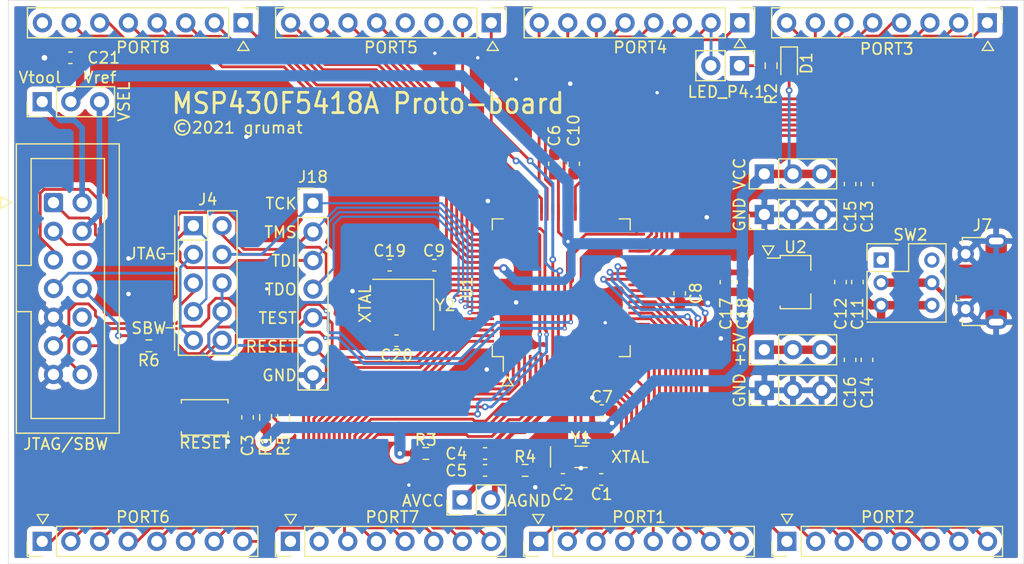
<source format=kicad_pcb>
(kicad_pcb (version 20171130) (host pcbnew "(5.1.12)-1")
  (layers (0 F.Cu signal) (31 B.Cu signal) (35 F.Paste user hide) (37 F.SilkS user hide) (38 B.Mask user hide) (39 F.Mask user) (44 Edge.Cuts user))
  (net 0 "")
  (net 1 GND)
  (net 2 /RESET)
  (net 3 +3V3)
  (net 4 /P4.7)
  (net 5 /P4.6)
  (net 6 /P4.5)
  (net 7 /P4.4)
  (net 8 /P4.3)
  (net 9 /P4.2)
  (net 10 /P4.1)
  (net 11 /P4.0)
  (net 12 /P3.7)
  (net 13 /P3.6)
  (net 14 /P3.3)
  (net 15 /P3.2)
  (net 16 /P3.1)
  (net 17 /P3.0)
  (net 18 /P2.7)
  (net 19 /P2.6)
  (net 20 /P2.5)
  (net 21 /P2.4)
  (net 22 /P2.3)
  (net 23 /P2.2)
  (net 24 /P2.0)
  (net 25 /P2.1)
  (net 26 /P1.7)
  (net 27 /P1.6)
  (net 28 /P1.5)
  (net 29 /P1.4)
  (net 30 /P1.3)
  (net 31 /P1.2)
  (net 32 /P1.1)
  (net 33 /P1.0)
  (net 34 /P5.7)
  (net 35 /P5.6)
  (net 36 /P5.5)
  (net 37 /P5.4)
  (net 38 /P5.3)
  (net 39 /P5.2)
  (net 40 /P5.1)
  (net 41 /P5.0)
  (net 42 /P6.2)
  (net 43 /P6.1)
  (net 44 /P6.0)
  (net 45 +5V)
  (net 46 /VCC_SENSE)
  (net 47 /VCC_TOOL)
  (net 48 "Net-(D1-Pad1)")
  (net 49 /JRXD)
  (net 50 /JTXD)
  (net 51 /JTEST)
  (net 52 /JRST)
  (net 53 /JTCK)
  (net 54 /JTMS)
  (net 55 /JTDI)
  (net 56 /JTDO)
  (net 57 "Net-(J1-Pad1)")
  (net 58 "Net-(J12-Pad10)")
  (net 59 "Net-(J12-Pad6)")
  (net 60 /P7.0)
  (net 61 /P7.1)
  (net 62 GNDA)
  (net 63 +3.3VA)
  (net 64 "Net-(J3-Pad4)")
  (net 65 "Net-(J3-Pad3)")
  (net 66 /P6.7)
  (net 67 /P6.6)
  (net 68 /P6.5)
  (net 69 /P6.4)
  (net 70 /P6.3)
  (net 71 "Net-(J7-Pad2)")
  (net 72 "Net-(J7-Pad1)")
  (net 73 "Net-(J7-Pad4)")
  (net 74 "Net-(J7-Pad3)")
  (net 75 /P7.7)
  (net 76 /P7.6)
  (net 77 /P7.5)
  (net 78 /P7.4)
  (net 79 /P7.3)
  (net 80 /P7.2)
  (net 81 "Net-(J9-Pad2)")
  (net 82 "Net-(J9-Pad1)")
  (net 83 "Net-(J11-Pad8)")
  (net 84 /P8.6)
  (net 85 /P8.5)
  (net 86 /P8.4)
  (net 87 /P8.3)
  (net 88 /P8.2)
  (net 89 /P8.1)
  (net 90 /P8.0)
  (net 91 "Net-(SW2-Pad4)")
  (net 92 "Net-(SW2-Pad1)")
  (net 93 /TCK)
  (net 94 /TDO)
  (net 95 /VCORE)
  (net 96 "Net-(C3-Pad1)")
  (net 97 "Net-(J4-Pad10)")
  (module Resistor_SMD:R_0603_1608Metric_Pad0.98x0.95mm_HandSolder (layer F.Cu) (at 100.45 108.65)
    (fp_text reference R6 (at 0 1.3) (layer F.SilkS))
    (fp_text value 330)
    (pad 2 smd roundrect (at 0.9125 0) (size 0.975 0.95) (layers F.Cu F.Paste F.Mask) (net 97 "Net-(J4-Pad10)"))
    (pad 1 smd roundrect (at -0.9125 0) (size 0.975 0.95) (layers F.Cu F.Paste F.Mask) (net 51 /JTEST))
  )
  (module Resistor_SMD:R_0603_1608Metric_Pad0.98x0.95mm_HandSolder (layer F.Cu) (at 112.4 115 270)
    (fp_text reference R5 (at 2.5 0 90) (layer F.SilkS))
    (fp_text value 3.3k)
    (pad 2 smd roundrect (at 0.9125 0 270) (size 0.975 0.95) (layers F.Cu F.Paste F.Mask) (net 96 "Net-(C3-Pad1)"))
    (pad 1 smd roundrect (at -0.9125 0 270) (size 0.975 0.95) (layers F.Cu F.Paste F.Mask) (net 2 /RESET))
  )
  (module Capacitor_SMD:C_0603_1608Metric_Pad1.08x0.95mm_HandSolder (layer F.Cu) (at 93.5 83.1 180)
    (fp_text reference C21 (at -2.95 0) (layer F.SilkS))
    (fp_text value 220nF)
    (pad 2 smd roundrect (at 0.8625 0 180) (size 1.075 0.95) (layers F.Cu F.Paste F.Mask) (net 1 GND))
    (pad 1 smd roundrect (at -0.8625 0 180) (size 1.075 0.95) (layers F.Cu F.Paste F.Mask) (net 3 +3V3))
  )
  (module Connector_PinHeader_2.54mm:PinHeader_1x02_P2.54mm_Vertical (layer F.Cu) (at 128.21 122.323 90)
    (fp_text reference J19 hide)
    (fp_text value AS)
    (pad 2 thru_hole oval (at 0 2.54 90) (size 1.7 1.7) (drill 1) (layers *.Cu *.Mask) (net 62 GNDA))
    (pad 1 thru_hole rect (at 0 0 90) (size 1.7 1.7) (drill 1) (layers *.Cu *.Mask) (net 63 +3.3VA))
  )
  (module Capacitor_SMD:C_0603_1608Metric_Pad1.08x0.95mm_HandSolder (layer F.Cu) (at 130.25 118.2)
    (fp_text reference C4 (at -2.55 0.025) (layer F.SilkS))
    (fp_text value 10uF)
    (pad 2 smd roundrect (at 0.8625 0) (size 1.075 0.95) (layers F.Cu F.Paste F.Mask) (net 62 GNDA))
    (pad 1 smd roundrect (at -0.8625 0) (size 1.075 0.95) (layers F.Cu F.Paste F.Mask) (net 63 +3.3VA))
  )
  (module Resistor_SMD:R_0603_1608Metric_Pad0.98x0.95mm_HandSolder (layer F.Cu) (at 133.8 119.7 180)
    (fp_text reference R4 (at 0 1.2) (layer F.SilkS))
    (fp_text value 0R)
    (pad 2 smd roundrect (at 0.9125 0 180) (size 0.975 0.95) (layers F.Cu F.Paste F.Mask) (net 62 GNDA))
    (pad 1 smd roundrect (at -0.9125 0 180) (size 0.975 0.95) (layers F.Cu F.Paste F.Mask) (net 1 GND))
  )
  (module Connector_PinHeader_2.54mm:PinHeader_2x05_P2.54mm_Vertical (layer F.Cu) (at 104.4 98)
    (fp_text reference J4 (at 1.27 -2.33) (layer F.SilkS))
    (fp_text value DEBUG)
    (pad 10 thru_hole oval (at 2.54 10.16) (size 1.7 1.7) (drill 1) (layers *.Cu *.Mask) (net 97 "Net-(J4-Pad10)"))
    (pad 9 thru_hole oval (at 0 10.16) (size 1.7 1.7) (drill 1) (layers *.Cu *.Mask) (net 53 /JTCK))
    (pad 8 thru_hole oval (at 2.54 7.62) (size 1.7 1.7) (drill 1) (layers *.Cu *.Mask) (net 2 /RESET))
    (pad 7 thru_hole oval (at 0 7.62) (size 1.7 1.7) (drill 1) (layers *.Cu *.Mask) (net 56 /JTDO))
    (pad 6 thru_hole oval (at 2.54 5.08) (size 1.7 1.7) (drill 1) (layers *.Cu *.Mask) (net 2 /RESET))
    (pad 5 thru_hole oval (at 0 5.08) (size 1.7 1.7) (drill 1) (layers *.Cu *.Mask) (net 52 /JRST))
    (pad 4 thru_hole oval (at 2.54 2.54) (size 1.7 1.7) (drill 1) (layers *.Cu *.Mask) (net 93 /TCK))
    (pad 3 thru_hole oval (at 0 2.54) (size 1.7 1.7) (drill 1) (layers *.Cu *.Mask) (net 53 /JTCK))
    (pad 2 thru_hole oval (at 2.54 0) (size 1.7 1.7) (drill 1) (layers *.Cu *.Mask) (net 94 /TDO))
    (pad 1 thru_hole rect (at 0 0) (size 1.7 1.7) (drill 1) (layers *.Cu *.Mask) (net 56 /JTDO))
  )
  (module Crystal:Crystal_SMD_3225-4Pin_3.2x2.5mm_HandSoldering (layer F.Cu) (at 123 105 180)
    (fp_text reference Y2 (at -3.735 -0.051) (layer F.SilkS))
    (fp_text value "25 MHz")
    (pad 4 smd rect (at -1.45 -1.15 180) (size 2.1 1.8) (layers F.Cu F.Paste F.Mask) (net 1 GND))
    (pad 3 smd rect (at 1.45 -1.15 180) (size 2.1 1.8) (layers F.Cu F.Paste F.Mask) (net 39 /P5.2))
    (pad 2 smd rect (at 1.45 1.15 180) (size 2.1 1.8) (layers F.Cu F.Paste F.Mask) (net 1 GND))
    (pad 1 smd rect (at -1.45 1.15 180) (size 2.1 1.8) (layers F.Cu F.Paste F.Mask) (net 38 /P5.3))
  )
  (module Package_QFP:LQFP-80_12x12mm_P0.5mm (layer F.Cu) (at 137 103.5 90)
    (fp_text reference U1 (at 0 -8.38 90) (layer F.SilkS))
    (fp_text value MSP430F5418IPNR)
    (pad 80 smd roundrect (at -4.75 -6.6875 90) (size 0.25 1.475) (layers F.Cu F.Paste F.Mask) (net 70 /P6.3))
    (pad 79 smd roundrect (at -4.25 -6.6875 90) (size 0.25 1.475) (layers F.Cu F.Paste F.Mask) (net 42 /P6.2))
    (pad 78 smd roundrect (at -3.75 -6.6875 90) (size 0.25 1.475) (layers F.Cu F.Paste F.Mask) (net 43 /P6.1))
    (pad 77 smd roundrect (at -3.25 -6.6875 90) (size 0.25 1.475) (layers F.Cu F.Paste F.Mask) (net 44 /P6.0))
    (pad 76 smd roundrect (at -2.75 -6.6875 90) (size 0.25 1.475) (layers F.Cu F.Paste F.Mask) (net 2 /RESET))
    (pad 75 smd roundrect (at -2.25 -6.6875 90) (size 0.25 1.475) (layers F.Cu F.Paste F.Mask) (net 93 /TCK))
    (pad 74 smd roundrect (at -1.75 -6.6875 90) (size 0.25 1.475) (layers F.Cu F.Paste F.Mask) (net 54 /JTMS))
    (pad 73 smd roundrect (at -1.25 -6.6875 90) (size 0.25 1.475) (layers F.Cu F.Paste F.Mask) (net 55 /JTDI))
    (pad 72 smd roundrect (at -0.75 -6.6875 90) (size 0.25 1.475) (layers F.Cu F.Paste F.Mask) (net 94 /TDO))
    (pad 71 smd roundrect (at -0.25 -6.6875 90) (size 0.25 1.475) (layers F.Cu F.Paste F.Mask) (net 51 /JTEST))
    (pad 70 smd roundrect (at 0.25 -6.6875 90) (size 0.25 1.475) (layers F.Cu F.Paste F.Mask) (net 39 /P5.2))
    (pad 69 smd roundrect (at 0.75 -6.6875 90) (size 0.25 1.475) (layers F.Cu F.Paste F.Mask) (net 38 /P5.3))
    (pad 68 smd roundrect (at 1.25 -6.6875 90) (size 0.25 1.475) (layers F.Cu F.Paste F.Mask) (net 1 GND))
    (pad 67 smd roundrect (at 1.75 -6.6875 90) (size 0.25 1.475) (layers F.Cu F.Paste F.Mask) (net 3 +3V3))
    (pad 66 smd roundrect (at 2.25 -6.6875 90) (size 0.25 1.475) (layers F.Cu F.Paste F.Mask) (net 84 /P8.6))
    (pad 65 smd roundrect (at 2.75 -6.6875 90) (size 0.25 1.475) (layers F.Cu F.Paste F.Mask) (net 85 /P8.5))
    (pad 64 smd roundrect (at 3.25 -6.6875 90) (size 0.25 1.475) (layers F.Cu F.Paste F.Mask) (net 86 /P8.4))
    (pad 63 smd roundrect (at 3.75 -6.6875 90) (size 0.25 1.475) (layers F.Cu F.Paste F.Mask) (net 87 /P8.3))
    (pad 62 smd roundrect (at 4.25 -6.6875 90) (size 0.25 1.475) (layers F.Cu F.Paste F.Mask) (net 88 /P8.2))
    (pad 61 smd roundrect (at 4.75 -6.6875 90) (size 0.25 1.475) (layers F.Cu F.Paste F.Mask) (net 89 /P8.1))
    (pad 60 smd roundrect (at 6.6875 -4.75 90) (size 1.475 0.25) (layers F.Cu F.Paste F.Mask) (net 90 /P8.0))
    (pad 59 smd roundrect (at 6.6875 -4.25 90) (size 1.475 0.25) (layers F.Cu F.Paste F.Mask) (net 79 /P7.3))
    (pad 58 smd roundrect (at 6.6875 -3.75 90) (size 1.475 0.25) (layers F.Cu F.Paste F.Mask) (net 80 /P7.2))
    (pad 57 smd roundrect (at 6.6875 -3.25 90) (size 1.475 0.25) (layers F.Cu F.Paste F.Mask) (net 34 /P5.7))
    (pad 56 smd roundrect (at 6.6875 -2.75 90) (size 1.475 0.25) (layers F.Cu F.Paste F.Mask) (net 35 /P5.6))
    (pad 55 smd roundrect (at 6.6875 -2.25 90) (size 1.475 0.25) (layers F.Cu F.Paste F.Mask) (net 36 /P5.5))
    (pad 54 smd roundrect (at 6.6875 -1.75 90) (size 1.475 0.25) (layers F.Cu F.Paste F.Mask) (net 37 /P5.4))
    (pad 53 smd roundrect (at 6.6875 -1.25 90) (size 1.475 0.25) (layers F.Cu F.Paste F.Mask) (net 4 /P4.7))
    (pad 52 smd roundrect (at 6.6875 -0.75 90) (size 1.475 0.25) (layers F.Cu F.Paste F.Mask) (net 5 /P4.6))
    (pad 51 smd roundrect (at 6.6875 -0.25 90) (size 1.475 0.25) (layers F.Cu F.Paste F.Mask) (net 3 +3V3))
    (pad 50 smd roundrect (at 6.6875 0.25 90) (size 1.475 0.25) (layers F.Cu F.Paste F.Mask) (net 1 GND))
    (pad 49 smd roundrect (at 6.6875 0.75 90) (size 1.475 0.25) (layers F.Cu F.Paste F.Mask) (net 95 /VCORE))
    (pad 48 smd roundrect (at 6.6875 1.25 90) (size 1.475 0.25) (layers F.Cu F.Paste F.Mask) (net 6 /P4.5))
    (pad 47 smd roundrect (at 6.6875 1.75 90) (size 1.475 0.25) (layers F.Cu F.Paste F.Mask) (net 7 /P4.4))
    (pad 46 smd roundrect (at 6.6875 2.25 90) (size 1.475 0.25) (layers F.Cu F.Paste F.Mask) (net 8 /P4.3))
    (pad 45 smd roundrect (at 6.6875 2.75 90) (size 1.475 0.25) (layers F.Cu F.Paste F.Mask) (net 9 /P4.2))
    (pad 44 smd roundrect (at 6.6875 3.25 90) (size 1.475 0.25) (layers F.Cu F.Paste F.Mask) (net 10 /P4.1))
    (pad 43 smd roundrect (at 6.6875 3.75 90) (size 1.475 0.25) (layers F.Cu F.Paste F.Mask) (net 11 /P4.0))
    (pad 42 smd roundrect (at 6.6875 4.25 90) (size 1.475 0.25) (layers F.Cu F.Paste F.Mask) (net 12 /P3.7))
    (pad 41 smd roundrect (at 6.6875 4.75 90) (size 1.475 0.25) (layers F.Cu F.Paste F.Mask) (net 13 /P3.6))
    (pad 40 smd roundrect (at 4.75 6.6875 90) (size 0.25 1.475) (layers F.Cu F.Paste F.Mask) (net 50 /JTXD))
    (pad 39 smd roundrect (at 4.25 6.6875 90) (size 0.25 1.475) (layers F.Cu F.Paste F.Mask) (net 49 /JRXD))
    (pad 38 smd roundrect (at 3.75 6.6875 90) (size 0.25 1.475) (layers F.Cu F.Paste F.Mask) (net 14 /P3.3))
    (pad 37 smd roundrect (at 3.25 6.6875 90) (size 0.25 1.475) (layers F.Cu F.Paste F.Mask) (net 15 /P3.2))
    (pad 36 smd roundrect (at 2.75 6.6875 90) (size 0.25 1.475) (layers F.Cu F.Paste F.Mask) (net 16 /P3.1))
    (pad 35 smd roundrect (at 2.25 6.6875 90) (size 0.25 1.475) (layers F.Cu F.Paste F.Mask) (net 17 /P3.0))
    (pad 34 smd roundrect (at 1.75 6.6875 90) (size 0.25 1.475) (layers F.Cu F.Paste F.Mask) (net 18 /P2.7))
    (pad 33 smd roundrect (at 1.25 6.6875 90) (size 0.25 1.475) (layers F.Cu F.Paste F.Mask) (net 19 /P2.6))
    (pad 32 smd roundrect (at 0.75 6.6875 90) (size 0.25 1.475) (layers F.Cu F.Paste F.Mask) (net 20 /P2.5))
    (pad 31 smd roundrect (at 0.25 6.6875 90) (size 0.25 1.475) (layers F.Cu F.Paste F.Mask) (net 3 +3V3))
    (pad 30 smd roundrect (at -0.25 6.6875 90) (size 0.25 1.475) (layers F.Cu F.Paste F.Mask) (net 1 GND))
    (pad 29 smd roundrect (at -0.75 6.6875 90) (size 0.25 1.475) (layers F.Cu F.Paste F.Mask) (net 21 /P2.4))
    (pad 28 smd roundrect (at -1.25 6.6875 90) (size 0.25 1.475) (layers F.Cu F.Paste F.Mask) (net 22 /P2.3))
    (pad 27 smd roundrect (at -1.75 6.6875 90) (size 0.25 1.475) (layers F.Cu F.Paste F.Mask) (net 23 /P2.2))
    (pad 26 smd roundrect (at -2.25 6.6875 90) (size 0.25 1.475) (layers F.Cu F.Paste F.Mask) (net 25 /P2.1))
    (pad 25 smd roundrect (at -2.75 6.6875 90) (size 0.25 1.475) (layers F.Cu F.Paste F.Mask) (net 24 /P2.0))
    (pad 24 smd roundrect (at -3.25 6.6875 90) (size 0.25 1.475) (layers F.Cu F.Paste F.Mask) (net 26 /P1.7))
    (pad 23 smd roundrect (at -3.75 6.6875 90) (size 0.25 1.475) (layers F.Cu F.Paste F.Mask) (net 27 /P1.6))
    (pad 22 smd roundrect (at -4.25 6.6875 90) (size 0.25 1.475) (layers F.Cu F.Paste F.Mask) (net 28 /P1.5))
    (pad 21 smd roundrect (at -4.75 6.6875 90) (size 0.25 1.475) (layers F.Cu F.Paste F.Mask) (net 29 /P1.4))
    (pad 20 smd roundrect (at -6.6875 4.75 90) (size 1.475 0.25) (layers F.Cu F.Paste F.Mask) (net 30 /P1.3))
    (pad 19 smd roundrect (at -6.6875 4.25 90) (size 1.475 0.25) (layers F.Cu F.Paste F.Mask) (net 31 /P1.2))
    (pad 18 smd roundrect (at -6.6875 3.75 90) (size 1.475 0.25) (layers F.Cu F.Paste F.Mask) (net 32 /P1.1))
    (pad 17 smd roundrect (at -6.6875 3.25 90) (size 1.475 0.25) (layers F.Cu F.Paste F.Mask) (net 33 /P1.0))
    (pad 16 smd roundrect (at -6.6875 2.75 90) (size 1.475 0.25) (layers F.Cu F.Paste F.Mask) (net 3 +3V3))
    (pad 15 smd roundrect (at -6.6875 2.25 90) (size 1.475 0.25) (layers F.Cu F.Paste F.Mask) (net 1 GND))
    (pad 14 smd roundrect (at -6.6875 1.75 90) (size 1.475 0.25) (layers F.Cu F.Paste F.Mask) (net 60 /P7.0))
    (pad 13 smd roundrect (at -6.6875 1.25 90) (size 1.475 0.25) (layers F.Cu F.Paste F.Mask) (net 61 /P7.1))
    (pad 12 smd roundrect (at -6.6875 0.75 90) (size 1.475 0.25) (layers F.Cu F.Paste F.Mask) (net 62 GNDA))
    (pad 11 smd roundrect (at -6.6875 0.25 90) (size 1.475 0.25) (layers F.Cu F.Paste F.Mask) (net 63 +3.3VA))
    (pad 10 smd roundrect (at -6.6875 -0.25 90) (size 1.475 0.25) (layers F.Cu F.Paste F.Mask) (net 40 /P5.1))
    (pad 9 smd roundrect (at -6.6875 -0.75 90) (size 1.475 0.25) (layers F.Cu F.Paste F.Mask) (net 41 /P5.0))
    (pad 8 smd roundrect (at -6.6875 -1.25 90) (size 1.475 0.25) (layers F.Cu F.Paste F.Mask) (net 75 /P7.7))
    (pad 7 smd roundrect (at -6.6875 -1.75 90) (size 1.475 0.25) (layers F.Cu F.Paste F.Mask) (net 76 /P7.6))
    (pad 6 smd roundrect (at -6.6875 -2.25 90) (size 1.475 0.25) (layers F.Cu F.Paste F.Mask) (net 77 /P7.5))
    (pad 5 smd roundrect (at -6.6875 -2.75 90) (size 1.475 0.25) (layers F.Cu F.Paste F.Mask) (net 78 /P7.4))
    (pad 4 smd roundrect (at -6.6875 -3.25 90) (size 1.475 0.25) (layers F.Cu F.Paste F.Mask) (net 66 /P6.7))
    (pad 3 smd roundrect (at -6.6875 -3.75 90) (size 1.475 0.25) (layers F.Cu F.Paste F.Mask) (net 67 /P6.6))
    (pad 2 smd roundrect (at -6.6875 -4.25 90) (size 1.475 0.25) (layers F.Cu F.Paste F.Mask) (net 68 /P6.5))
    (pad 1 smd roundrect (at -6.6875 -4.75 90) (size 1.475 0.25) (layers F.Cu F.Paste F.Mask) (net 69 /P6.4))
  )
  (module Connector_PinHeader_2.54mm:PinHeader_1x07_P2.54mm_Vertical (layer F.Cu) (at 115 96)
    (fp_text reference J18 (at 0 -2.33) (layer F.SilkS))
    (fp_text value LogAna)
    (pad 7 thru_hole oval (at 0 15.24) (size 1.7 1.7) (drill 1) (layers *.Cu *.Mask) (net 1 GND))
    (pad 6 thru_hole oval (at 0 12.7) (size 1.7 1.7) (drill 1) (layers *.Cu *.Mask) (net 2 /RESET))
    (pad 5 thru_hole oval (at 0 10.16) (size 1.7 1.7) (drill 1) (layers *.Cu *.Mask) (net 51 /JTEST))
    (pad 4 thru_hole oval (at 0 7.62) (size 1.7 1.7) (drill 1) (layers *.Cu *.Mask) (net 94 /TDO))
    (pad 3 thru_hole oval (at 0 5.08) (size 1.7 1.7) (drill 1) (layers *.Cu *.Mask) (net 55 /JTDI))
    (pad 2 thru_hole oval (at 0 2.54) (size 1.7 1.7) (drill 1) (layers *.Cu *.Mask) (net 54 /JTMS))
    (pad 1 thru_hole rect (at 0 0) (size 1.7 1.7) (drill 1) (layers *.Cu *.Mask) (net 93 /TCK))
  )
  (module Connector_PinHeader_2.54mm:PinHeader_1x08_P2.54mm_Vertical (layer F.Cu) (at 108.8 80 270)
    (fp_text reference J11 hide)
    (fp_text value PORT8 (at 2.191 8.862 180) (layer F.SilkS))
    (pad 8 thru_hole oval (at 0 17.78 270) (size 1.7 1.7) (drill 1) (layers *.Cu *.Mask) (net 83 "Net-(J11-Pad8)"))
    (pad 7 thru_hole oval (at 0 15.24 270) (size 1.7 1.7) (drill 1) (layers *.Cu *.Mask) (net 84 /P8.6))
    (pad 6 thru_hole oval (at 0 12.7 270) (size 1.7 1.7) (drill 1) (layers *.Cu *.Mask) (net 85 /P8.5))
    (pad 5 thru_hole oval (at 0 10.16 270) (size 1.7 1.7) (drill 1) (layers *.Cu *.Mask) (net 86 /P8.4))
    (pad 4 thru_hole oval (at 0 7.62 270) (size 1.7 1.7) (drill 1) (layers *.Cu *.Mask) (net 87 /P8.3))
    (pad 3 thru_hole oval (at 0 5.08 270) (size 1.7 1.7) (drill 1) (layers *.Cu *.Mask) (net 88 /P8.2))
    (pad 2 thru_hole oval (at 0 2.54 270) (size 1.7 1.7) (drill 1) (layers *.Cu *.Mask) (net 89 /P8.1))
    (pad 1 thru_hole rect (at 0 0 270) (size 1.7 1.7) (drill 1) (layers *.Cu *.Mask) (net 90 /P8.0))
  )
  (module Connector_PinHeader_2.54mm:PinHeader_1x08_P2.54mm_Vertical (layer F.Cu) (at 113 126 90)
    (fp_text reference J9 hide)
    (fp_text value PORT7 (at 2.153 9.036 180) (layer F.SilkS))
    (pad 8 thru_hole oval (at 0 17.78 90) (size 1.7 1.7) (drill 1) (layers *.Cu *.Mask) (net 75 /P7.7))
    (pad 7 thru_hole oval (at 0 15.24 90) (size 1.7 1.7) (drill 1) (layers *.Cu *.Mask) (net 76 /P7.6))
    (pad 6 thru_hole oval (at 0 12.7 90) (size 1.7 1.7) (drill 1) (layers *.Cu *.Mask) (net 77 /P7.5))
    (pad 5 thru_hole oval (at 0 10.16 90) (size 1.7 1.7) (drill 1) (layers *.Cu *.Mask) (net 78 /P7.4))
    (pad 4 thru_hole oval (at 0 7.62 90) (size 1.7 1.7) (drill 1) (layers *.Cu *.Mask) (net 79 /P7.3))
    (pad 3 thru_hole oval (at 0 5.08 90) (size 1.7 1.7) (drill 1) (layers *.Cu *.Mask) (net 80 /P7.2))
    (pad 2 thru_hole oval (at 0 2.54 90) (size 1.7 1.7) (drill 1) (layers *.Cu *.Mask) (net 81 "Net-(J9-Pad2)"))
    (pad 1 thru_hole rect (at 0 0 90) (size 1.7 1.7) (drill 1) (layers *.Cu *.Mask) (net 82 "Net-(J9-Pad1)"))
  )
  (module Connector_PinHeader_2.54mm:PinHeader_1x08_P2.54mm_Vertical (layer F.Cu) (at 91 126 90)
    (fp_text reference J6 hide)
    (fp_text value PORT6 (at 2.153 8.938 180) (layer F.SilkS))
    (pad 8 thru_hole oval (at 0 17.78 90) (size 1.7 1.7) (drill 1) (layers *.Cu *.Mask) (net 66 /P6.7))
    (pad 7 thru_hole oval (at 0 15.24 90) (size 1.7 1.7) (drill 1) (layers *.Cu *.Mask) (net 67 /P6.6))
    (pad 6 thru_hole oval (at 0 12.7 90) (size 1.7 1.7) (drill 1) (layers *.Cu *.Mask) (net 68 /P6.5))
    (pad 5 thru_hole oval (at 0 10.16 90) (size 1.7 1.7) (drill 1) (layers *.Cu *.Mask) (net 69 /P6.4))
    (pad 4 thru_hole oval (at 0 7.62 90) (size 1.7 1.7) (drill 1) (layers *.Cu *.Mask) (net 70 /P6.3))
    (pad 3 thru_hole oval (at 0 5.08 90) (size 1.7 1.7) (drill 1) (layers *.Cu *.Mask) (net 42 /P6.2))
    (pad 2 thru_hole oval (at 0 2.54 90) (size 1.7 1.7) (drill 1) (layers *.Cu *.Mask) (net 43 /P6.1))
    (pad 1 thru_hole rect (at 0 0 90) (size 1.7 1.7) (drill 1) (layers *.Cu *.Mask) (net 44 /P6.0))
  )
  (module Capacitor_SMD:C_0603_1608Metric_Pad1.08x0.95mm_HandSolder (layer F.Cu) (at 122.4 108.2)
    (fp_text reference C20 (at 0 1.296) (layer F.SilkS))
    (fp_text value 22pF)
    (pad 2 smd roundrect (at 0.8625 0) (size 1.075 0.95) (layers F.Cu F.Paste F.Mask) (net 1 GND))
    (pad 1 smd roundrect (at -0.8625 0) (size 1.075 0.95) (layers F.Cu F.Paste F.Mask) (net 39 /P5.2))
  )
  (module Capacitor_SMD:C_0603_1608Metric_Pad1.08x0.95mm_HandSolder (layer F.Cu) (at 121.8 101.5 180)
    (fp_text reference C19 (at 0 1.275) (layer F.SilkS))
    (fp_text value 22pF)
    (pad 2 smd roundrect (at 0.8625 0 180) (size 1.075 0.95) (layers F.Cu F.Paste F.Mask) (net 1 GND))
    (pad 1 smd roundrect (at -0.8625 0 180) (size 1.075 0.95) (layers F.Cu F.Paste F.Mask) (net 38 /P5.3))
  )
  (module Capacitor_SMD:C_0603_1608Metric_Pad1.08x0.95mm_HandSolder (layer F.Cu) (at 138.1 92.5 90)
    (fp_text reference C10 (at 2.943 0.0015 90) (layer F.SilkS))
    (fp_text value 470nF)
    (pad 2 smd roundrect (at 0.8625 0 90) (size 1.075 0.95) (layers F.Cu F.Paste F.Mask) (net 1 GND))
    (pad 1 smd roundrect (at -0.8625 0 90) (size 1.075 0.95) (layers F.Cu F.Paste F.Mask) (net 95 /VCORE))
  )
  (module Capacitor_SMD:C_0603_1608Metric_Pad1.08x0.95mm_HandSolder (layer F.Cu) (at 147.5 104 270)
    (fp_text reference C8 (at 0 -1.43 90) (layer F.SilkS))
    (fp_text value 220nF)
    (pad 2 smd roundrect (at 0.8625 0 270) (size 1.075 0.95) (layers F.Cu F.Paste F.Mask) (net 1 GND))
    (pad 1 smd roundrect (at -0.8625 0 270) (size 1.075 0.95) (layers F.Cu F.Paste F.Mask) (net 3 +3V3))
  )
  (module Capacitor_SMD:C_0603_1608Metric_Pad1.08x0.95mm_HandSolder (layer F.Cu) (at 140.6 114.4 180)
    (fp_text reference C7 (at 0 1.221) (layer F.SilkS))
    (fp_text value 220nF)
    (pad 2 smd roundrect (at 0.8625 0 180) (size 1.075 0.95) (layers F.Cu F.Paste F.Mask) (net 1 GND))
    (pad 1 smd roundrect (at -0.8625 0 180) (size 1.075 0.95) (layers F.Cu F.Paste F.Mask) (net 3 +3V3))
  )
  (module Capacitor_SMD:C_0603_1608Metric_Pad1.08x0.95mm_HandSolder (layer F.Cu) (at 136.4 92.5 90)
    (fp_text reference C6 (at 2.4985 -0.013 90) (layer F.SilkS))
    (fp_text value 220nF)
    (pad 2 smd roundrect (at 0.8625 0 90) (size 1.075 0.95) (layers F.Cu F.Paste F.Mask) (net 1 GND))
    (pad 1 smd roundrect (at -0.8625 0 90) (size 1.075 0.95) (layers F.Cu F.Paste F.Mask) (net 3 +3V3))
  )
  (module lib:SW_Push_SPST_NO_Alps_SKRK_handsolder (layer F.Cu) (at 105.4 115)
    (fp_text reference SW1 hide)
    (fp_text value RESET (at 0.01 2.25) (layer F.SilkS))
    (pad 2 smd rect (at 2.075 0) (size 1.4 2) (layers F.Cu F.Paste F.Mask) (net 1 GND))
    (pad 1 smd rect (at -2.075 0) (size 1.4 2) (layers F.Cu F.Paste F.Mask) (net 96 "Net-(C3-Pad1)"))
  )
  (module Capacitor_SMD:C_0603_1608Metric_Pad1.08x0.95mm_HandSolder (layer F.Cu) (at 137.15 120.5)
    (fp_text reference C2 (at -0.001 1.315) (layer F.SilkS))
    (fp_text value 22pF)
    (pad 2 smd roundrect (at 0.8625 0) (size 1.075 0.95) (layers F.Cu F.Paste F.Mask) (net 1 GND))
    (pad 1 smd roundrect (at -0.8625 0) (size 1.075 0.95) (layers F.Cu F.Paste F.Mask) (net 61 /P7.1))
  )
  (module Capacitor_SMD:C_0603_1608Metric_Pad1.08x0.95mm_HandSolder (layer F.Cu) (at 140.55 120.5 180)
    (fp_text reference C1 (at -0.028 -1.315) (layer F.SilkS))
    (fp_text value 22pF)
    (pad 2 smd roundrect (at 0.8625 0 180) (size 1.075 0.95) (layers F.Cu F.Paste F.Mask) (net 1 GND))
    (pad 1 smd roundrect (at -0.8625 0 180) (size 1.075 0.95) (layers F.Cu F.Paste F.Mask) (net 60 /P7.0))
  )
  (module Capacitor_SMD:C_0603_1608Metric_Pad1.08x0.95mm_HandSolder (layer F.Cu) (at 109.2 115 270)
    (fp_text reference C3 (at 2.497 0 90) (layer F.SilkS))
    (fp_text value 2.2nF)
    (pad 2 smd roundrect (at 0.8625 0 270) (size 1.075 0.95) (layers F.Cu F.Paste F.Mask) (net 1 GND))
    (pad 1 smd roundrect (at -0.8625 0 270) (size 1.075 0.95) (layers F.Cu F.Paste F.Mask) (net 96 "Net-(C3-Pad1)"))
  )
  (module lib:TL-2203 (layer F.Cu) (at 165.35 101.05)
    (fp_text reference SW2 (at 2.6 -2.25) (layer F.SilkS))
    (fp_text value TL-2203)
    (pad 6 thru_hole oval (at 4.5 4) (size 1.35 1.35) (drill 0.8) (layers *.Cu *.Mask) (net 45 +5V))
    (pad 5 thru_hole oval (at 4.5 2) (size 1.35 1.35) (drill 0.8) (layers *.Cu *.Mask) (net 72 "Net-(J7-Pad1)"))
    (pad 4 thru_hole oval (at 4.5 0) (size 1.35 1.35) (drill 0.8) (layers *.Cu *.Mask) (net 91 "Net-(SW2-Pad4)"))
    (pad 1 thru_hole rect (at 0 0) (size 1.35 1.35) (drill 0.8) (layers *.Cu *.Mask) (net 92 "Net-(SW2-Pad1)"))
    (pad 2 thru_hole oval (at 0 2) (size 1.35 1.35) (drill 0.8) (layers *.Cu *.Mask) (net 72 "Net-(J7-Pad1)"))
    (pad 3 thru_hole oval (at 0 4) (size 1.35 1.35) (drill 0.8) (layers *.Cu *.Mask) (net 45 +5V))
  )
  (module lib:USB_Micro-B_Molex-105017-0001-handsolder (layer F.Cu) (at 174.31 102.95 90)
    (fp_text reference J7 (at 5 0.015 180) (layer F.SilkS))
    (fp_text value USB_B_Micro)
    (pad 6 smd rect (at 1 1.2375 90) (size 1.5 1.9) (layers F.Cu F.Paste F.Mask) (net 1 GND))
    (pad 6 thru_hole circle (at -2.45 -1.4625 90) (size 1.45 1.45) (drill 0.85) (layers *.Cu *.Mask) (net 1 GND))
    (pad 2 smd rect (at -0.65 -1.55 90) (size 0.4 1.55) (layers F.Cu F.Paste F.Mask) (net 71 "Net-(J7-Pad2)"))
    (pad 1 smd rect (at -1.3 -1.55 90) (size 0.4 1.55) (layers F.Cu F.Paste F.Mask) (net 72 "Net-(J7-Pad1)"))
    (pad 5 smd rect (at 1.3 -1.55 90) (size 0.4 1.55) (layers F.Cu F.Paste F.Mask) (net 1 GND))
    (pad 4 smd rect (at 0.65 -1.55 90) (size 0.4 1.55) (layers F.Cu F.Paste F.Mask) (net 73 "Net-(J7-Pad4)"))
    (pad 3 smd rect (at 0 -1.55 90) (size 0.4 1.55) (layers F.Cu F.Paste F.Mask) (net 74 "Net-(J7-Pad3)"))
    (pad 6 thru_hole circle (at 2.45 -1.4625 90) (size 1.45 1.45) (drill 0.85) (layers *.Cu *.Mask) (net 1 GND))
    (pad 6 smd rect (at -1 1.2375 90) (size 1.5 1.9) (layers F.Cu F.Paste F.Mask) (net 1 GND))
    (pad 6 thru_hole oval (at -3.6 1.2375 270) (size 1.2 1.9) (drill oval 0.6 1.3) (layers *.Cu *.Mask) (net 1 GND))
    (pad 6 thru_hole oval (at 3.6 1.2375 90) (size 1.2 1.9) (drill oval 0.6 1.3) (layers *.Cu *.Mask) (net 1 GND))
    (pad 6 smd rect (at 2.9 1.2375 90) (size 1.2 1.9) (layers F.Cu F.Mask) (net 1 GND))
    (pad 6 smd rect (at -2.9 1.2375 90) (size 1.2 1.9) (layers F.Cu F.Mask) (net 1 GND))
  )
  (module Resistor_SMD:R_0603_1608Metric_Pad0.98x0.95mm_HandSolder (layer F.Cu) (at 155.6 83.8 270)
    (fp_text reference R2 (at 2.5 0 90) (layer F.SilkS))
    (fp_text value 1K)
    (pad 2 smd roundrect (at 0.9125 0 270) (size 0.975 0.95) (layers F.Cu F.Paste F.Mask) (net 57 "Net-(J1-Pad1)"))
    (pad 1 smd roundrect (at -0.9125 0 270) (size 0.975 0.95) (layers F.Cu F.Paste F.Mask) (net 48 "Net-(D1-Pad1)"))
  )
  (module Connector_PinHeader_2.54mm:PinHeader_1x02_P2.54mm_Vertical (layer F.Cu) (at 152.8 83.8 270)
    (fp_text reference J1 hide)
    (fp_text value LED_P4.1 (at 2.328 1.173 180) (layer F.SilkS))
    (pad 2 thru_hole oval (at 0 2.54 270) (size 1.7 1.7) (drill 1) (layers *.Cu *.Mask) (net 10 /P4.1))
    (pad 1 thru_hole rect (at 0 0 270) (size 1.7 1.7) (drill 1) (layers *.Cu *.Mask) (net 57 "Net-(J1-Pad1)"))
  )
  (module LED_SMD:LED_0603_1608Metric_Pad1.05x0.95mm_HandSolder (layer F.Cu) (at 157.2 83.8 270)
    (fp_text reference D1 (at -0.212 -1.539 90) (layer F.SilkS))
    (fp_text value LED)
    (pad 2 smd roundrect (at 0.875 0 270) (size 1.05 0.95) (layers F.Cu F.Paste F.Mask) (net 3 +3V3))
    (pad 1 smd roundrect (at -0.875 0 270) (size 1.05 0.95) (layers F.Cu F.Paste F.Mask) (net 48 "Net-(D1-Pad1)"))
  )
  (module Connector_PinHeader_2.54mm:PinHeader_1x03_P2.54mm_Vertical (layer F.Cu) (at 155 109 90)
    (fp_text reference J15 hide)
    (fp_text value +5V (at 0 -2.2 90) (layer F.SilkS))
    (pad 3 thru_hole oval (at 0 5.08 90) (size 1.7 1.7) (drill 1) (layers *.Cu *.Mask) (net 45 +5V))
    (pad 2 thru_hole oval (at 0 2.54 90) (size 1.7 1.7) (drill 1) (layers *.Cu *.Mask) (net 45 +5V))
    (pad 1 thru_hole rect (at 0 0 90) (size 1.7 1.7) (drill 1) (layers *.Cu *.Mask) (net 45 +5V))
  )
  (module Capacitor_SMD:C_0603_1608Metric_Pad1.08x0.95mm_HandSolder (layer F.Cu) (at 162.6 94.3 270)
    (fp_text reference C15 (at 2.9 -0.025 90) (layer F.SilkS))
    (fp_text value 10uF)
    (pad 2 smd roundrect (at 0.8625 0 270) (size 1.075 0.95) (layers F.Cu F.Paste F.Mask) (net 1 GND))
    (pad 1 smd roundrect (at -0.8625 0 270) (size 1.075 0.95) (layers F.Cu F.Paste F.Mask) (net 3 +3V3))
  )
  (module Capacitor_SMD:C_0603_1608Metric_Pad1.08x0.95mm_HandSolder (layer F.Cu) (at 162.6 109.9 270)
    (fp_text reference C16 (at 2.9 0 90) (layer F.SilkS))
    (fp_text value 10uF)
    (pad 2 smd roundrect (at 0.8625 0 270) (size 1.075 0.95) (layers F.Cu F.Paste F.Mask) (net 1 GND))
    (pad 1 smd roundrect (at -0.8625 0 270) (size 1.075 0.95) (layers F.Cu F.Paste F.Mask) (net 45 +5V))
  )
  (module Capacitor_SMD:C_0603_1608Metric_Pad1.08x0.95mm_HandSolder (layer F.Cu) (at 164.1 94.3 270)
    (fp_text reference C13 (at 2.9 0 90) (layer F.SilkS))
    (fp_text value 220nF)
    (pad 2 smd roundrect (at 0.8625 0 270) (size 1.075 0.95) (layers F.Cu F.Paste F.Mask) (net 1 GND))
    (pad 1 smd roundrect (at -0.8625 0 270) (size 1.075 0.95) (layers F.Cu F.Paste F.Mask) (net 3 +3V3))
  )
  (module Capacitor_SMD:C_0603_1608Metric_Pad1.08x0.95mm_HandSolder (layer F.Cu) (at 164.1 109.9 270)
    (fp_text reference C14 (at 2.9 0 90) (layer F.SilkS))
    (fp_text value 220nF)
    (pad 2 smd roundrect (at 0.8625 0 270) (size 1.075 0.95) (layers F.Cu F.Paste F.Mask) (net 1 GND))
    (pad 1 smd roundrect (at -0.8625 0 270) (size 1.075 0.95) (layers F.Cu F.Paste F.Mask) (net 45 +5V))
  )
  (module Connector_PinHeader_2.54mm:PinHeader_1x03_P2.54mm_Vertical (layer F.Cu) (at 155 112.6 90)
    (fp_text reference J14 hide)
    (fp_text value GND (at 0 -2.2 90) (layer F.SilkS))
    (pad 3 thru_hole oval (at 0 5.08 90) (size 1.7 1.7) (drill 1) (layers *.Cu *.Mask) (net 1 GND))
    (pad 2 thru_hole oval (at 0 2.54 90) (size 1.7 1.7) (drill 1) (layers *.Cu *.Mask) (net 1 GND))
    (pad 1 thru_hole rect (at 0 0 90) (size 1.7 1.7) (drill 1) (layers *.Cu *.Mask) (net 1 GND))
  )
  (module Connector_PinHeader_2.54mm:PinHeader_1x03_P2.54mm_Vertical (layer F.Cu) (at 155 97 90)
    (fp_text reference J16 hide)
    (fp_text value GND (at 0 -2.2 90) (layer F.SilkS))
    (pad 3 thru_hole oval (at 0 5.08 90) (size 1.7 1.7) (drill 1) (layers *.Cu *.Mask) (net 1 GND))
    (pad 2 thru_hole oval (at 0 2.54 90) (size 1.7 1.7) (drill 1) (layers *.Cu *.Mask) (net 1 GND))
    (pad 1 thru_hole rect (at 0 0 90) (size 1.7 1.7) (drill 1) (layers *.Cu *.Mask) (net 1 GND))
  )
  (module Connector_PinHeader_2.54mm:PinHeader_1x03_P2.54mm_Vertical (layer F.Cu) (at 155 93.4 90)
    (fp_text reference J13 hide)
    (fp_text value VCC (at 0 -2.2 90) (layer F.SilkS))
    (pad 3 thru_hole oval (at 0 5.08 90) (size 1.7 1.7) (drill 1) (layers *.Cu *.Mask) (net 3 +3V3))
    (pad 2 thru_hole oval (at 0 2.54 90) (size 1.7 1.7) (drill 1) (layers *.Cu *.Mask) (net 3 +3V3))
    (pad 1 thru_hole rect (at 0 0 90) (size 1.7 1.7) (drill 1) (layers *.Cu *.Mask) (net 3 +3V3))
  )
  (module Package_TO_SOT_SMD:SOT-89-3_Handsoldering (layer F.Cu) (at 157.4625 103)
    (fp_text reference U2 (at 0.3 -3.1) (layer F.SilkS))
    (fp_text value HT7533-1)
    (pad 2 smd custom (at -2.0625 0) (size 2.475 0.9) (layers F.Cu F.Paste F.Mask) (net 45 +5V) (options (clearance outline) (anchor rect)) (primitives (gr_poly (pts (xy 1.2375 -0.8665) (xy 5.3625 -0.8665) (xy 5.3625 0.8665) (xy 1.2375 0.8665)) (width 0))))
    (pad 3 smd rect (at -2.15 1.5) (size 2.3 0.9) (layers F.Cu F.Paste F.Mask) (net 3 +3V3))
    (pad 1 smd rect (at -2.15 -1.5) (size 2.3 0.9) (layers F.Cu F.Paste F.Mask) (net 1 GND))
  )
  (module Resistor_SMD:R_0603_1608Metric_Pad0.98x0.95mm_HandSolder (layer F.Cu) (at 125 118.2)
    (fp_text reference R3 (at 0 -1.2) (layer F.SilkS))
    (fp_text value 22)
    (pad 2 smd roundrect (at 0.9125 0) (size 0.975 0.95) (layers F.Cu F.Paste F.Mask) (net 63 +3.3VA))
    (pad 1 smd roundrect (at -0.9125 0) (size 0.975 0.95) (layers F.Cu F.Paste F.Mask) (net 3 +3V3))
  )
  (module Capacitor_SMD:C_0603_1608Metric_Pad1.08x0.95mm_HandSolder (layer F.Cu) (at 153.1 103 90)
    (fp_text reference C18 (at -2.813 0 90) (layer F.SilkS))
    (fp_text value 220nF)
    (pad 2 smd roundrect (at 0.8625 0 90) (size 1.075 0.95) (layers F.Cu F.Paste F.Mask) (net 1 GND))
    (pad 1 smd roundrect (at -0.8625 0 90) (size 1.075 0.95) (layers F.Cu F.Paste F.Mask) (net 3 +3V3))
  )
  (module Capacitor_SMD:C_0603_1608Metric_Pad1.08x0.95mm_HandSolder (layer F.Cu) (at 151.6 103 90)
    (fp_text reference C17 (at -2.813 0 90) (layer F.SilkS))
    (fp_text value 10uF)
    (pad 2 smd roundrect (at 0.8625 0 90) (size 1.075 0.95) (layers F.Cu F.Paste F.Mask) (net 1 GND))
    (pad 1 smd roundrect (at -0.8625 0 90) (size 1.075 0.95) (layers F.Cu F.Paste F.Mask) (net 3 +3V3))
  )
  (module Capacitor_SMD:C_0603_1608Metric_Pad1.08x0.95mm_HandSolder (layer F.Cu) (at 161.75 103 90)
    (fp_text reference C12 (at -2.813 0.025 90) (layer F.SilkS))
    (fp_text value 220nF)
    (pad 2 smd roundrect (at 0.8625 0 90) (size 1.075 0.95) (layers F.Cu F.Paste F.Mask) (net 1 GND))
    (pad 1 smd roundrect (at -0.8625 0 90) (size 1.075 0.95) (layers F.Cu F.Paste F.Mask) (net 45 +5V))
  )
  (module Capacitor_SMD:C_0603_1608Metric_Pad1.08x0.95mm_HandSolder (layer F.Cu) (at 163.25 103 90)
    (fp_text reference C11 (at -2.813 0 90) (layer F.SilkS))
    (fp_text value 10uF)
    (pad 2 smd roundrect (at 0.8625 0 90) (size 1.075 0.95) (layers F.Cu F.Paste F.Mask) (net 1 GND))
    (pad 1 smd roundrect (at -0.8625 0 90) (size 1.075 0.95) (layers F.Cu F.Paste F.Mask) (net 45 +5V))
  )
  (module Crystal:Crystal_SMD_G8-2Pin_3.2x1.5mm_HandSoldering (layer F.Cu) (at 138.75 118.5)
    (fp_text reference Y1 (at -0.01 -1.69) (layer F.SilkS))
    (fp_text value "32768 12pF")
    (pad 2 smd rect (at 1.625 0) (size 1.75 1.8) (layers F.Cu F.Paste F.Mask) (net 60 /P7.0))
    (pad 1 smd rect (at -1.625 0) (size 1.75 1.8) (layers F.Cu F.Paste F.Mask) (net 61 /P7.1))
  )
  (module Connector_PinHeader_2.54mm:PinHeader_1x08_P2.54mm_Vertical (layer F.Cu) (at 130.8 80 270)
    (fp_text reference J3 hide)
    (fp_text value PORT5 (at 2.191 8.891 180) (layer F.SilkS))
    (pad 8 thru_hole oval (at 0 17.78 270) (size 1.7 1.7) (drill 1) (layers *.Cu *.Mask) (net 34 /P5.7))
    (pad 7 thru_hole oval (at 0 15.24 270) (size 1.7 1.7) (drill 1) (layers *.Cu *.Mask) (net 35 /P5.6))
    (pad 6 thru_hole oval (at 0 12.7 270) (size 1.7 1.7) (drill 1) (layers *.Cu *.Mask) (net 36 /P5.5))
    (pad 5 thru_hole oval (at 0 10.16 270) (size 1.7 1.7) (drill 1) (layers *.Cu *.Mask) (net 37 /P5.4))
    (pad 4 thru_hole oval (at 0 7.62 270) (size 1.7 1.7) (drill 1) (layers *.Cu *.Mask) (net 64 "Net-(J3-Pad4)"))
    (pad 3 thru_hole oval (at 0 5.08 270) (size 1.7 1.7) (drill 1) (layers *.Cu *.Mask) (net 65 "Net-(J3-Pad3)"))
    (pad 2 thru_hole oval (at 0 2.54 270) (size 1.7 1.7) (drill 1) (layers *.Cu *.Mask) (net 40 /P5.1))
    (pad 1 thru_hole rect (at 0 0 270) (size 1.7 1.7) (drill 1) (layers *.Cu *.Mask) (net 41 /P5.0))
  )
  (module Connector_PinHeader_2.54mm:PinHeader_1x08_P2.54mm_Vertical (layer F.Cu) (at 152.82 80 270)
    (fp_text reference J10 hide)
    (fp_text value PORT4 (at 2.191 8.813) (layer F.SilkS))
    (pad 8 thru_hole oval (at 0 17.78 270) (size 1.7 1.7) (drill 1) (layers *.Cu *.Mask) (net 4 /P4.7))
    (pad 7 thru_hole oval (at 0 15.24 270) (size 1.7 1.7) (drill 1) (layers *.Cu *.Mask) (net 5 /P4.6))
    (pad 6 thru_hole oval (at 0 12.7 270) (size 1.7 1.7) (drill 1) (layers *.Cu *.Mask) (net 6 /P4.5))
    (pad 5 thru_hole oval (at 0 10.16 270) (size 1.7 1.7) (drill 1) (layers *.Cu *.Mask) (net 7 /P4.4))
    (pad 4 thru_hole oval (at 0 7.62 270) (size 1.7 1.7) (drill 1) (layers *.Cu *.Mask) (net 8 /P4.3))
    (pad 3 thru_hole oval (at 0 5.08 270) (size 1.7 1.7) (drill 1) (layers *.Cu *.Mask) (net 9 /P4.2))
    (pad 2 thru_hole oval (at 0 2.54 270) (size 1.7 1.7) (drill 1) (layers *.Cu *.Mask) (net 10 /P4.1))
    (pad 1 thru_hole rect (at 0 0 270) (size 1.7 1.7) (drill 1) (layers *.Cu *.Mask) (net 11 /P4.0))
  )
  (module Connector_PinHeader_2.54mm:PinHeader_1x08_P2.54mm_Vertical (layer F.Cu) (at 174.76 80 270)
    (fp_text reference J8 hide)
    (fp_text value PORT3 (at 2.318 8.909) (layer F.SilkS))
    (pad 8 thru_hole oval (at 0 17.78 270) (size 1.7 1.7) (drill 1) (layers *.Cu *.Mask) (net 12 /P3.7))
    (pad 7 thru_hole oval (at 0 15.24 270) (size 1.7 1.7) (drill 1) (layers *.Cu *.Mask) (net 13 /P3.6))
    (pad 6 thru_hole oval (at 0 12.7 270) (size 1.7 1.7) (drill 1) (layers *.Cu *.Mask) (net 50 /JTXD))
    (pad 5 thru_hole oval (at 0 10.16 270) (size 1.7 1.7) (drill 1) (layers *.Cu *.Mask) (net 49 /JRXD))
    (pad 4 thru_hole oval (at 0 7.62 270) (size 1.7 1.7) (drill 1) (layers *.Cu *.Mask) (net 14 /P3.3))
    (pad 3 thru_hole oval (at 0 5.08 270) (size 1.7 1.7) (drill 1) (layers *.Cu *.Mask) (net 15 /P3.2))
    (pad 2 thru_hole oval (at 0 2.54 270) (size 1.7 1.7) (drill 1) (layers *.Cu *.Mask) (net 16 /P3.1))
    (pad 1 thru_hole rect (at 0 0 270) (size 1.7 1.7) (drill 1) (layers *.Cu *.Mask) (net 17 /P3.0))
  )
  (module Connector_PinHeader_2.54mm:PinHeader_1x08_P2.54mm_Vertical (layer F.Cu) (at 157 126 90)
    (fp_text reference J5 hide)
    (fp_text value PORT2 (at 2.153 8.95 180) (layer F.SilkS))
    (pad 8 thru_hole oval (at 0 17.78 90) (size 1.7 1.7) (drill 1) (layers *.Cu *.Mask) (net 18 /P2.7))
    (pad 7 thru_hole oval (at 0 15.24 90) (size 1.7 1.7) (drill 1) (layers *.Cu *.Mask) (net 19 /P2.6))
    (pad 6 thru_hole oval (at 0 12.7 90) (size 1.7 1.7) (drill 1) (layers *.Cu *.Mask) (net 20 /P2.5))
    (pad 5 thru_hole oval (at 0 10.16 90) (size 1.7 1.7) (drill 1) (layers *.Cu *.Mask) (net 21 /P2.4))
    (pad 4 thru_hole oval (at 0 7.62 90) (size 1.7 1.7) (drill 1) (layers *.Cu *.Mask) (net 22 /P2.3))
    (pad 3 thru_hole oval (at 0 5.08 90) (size 1.7 1.7) (drill 1) (layers *.Cu *.Mask) (net 23 /P2.2))
    (pad 2 thru_hole oval (at 0 2.54 90) (size 1.7 1.7) (drill 1) (layers *.Cu *.Mask) (net 25 /P2.1))
    (pad 1 thru_hole rect (at 0 0 90) (size 1.7 1.7) (drill 1) (layers *.Cu *.Mask) (net 24 /P2.0))
  )
  (module Connector_PinHeader_2.54mm:PinHeader_1x08_P2.54mm_Vertical (layer F.Cu) (at 135 126 90)
    (fp_text reference J2 hide)
    (fp_text value PORT1 (at 2.153 8.9 180) (layer F.SilkS))
    (pad 8 thru_hole oval (at 0 17.78 90) (size 1.7 1.7) (drill 1) (layers *.Cu *.Mask) (net 26 /P1.7))
    (pad 7 thru_hole oval (at 0 15.24 90) (size 1.7 1.7) (drill 1) (layers *.Cu *.Mask) (net 27 /P1.6))
    (pad 6 thru_hole oval (at 0 12.7 90) (size 1.7 1.7) (drill 1) (layers *.Cu *.Mask) (net 28 /P1.5))
    (pad 5 thru_hole oval (at 0 10.16 90) (size 1.7 1.7) (drill 1) (layers *.Cu *.Mask) (net 29 /P1.4))
    (pad 4 thru_hole oval (at 0 7.62 90) (size 1.7 1.7) (drill 1) (layers *.Cu *.Mask) (net 30 /P1.3))
    (pad 3 thru_hole oval (at 0 5.08 90) (size 1.7 1.7) (drill 1) (layers *.Cu *.Mask) (net 31 /P1.2))
    (pad 2 thru_hole oval (at 0 2.54 90) (size 1.7 1.7) (drill 1) (layers *.Cu *.Mask) (net 32 /P1.1))
    (pad 1 thru_hole rect (at 0 0 90) (size 1.7 1.7) (drill 1) (layers *.Cu *.Mask) (net 33 /P1.0))
  )
  (module Capacitor_SMD:C_0603_1608Metric_Pad1.08x0.95mm_HandSolder (layer F.Cu) (at 130.25 119.7)
    (fp_text reference C5 (at -2.55 0.025) (layer F.SilkS))
    (fp_text value 220nF)
    (pad 2 smd roundrect (at 0.8625 0) (size 1.075 0.95) (layers F.Cu F.Paste F.Mask) (net 62 GNDA))
    (pad 1 smd roundrect (at -0.8625 0) (size 1.075 0.95) (layers F.Cu F.Paste F.Mask) (net 63 +3.3VA))
  )
  (module Capacitor_SMD:C_0603_1608Metric_Pad1.08x0.95mm_HandSolder (layer F.Cu) (at 125.75 101.5 180)
    (fp_text reference C9 (at 0.031 1.275) (layer F.SilkS))
    (fp_text value 220nF)
    (pad 2 smd roundrect (at 0.8625 0 180) (size 1.075 0.95) (layers F.Cu F.Paste F.Mask) (net 1 GND))
    (pad 1 smd roundrect (at -0.8625 0 180) (size 1.075 0.95) (layers F.Cu F.Paste F.Mask) (net 3 +3V3))
  )
  (module Resistor_SMD:R_0603_1608Metric_Pad0.98x0.95mm_HandSolder (layer F.Cu) (at 110.8 115 90)
    (fp_text reference R1 (at -2.497 0 90) (layer F.SilkS))
    (fp_text value 47K)
    (pad 2 smd roundrect (at 0.9125 0 90) (size 0.975 0.95) (layers F.Cu F.Paste F.Mask) (net 96 "Net-(C3-Pad1)"))
    (pad 1 smd roundrect (at -0.9125 0 90) (size 0.975 0.95) (layers F.Cu F.Paste F.Mask) (net 3 +3V3))
  )
  (module Connector_PinHeader_2.54mm:PinHeader_1x03_P2.54mm_Vertical (layer F.Cu) (at 91 87 90)
    (fp_text reference J17 hide)
    (fp_text value VSEL (at 0.005 7.25 270) (layer F.SilkS))
    (pad 3 thru_hole oval (at 0 5.08 90) (size 1.7 1.7) (drill 1) (layers *.Cu *.Mask) (net 46 /VCC_SENSE))
    (pad 2 thru_hole oval (at 0 2.54 90) (size 1.7 1.7) (drill 1) (layers *.Cu *.Mask) (net 3 +3V3))
    (pad 1 thru_hole rect (at 0 0 90) (size 1.7 1.7) (drill 1) (layers *.Cu *.Mask) (net 47 /VCC_TOOL))
  )
  (module Connector_IDC:IDC-Header_2x07_P2.54mm_Vertical (layer F.Cu) (at 92 95.95)
    (fp_text reference J12 hide)
    (fp_text value JTAG/SBW (at 1.08 21.42 180) (layer F.SilkS))
    (pad 14 thru_hole circle (at 2.54 15.24) (size 1.7 1.7) (drill 1) (layers *.Cu *.Mask) (net 49 /JRXD))
    (pad 12 thru_hole circle (at 2.54 12.7) (size 1.7 1.7) (drill 1) (layers *.Cu *.Mask) (net 50 /JTXD))
    (pad 10 thru_hole circle (at 2.54 10.16) (size 1.7 1.7) (drill 1) (layers *.Cu *.Mask) (net 58 "Net-(J12-Pad10)"))
    (pad 8 thru_hole circle (at 2.54 7.62) (size 1.7 1.7) (drill 1) (layers *.Cu *.Mask) (net 51 /JTEST))
    (pad 6 thru_hole circle (at 2.54 5.08) (size 1.7 1.7) (drill 1) (layers *.Cu *.Mask) (net 59 "Net-(J12-Pad6)"))
    (pad 4 thru_hole circle (at 2.54 2.54) (size 1.7 1.7) (drill 1) (layers *.Cu *.Mask) (net 46 /VCC_SENSE))
    (pad 2 thru_hole circle (at 2.54 0) (size 1.7 1.7) (drill 1) (layers *.Cu *.Mask) (net 47 /VCC_TOOL))
    (pad 13 thru_hole circle (at 0 15.24) (size 1.7 1.7) (drill 1) (layers *.Cu *.Mask) (net 1 GND))
    (pad 11 thru_hole circle (at 0 12.7) (size 1.7 1.7) (drill 1) (layers *.Cu *.Mask) (net 52 /JRST))
    (pad 9 thru_hole circle (at 0 10.16) (size 1.7 1.7) (drill 1) (layers *.Cu *.Mask) (net 1 GND))
    (pad 7 thru_hole circle (at 0 7.62) (size 1.7 1.7) (drill 1) (layers *.Cu *.Mask) (net 53 /JTCK))
    (pad 5 thru_hole circle (at 0 5.08) (size 1.7 1.7) (drill 1) (layers *.Cu *.Mask) (net 54 /JTMS))
    (pad 3 thru_hole circle (at 0 2.54) (size 1.7 1.7) (drill 1) (layers *.Cu *.Mask) (net 55 /JTDI))
    (pad 1 thru_hole roundrect (at 0 0) (size 1.7 1.7) (drill 1) (layers *.Cu *.Mask) (roundrect_rratio 0.1470588235294118) (net 56 /JTDO))
  )
  (gr_line (start 134.47 123.622) (end 135.47 123.622) (layer F.SilkS) (width 0.12))
  (gr_line (start 135.47 123.622) (end 134.97 124.422) (layer F.SilkS) (width 0.12))
  (gr_line (start 134.97 124.422) (end 134.47 123.622) (layer F.SilkS) (width 0.12))
  (gr_text AGND (at 132.1 122.4) (layer F.SilkS) (effects (font (size 1 1)) (justify left)))
  (gr_text AVCC (at 126.7 122.4) (layer F.SilkS) (effects (font (size 1 1)) (justify right)))
  (gr_text GND (at 113.654 111.274) (layer F.SilkS) (effects (font (size 1 1)) (justify right)))
  (gr_text RESET (at 113.654 108.734) (layer F.SilkS) (effects (font (size 1 1)) (justify right)))
  (gr_text TEST (at 113.654 106.194) (layer F.SilkS) (effects (font (size 1 1)) (justify right)))
  (gr_text TDO (at 113.654 103.654) (layer F.SilkS) (effects (font (size 1 1)) (justify right)))
  (gr_text TDI (at 113.654 101.114) (layer F.SilkS) (effects (font (size 1 1)) (justify right)))
  (gr_text TMS (at 113.654 98.574) (layer F.SilkS) (effects (font (size 1 1)) (justify right)))
  (gr_text TCK (at 113.654 96.034) (layer F.SilkS) (effects (font (size 1 1)) (justify right)))
  (gr_text XTAL (at 143.118 118.513) (layer F.SilkS) (effects (font (size 1 1))))
  (gr_line (start 152.838 81.393) (end 153.338 82.193) (layer F.SilkS) (width 0.12))
  (gr_line (start 152.338 82.193) (end 152.838 81.393) (layer F.SilkS) (width 0.12))
  (gr_line (start 153.338 82.193) (end 152.338 82.193) (layer F.SilkS) (width 0.12))
  (gr_line (start 108.829 81.647) (end 109.329 82.447) (layer F.SilkS) (width 0.12))
  (gr_line (start 108.329 82.447) (end 108.829 81.647) (layer F.SilkS) (width 0.12))
  (gr_line (start 109.329 82.447) (end 108.329 82.447) (layer F.SilkS) (width 0.12))
  (gr_line (start 90.549 123.622) (end 91.549 123.622) (layer F.SilkS) (width 0.12))
  (gr_line (start 91.549 123.622) (end 91.049 124.422) (layer F.SilkS) (width 0.12))
  (gr_line (start 91.049 124.422) (end 90.549 123.622) (layer F.SilkS) (width 0.12))
  (gr_text XTAL (at 119.623 104.924 90) (layer F.SilkS) (effects (font (size 1 1))))
  (gr_text SBW (at 100.446 107.083) (layer F.SilkS) (effects (font (size 1 1))))
  (gr_line (start 102.67 107.053) (end 101.97 107.053) (layer F.SilkS) (width 0.12))
  (gr_line (start 102.732 109.053) (end 102.732 104.953) (layer F.SilkS) (width 0.12))
  (gr_text JTAG (at 100.319 100.479) (layer F.SilkS) (effects (font (size 1 1))))
  (gr_line (start 132.237 111.388) (end 132.737 112.188) (layer F.SilkS) (width 0.12))
  (gr_line (start 131.737 112.188) (end 132.237 111.388) (layer F.SilkS) (width 0.12))
  (gr_line (start 132.737 112.188) (end 131.737 112.188) (layer F.SilkS) (width 0.12))
  (gr_line (start 102.032 100.479) (end 102.732 100.479) (layer F.SilkS) (width 0.12))
  (gr_line (start 102.749 104.113) (end 102.749 97.113) (layer F.SilkS) (width 0.12))
  (gr_text Vref (at 96.128 84.85) (layer F.SilkS) (effects (font (size 1 1))))
  (gr_text Vtool (at 90.794 84.85) (layer F.SilkS) (effects (font (size 1 1))))
  (gr_text "©2021 grumat" (at 108.32 89.303) (layer F.SilkS) (effects (font (size 1 1))))
  (gr_text "MSP430F5418A Proto-board" (at 119.877 87.144) (layer F.SilkS) (effects (font (size 1.8 1.6) (thickness 0.25))))
  (gr_line (start 157.015 124.395) (end 156.515 123.595) (layer F.SilkS) (width 0.12))
  (gr_line (start 157.515 123.595) (end 157.015 124.395) (layer F.SilkS) (width 0.12))
  (gr_line (start 156.515 123.595) (end 157.515 123.595) (layer F.SilkS) (width 0.12))
  (gr_line (start 113.02 124.422) (end 112.52 123.622) (layer F.SilkS) (width 0.12))
  (gr_line (start 113.52 123.622) (end 113.02 124.422) (layer F.SilkS) (width 0.12))
  (gr_line (start 112.52 123.622) (end 113.52 123.622) (layer F.SilkS) (width 0.12))
  (gr_line (start 131.427 82.447) (end 130.427 82.447) (layer F.SilkS) (width 0.12))
  (gr_line (start 130.427 82.447) (end 130.927 81.647) (layer F.SilkS) (width 0.12))
  (gr_line (start 130.927 81.647) (end 131.427 82.447) (layer F.SilkS) (width 0.12))
  (gr_line (start 174.809 81.647) (end 175.309 82.447) (layer F.SilkS) (width 0.12))
  (gr_line (start 175.309 82.447) (end 174.309 82.447) (layer F.SilkS) (width 0.12))
  (gr_line (start 174.309 82.447) (end 174.809 81.647) (layer F.SilkS) (width 0.12))
  (gr_line (start 155.85 99.8) (end 155.35 100.6) (layer F.SilkS) (width 0.12))
  (gr_line (start 155.35 100.6) (end 154.85 99.8) (layer F.SilkS) (width 0.12))
  (gr_line (start 154.85 99.8) (end 155.85 99.8) (layer F.SilkS) (width 0.12))
  (gr_line (start 178 78) (end 88 78) (layer Edge.Cuts) (width 0.05))
  (gr_line (start 178 128) (end 178 78) (layer Edge.Cuts) (width 0.05))
  (gr_line (start 88 128) (end 178 128) (layer Edge.Cuts) (width 0.05))
  (gr_line (start 88 78) (end 88 128) (layer Edge.Cuts) (width 0.05))
  (segment (start 171.604 101.65) (end 171.45 101.496) (width 0.381) (layer F.Cu) (net 1))
  (segment (start 172.76 101.65) (end 171.604 101.65) (width 0.381) (layer F.Cu) (net 1))
  (segment (start 171.45 101.496) (end 171.45 99.25) (width 0.381) (layer F.Cu) (net 1))
  (segment (start 137.25 91.75) (end 137.1375 91.6375) (width 0.254) (layer F.Cu) (net 1))
  (segment (start 137.25 96.8125) (end 137.25 91.75) (width 0.254) (layer F.Cu) (net 1))
  (segment (start 137.1375 91.6375) (end 138.1 91.6375) (width 0.254) (layer F.Cu) (net 1))
  (segment (start 136.4 91.6375) (end 137.1375 91.6375) (width 0.254) (layer F.Cu) (net 1))
  (segment (start 143.6875 103.75) (end 145.75 103.75) (width 0.254) (layer F.Cu) (net 1))
  (segment (start 146.8625 104.8625) (end 147.5 104.8625) (width 0.254) (layer F.Cu) (net 1))
  (segment (start 145.75 103.75) (end 146.8625 104.8625) (width 0.254) (layer F.Cu) (net 1))
  (via (at 150 104.8375) (size 0.8) (drill 0.4) (layers F.Cu B.Cu) (net 1))
  (segment (start 149.975 104.8625) (end 150 104.8375) (width 0.508) (layer F.Cu) (net 1))
  (segment (start 147.5 104.8625) (end 149.975 104.8625) (width 0.508) (layer F.Cu) (net 1))
  (via (at 139.75 113.25) (size 0.8) (drill 0.4) (layers F.Cu B.Cu) (net 1))
  (via (at 138.75 119.5) (size 0.8) (drill 0.4) (layers F.Cu B.Cu) (net 1))
  (segment (start 138.75 120.5) (end 138.75 119.5) (width 0.254) (layer F.Cu) (net 1))
  (segment (start 138.0125 120.5) (end 138.75 120.5) (width 0.254) (layer F.Cu) (net 1))
  (segment (start 138.75 120.5) (end 139.6875 120.5) (width 0.254) (layer F.Cu) (net 1))
  (via (at 134.7 121.2) (size 0.8) (drill 0.4) (layers F.Cu B.Cu) (net 1))
  (segment (start 125.68951 102.30201) (end 124.8875 101.5) (width 0.254) (layer F.Cu) (net 1))
  (segment (start 127.14633 102.30201) (end 125.68951 102.30201) (width 0.254) (layer F.Cu) (net 1))
  (segment (start 127.19834 102.25) (end 127.14633 102.30201) (width 0.254) (layer F.Cu) (net 1))
  (segment (start 130.3125 102.25) (end 127.19834 102.25) (width 0.254) (layer F.Cu) (net 1))
  (segment (start 124.45 107.0125) (end 123.2625 108.2) (width 0.2) (layer F.Cu) (net 1))
  (segment (start 124.45 106.15) (end 124.45 107.0125) (width 0.2) (layer F.Cu) (net 1))
  (segment (start 120.9375 103.2375) (end 121.55 103.85) (width 0.2) (layer F.Cu) (net 1))
  (segment (start 120.9375 101.5) (end 120.9375 103.2375) (width 0.2) (layer F.Cu) (net 1))
  (segment (start 122 103.85) (end 121.55 103.85) (width 0.2) (layer F.Cu) (net 1))
  (segment (start 124.3 106.15) (end 122 103.85) (width 0.2) (layer F.Cu) (net 1))
  (segment (start 124.45 106.15) (end 124.3 106.15) (width 0.2) (layer F.Cu) (net 1))
  (via (at 145.5 86.2) (size 0.6) (drill 0.3) (layers F.Cu B.Cu) (net 1))
  (via (at 133 85) (size 0.6) (drill 0.3) (layers F.Cu B.Cu) (net 1))
  (via (at 137.8 85.4) (size 0.8) (drill 0.4) (layers F.Cu B.Cu) (net 1))
  (via (at 125.8 82.7) (size 0.6) (drill 0.3) (layers F.Cu B.Cu) (net 1))
  (via (at 129.6 83.1) (size 0.6) (drill 0.3) (layers F.Cu B.Cu) (net 1))
  (via (at 149.9 97.25) (size 0.8) (drill 0.4) (layers F.Cu B.Cu) (net 1))
  (via (at 118.5 103.8) (size 0.8) (drill 0.4) (layers F.Cu B.Cu) (net 1))
  (via (at 109.1 90.1) (size 0.8) (drill 0.4) (layers F.Cu B.Cu) (net 1))
  (via (at 140.9 106.6) (size 0.6) (drill 0.3) (layers F.Cu B.Cu) (net 1))
  (via (at 130.5 95.8) (size 0.8) (drill 0.4) (layers F.Cu B.Cu) (net 1))
  (via (at 133 104.8) (size 0.8) (drill 0.4) (layers F.Cu B.Cu) (net 1))
  (segment (start 108.3375 115) (end 109.2 115.8625) (width 0.254) (layer F.Cu) (net 1))
  (segment (start 107.475 115) (end 108.3375 115) (width 0.254) (layer F.Cu) (net 1))
  (segment (start 116.502999 104.797001) (end 111.397001 104.797001) (width 0.254) (layer B.Cu) (net 1))
  (segment (start 117.5 103.8) (end 116.502999 104.797001) (width 0.254) (layer B.Cu) (net 1))
  (segment (start 111.397001 104.097001) (end 110.9 103.6) (width 0.254) (layer B.Cu) (net 1))
  (segment (start 111.397001 104.797001) (end 111.397001 104.097001) (width 0.254) (layer B.Cu) (net 1))
  (segment (start 134.7 119.7125) (end 134.7125 119.7) (width 0.508) (layer F.Cu) (net 1))
  (segment (start 134.7 121.2) (end 134.7 119.7125) (width 0.508) (layer F.Cu) (net 1))
  (segment (start 139.75 114.3875) (end 139.7375 114.4) (width 0.381) (layer F.Cu) (net 1))
  (segment (start 139.75 113.25) (end 139.75 114.3875) (width 0.381) (layer F.Cu) (net 1))
  (segment (start 139.25 112.75) (end 139.75 113.25) (width 0.254) (layer F.Cu) (net 1))
  (segment (start 139.25 110.1875) (end 139.25 112.75) (width 0.254) (layer F.Cu) (net 1))
  (via (at 123.5 121) (size 0.6) (drill 0.3) (layers F.Cu B.Cu) (net 1))
  (segment (start 110.9 103.6) (end 110.9 103.6) (width 0.254) (layer B.Cu) (net 1))
  (via (at 110.9 103.6) (size 0.6) (drill 0.3) (layers F.Cu B.Cu) (net 1))
  (via (at 130.4 110.75) (size 0.8) (drill 0.4) (layers F.Cu B.Cu) (net 1))
  (segment (start 117.5 103.8) (end 118.47299 103.8) (width 0.254) (layer B.Cu) (net 1))
  (via (at 98.65 100.9) (size 0.8) (drill 0.4) (layers F.Cu B.Cu) (net 1))
  (via (at 98.65 104.05) (size 0.8) (drill 0.4) (layers F.Cu B.Cu) (net 1))
  (via (at 91.2 83.1) (size 1) (drill 0.5) (layers F.Cu B.Cu) (net 1))
  (segment (start 92.6375 83.1) (end 91.2 83.1) (width 0.75) (layer F.Cu) (net 1))
  (via (at 151.15 108) (size 0.8) (drill 0.4) (layers F.Cu B.Cu) (net 1))
  (via (at 107.45 117.15) (size 0.8) (drill 0.4) (layers F.Cu B.Cu) (net 1))
  (segment (start 106.94 103.08) (end 106.94 105.62) (width 0.254) (layer B.Cu) (net 2))
  (segment (start 105.762999 108.724961) (end 106.375039 109.337001) (width 0.254) (layer B.Cu) (net 2))
  (segment (start 105.762999 107.595039) (end 105.762999 108.724961) (width 0.254) (layer B.Cu) (net 2))
  (segment (start 106.94 106.418038) (end 105.762999 107.595039) (width 0.254) (layer B.Cu) (net 2))
  (segment (start 106.94 105.62) (end 106.94 106.418038) (width 0.254) (layer B.Cu) (net 2))
  (segment (start 107.504961 109.337001) (end 108.227952 108.61401) (width 0.254) (layer B.Cu) (net 2))
  (segment (start 106.375039 109.337001) (end 107.504961 109.337001) (width 0.254) (layer B.Cu) (net 2))
  (segment (start 114.91401 108.61401) (end 115 108.7) (width 0.254) (layer B.Cu) (net 2))
  (segment (start 108.227952 108.61401) (end 114.91401 108.61401) (width 0.254) (layer B.Cu) (net 2))
  (segment (start 112.4 114.0875) (end 114.1625 114.0875) (width 0.254) (layer F.Cu) (net 2))
  (segment (start 116.177001 112.072999) (end 116.15 112.1) (width 0.254) (layer F.Cu) (net 2))
  (segment (start 116.177001 109.877001) (end 116.177001 112.072999) (width 0.254) (layer F.Cu) (net 2))
  (segment (start 115 108.7) (end 116.177001 109.877001) (width 0.254) (layer F.Cu) (net 2))
  (segment (start 114.1625 114.0875) (end 116.15 112.1) (width 0.254) (layer F.Cu) (net 2))
  (segment (start 118.12851 110.12149) (end 116.177001 112.072999) (width 0.254) (layer F.Cu) (net 2))
  (segment (start 124.301246 110.12149) (end 118.12851 110.12149) (width 0.254) (layer F.Cu) (net 2))
  (segment (start 128.172736 106.25) (end 124.301246 110.12149) (width 0.254) (layer F.Cu) (net 2))
  (segment (start 130.3125 106.25) (end 128.172736 106.25) (width 0.254) (layer F.Cu) (net 2))
  (segment (start 153.1 103.8625) (end 151.6 103.8625) (width 0.75) (layer F.Cu) (net 3))
  (segment (start 155 93.4) (end 157.54 93.4) (width 0.75) (layer F.Cu) (net 3))
  (segment (start 157.54 93.4) (end 160.08 93.4) (width 0.75) (layer F.Cu) (net 3))
  (segment (start 162.5625 93.4) (end 162.6 93.4375) (width 0.75) (layer F.Cu) (net 3))
  (segment (start 160.08 93.4) (end 162.5625 93.4) (width 0.75) (layer F.Cu) (net 3))
  (segment (start 162.6 93.4375) (end 164.1 93.4375) (width 0.75) (layer F.Cu) (net 3))
  (via (at 153.05 105.9) (size 1) (drill 0.5) (layers F.Cu B.Cu) (net 3))
  (segment (start 153.05 95.35) (end 155 93.4) (width 1) (layer B.Cu) (net 3))
  (segment (start 153.05 103.9125) (end 153.1 103.8625) (width 0.75) (layer F.Cu) (net 3))
  (segment (start 153.05 105.9) (end 153.05 103.9125) (width 0.75) (layer F.Cu) (net 3))
  (segment (start 153.1 103.8625) (end 153.6375 103.8625) (width 0.75) (layer F.Cu) (net 3))
  (segment (start 154.275 104.5) (end 155.3125 104.5) (width 0.75) (layer F.Cu) (net 3))
  (segment (start 153.6375 103.8625) (end 154.275 104.5) (width 0.75) (layer F.Cu) (net 3))
  (segment (start 153.05 110.4) (end 153.05 105.9) (width 1) (layer B.Cu) (net 3))
  (segment (start 151.699999 111.750001) (end 153.05 110.4) (width 1) (layer B.Cu) (net 3))
  (segment (start 136.75 93.7125) (end 136.4 93.3625) (width 0.254) (layer F.Cu) (net 3))
  (segment (start 136.75 96.8125) (end 136.75 93.7125) (width 0.254) (layer F.Cu) (net 3))
  (segment (start 147.3875 103.25) (end 147.5 103.1375) (width 0.254) (layer F.Cu) (net 3))
  (segment (start 143.6875 103.25) (end 147.3875 103.25) (width 0.254) (layer F.Cu) (net 3))
  (segment (start 148.225 103.8625) (end 147.5 103.1375) (width 0.75) (layer F.Cu) (net 3))
  (segment (start 151.6 103.8625) (end 148.225 103.8625) (width 0.75) (layer F.Cu) (net 3))
  (segment (start 141.4625 113.7125) (end 141.4625 114.4) (width 0.254) (layer F.Cu) (net 3))
  (segment (start 139.75 112) (end 141.4625 113.7125) (width 0.254) (layer F.Cu) (net 3))
  (segment (start 139.75 110.1875) (end 139.75 112) (width 0.254) (layer F.Cu) (net 3))
  (via (at 122.7 118.2) (size 0.8) (drill 0.4) (layers F.Cu B.Cu) (net 3))
  (segment (start 126.8625 101.75) (end 126.6125 101.5) (width 0.254) (layer F.Cu) (net 3))
  (segment (start 130.3125 101.75) (end 126.8625 101.75) (width 0.254) (layer F.Cu) (net 3))
  (via (at 137.6 99.4) (size 0.6) (drill 0.3) (layers F.Cu B.Cu) (net 3))
  (segment (start 136.75 98.55) (end 136.75 96.8125) (width 0.254) (layer F.Cu) (net 3))
  (segment (start 137.6 99.4) (end 136.75 98.55) (width 0.254) (layer F.Cu) (net 3))
  (via (at 131.9 101.8) (size 0.8) (drill 0.4) (layers F.Cu B.Cu) (net 3))
  (segment (start 132.975001 102.875001) (end 131.9 101.8) (width 0.75) (layer B.Cu) (net 3))
  (segment (start 137.297001 102.875001) (end 132.975001 102.875001) (width 0.75) (layer B.Cu) (net 3))
  (segment (start 137.899999 102.272003) (end 137.297001 102.875001) (width 0.75) (layer B.Cu) (net 3))
  (segment (start 137.899999 99.699999) (end 137.899999 102.272003) (width 0.75) (layer B.Cu) (net 3))
  (segment (start 137.6 99.4) (end 137.899999 99.699999) (width 0.75) (layer B.Cu) (net 3))
  (segment (start 131.85 101.75) (end 130.3125 101.75) (width 0.254) (layer F.Cu) (net 3))
  (segment (start 131.9 101.8) (end 131.85 101.75) (width 0.254) (layer F.Cu) (net 3))
  (segment (start 145.249999 111.750001) (end 141.5 115.5) (width 1) (layer B.Cu) (net 3))
  (segment (start 151.699999 111.750001) (end 145.249999 111.750001) (width 1) (layer B.Cu) (net 3))
  (via (at 110.8 117.1) (size 0.8) (drill 0.4) (layers F.Cu B.Cu) (net 3))
  (segment (start 110.8125 115.9) (end 110.8 115.9125) (width 0.508) (layer F.Cu) (net 3))
  (via (at 157.2 86) (size 0.6) (drill 0.3) (layers F.Cu B.Cu) (net 3))
  (segment (start 157.2 84.675) (end 157.2 86) (width 0.254) (layer F.Cu) (net 3))
  (segment (start 157.2 93.06) (end 157.54 93.4) (width 0.254) (layer B.Cu) (net 3))
  (segment (start 157.2 86) (end 157.2 93.06) (width 0.254) (layer B.Cu) (net 3))
  (via (at 141.5 115.5) (size 0.8) (drill 0.4) (layers F.Cu B.Cu) (net 3))
  (segment (start 141.4625 115.4625) (end 141.5 115.5) (width 0.381) (layer F.Cu) (net 3))
  (segment (start 141.4625 114.4) (end 141.4625 115.4625) (width 0.381) (layer F.Cu) (net 3))
  (segment (start 124.0875 118.2) (end 122.7 118.2) (width 0.508) (layer F.Cu) (net 3))
  (segment (start 122.65 115.9) (end 112.3 115.9) (width 0.75) (layer B.Cu) (net 3))
  (segment (start 141.100001 115.899999) (end 141.5 115.5) (width 0.75) (layer B.Cu) (net 3))
  (segment (start 122.65 115.9) (end 141.100001 115.899999) (width 0.75) (layer B.Cu) (net 3))
  (segment (start 141.1 115.9) (end 112.3 115.9) (width 1) (layer B.Cu) (net 3))
  (segment (start 141.5 115.5) (end 141.1 115.9) (width 1) (layer B.Cu) (net 3))
  (segment (start 122.7 115.95) (end 122.65 115.9) (width 1) (layer B.Cu) (net 3))
  (segment (start 122.7 118.2) (end 122.7 115.95) (width 1) (layer B.Cu) (net 3))
  (segment (start 153.049999 99.600001) (end 153.05 99.6) (width 1) (layer B.Cu) (net 3))
  (segment (start 137.800001 99.600001) (end 153.049999 99.600001) (width 1) (layer B.Cu) (net 3))
  (segment (start 137.6 99.4) (end 137.800001 99.600001) (width 1) (layer B.Cu) (net 3))
  (segment (start 153.05 99.6) (end 153.05 95.35) (width 1) (layer B.Cu) (net 3))
  (segment (start 153.05 105.9) (end 153.05 99.6) (width 1) (layer B.Cu) (net 3))
  (segment (start 95.84 84.7) (end 93.54 87) (width 1) (layer B.Cu) (net 3))
  (segment (start 128.180002 84.7) (end 95.84 84.7) (width 1) (layer B.Cu) (net 3))
  (segment (start 137.6 94.119998) (end 128.180002 84.7) (width 1) (layer B.Cu) (net 3))
  (segment (start 137.6 99.4) (end 137.6 94.119998) (width 1) (layer B.Cu) (net 3))
  (segment (start 94.3625 86.1775) (end 93.54 87) (width 0.75) (layer F.Cu) (net 3))
  (segment (start 94.3625 83.1) (end 94.3625 86.1775) (width 0.75) (layer F.Cu) (net 3))
  (segment (start 110.8 115.9125) (end 110.8 117.1) (width 0.508) (layer F.Cu) (net 3))
  (segment (start 112 115.9) (end 110.8 117.1) (width 1) (layer B.Cu) (net 3))
  (segment (start 112.3 115.9) (end 112 115.9) (width 1) (layer B.Cu) (net 3))
  (segment (start 135.04 93.980406) (end 135.04 80) (width 0.254) (layer F.Cu) (net 4))
  (segment (start 135.75 94.690406) (end 135.04 93.980406) (width 0.254) (layer F.Cu) (net 4))
  (segment (start 135.75 96.8125) (end 135.75 94.690406) (width 0.254) (layer F.Cu) (net 4))
  (segment (start 135.59799 93.89633) (end 135.59799 84.15201) (width 0.254) (layer F.Cu) (net 5))
  (segment (start 136.25 94.54834) (end 135.59799 93.89633) (width 0.254) (layer F.Cu) (net 5))
  (segment (start 136.25 96.8125) (end 136.25 94.54834) (width 0.254) (layer F.Cu) (net 5))
  (segment (start 137.58 82.17) (end 137.58 80) (width 0.254) (layer F.Cu) (net 5))
  (segment (start 135.59799 84.15201) (end 137.58 82.17) (width 0.254) (layer F.Cu) (net 5))
  (segment (start 140.12 92.67834) (end 140.12 80) (width 0.254) (layer F.Cu) (net 6))
  (segment (start 138.25 94.54834) (end 140.12 92.67834) (width 0.254) (layer F.Cu) (net 6))
  (segment (start 138.25 96.8125) (end 138.25 94.54834) (width 0.254) (layer F.Cu) (net 6))
  (segment (start 138.75 96.8125) (end 138.75 94.690406) (width 0.254) (layer F.Cu) (net 7))
  (segment (start 138.75 94.690406) (end 140.57401 92.866397) (width 0.254) (layer F.Cu) (net 7))
  (segment (start 140.57401 82.08599) (end 142.66 80) (width 0.254) (layer F.Cu) (net 7))
  (segment (start 140.57401 92.866397) (end 140.57401 82.08599) (width 0.254) (layer F.Cu) (net 7))
  (segment (start 139.25 94.832472) (end 141.02802 93.054454) (width 0.254) (layer F.Cu) (net 8))
  (segment (start 139.25 96.8125) (end 139.25 94.832472) (width 0.254) (layer F.Cu) (net 8))
  (segment (start 141.02802 93.054454) (end 141.02802 82.274046) (width 0.254) (layer F.Cu) (net 8))
  (segment (start 141.02802 82.274046) (end 142.052066 81.25) (width 0.254) (layer F.Cu) (net 8))
  (segment (start 143.95 81.25) (end 145.2 80) (width 0.254) (layer F.Cu) (net 8))
  (segment (start 142.052066 81.25) (end 143.95 81.25) (width 0.254) (layer F.Cu) (net 8))
  (segment (start 146.03599 81.70401) (end 147.74 80) (width 0.254) (layer F.Cu) (net 9))
  (segment (start 142.240122 81.70401) (end 146.03599 81.70401) (width 0.254) (layer F.Cu) (net 9))
  (segment (start 141.48203 93.242511) (end 141.48203 82.462102) (width 0.254) (layer F.Cu) (net 9))
  (segment (start 141.48203 82.462102) (end 142.240122 81.70401) (width 0.254) (layer F.Cu) (net 9))
  (segment (start 139.75 94.974538) (end 141.48203 93.242511) (width 0.254) (layer F.Cu) (net 9))
  (segment (start 139.75 96.8125) (end 139.75 94.974538) (width 0.254) (layer F.Cu) (net 9))
  (segment (start 140.25 95.116604) (end 141.93604 93.430568) (width 0.254) (layer F.Cu) (net 10))
  (segment (start 140.25 96.8125) (end 140.25 95.116604) (width 0.254) (layer F.Cu) (net 10))
  (segment (start 141.93604 93.430568) (end 141.93604 82.650158) (width 0.254) (layer F.Cu) (net 10))
  (segment (start 141.93604 82.650158) (end 142.428178 82.15802) (width 0.254) (layer F.Cu) (net 10))
  (segment (start 148.12198 82.15802) (end 150.28 80) (width 0.254) (layer F.Cu) (net 10))
  (segment (start 142.428178 82.15802) (end 148.12198 82.15802) (width 0.254) (layer F.Cu) (net 10))
  (segment (start 150.28 83.78) (end 150.26 83.8) (width 0.254) (layer B.Cu) (net 10))
  (segment (start 150.28 80) (end 150.28 83.78) (width 0.254) (layer B.Cu) (net 10))
  (segment (start 140.75 96.8125) (end 140.75 95.25867) (width 0.254) (layer F.Cu) (net 11))
  (segment (start 140.750005 95.25867) (end 142.39005 93.618625) (width 0.254) (layer F.Cu) (net 11))
  (segment (start 140.75 95.25867) (end 140.750005 95.25867) (width 0.254) (layer F.Cu) (net 11))
  (segment (start 142.39005 82.85995) (end 142.63797 82.61203) (width 0.254) (layer F.Cu) (net 11))
  (segment (start 142.39005 93.618625) (end 142.39005 82.85995) (width 0.254) (layer F.Cu) (net 11))
  (segment (start 148.310037 82.61203) (end 149.422067 81.5) (width 0.254) (layer F.Cu) (net 11))
  (segment (start 142.63797 82.61203) (end 148.310037 82.61203) (width 0.254) (layer F.Cu) (net 11))
  (segment (start 151.32 81.5) (end 152.82 80) (width 0.254) (layer F.Cu) (net 11))
  (segment (start 149.422067 81.5) (end 151.32 81.5) (width 0.254) (layer F.Cu) (net 11))
  (segment (start 141.25 95.400741) (end 141.25 96.8125) (width 0.254) (layer F.Cu) (net 12))
  (segment (start 149.900741 86.75) (end 141.25 95.400741) (width 0.254) (layer F.Cu) (net 12))
  (segment (start 158.75 86.75) (end 149.900741 86.75) (width 0.254) (layer F.Cu) (net 12))
  (segment (start 159.25 86.25) (end 158.75 86.75) (width 0.254) (layer F.Cu) (net 12))
  (segment (start 159.25 82.27) (end 159.25 86.25) (width 0.254) (layer F.Cu) (net 12))
  (segment (start 156.98 80) (end 159.25 82.27) (width 0.254) (layer F.Cu) (net 12))
  (segment (start 158.892066 87.25) (end 150.042807 87.25) (width 0.254) (layer F.Cu) (net 13))
  (segment (start 141.75 95.542807) (end 141.75 96.8125) (width 0.254) (layer F.Cu) (net 13))
  (segment (start 150.042807 87.25) (end 141.75 95.542807) (width 0.254) (layer F.Cu) (net 13))
  (segment (start 159.52 80) (end 159.52 81.27) (width 0.254) (layer F.Cu) (net 13))
  (segment (start 159.70401 82.081943) (end 159.70401 86.438056) (width 0.254) (layer F.Cu) (net 13))
  (segment (start 159.70401 86.438056) (end 158.892066 87.25) (width 0.254) (layer F.Cu) (net 13))
  (segment (start 159.5 81.877933) (end 159.70401 82.081943) (width 0.254) (layer F.Cu) (net 13))
  (segment (start 159.5 81.29) (end 159.5 81.877933) (width 0.254) (layer F.Cu) (net 13))
  (segment (start 159.52 81.27) (end 159.5 81.29) (width 0.254) (layer F.Cu) (net 13))
  (segment (start 144.617918 99.75) (end 143.6875 99.75) (width 0.254) (layer F.Cu) (net 14))
  (segment (start 162.268758 81.805043) (end 161.06604 83.007761) (width 0.254) (layer F.Cu) (net 14))
  (segment (start 163.444957 81.805043) (end 162.268758 81.805043) (width 0.254) (layer F.Cu) (net 14))
  (segment (start 161.06604 83.007761) (end 161.06604 87.002227) (width 0.254) (layer F.Cu) (net 14))
  (segment (start 164.072999 81.177001) (end 163.444957 81.805043) (width 0.254) (layer F.Cu) (net 14))
  (segment (start 145.45401 98.913909) (end 144.617918 99.75) (width 0.254) (layer F.Cu) (net 14))
  (segment (start 150.606975 88.61203) (end 145.45401 93.764995) (width 0.254) (layer F.Cu) (net 14))
  (segment (start 161.06604 87.002227) (end 159.456237 88.61203) (width 0.254) (layer F.Cu) (net 14))
  (segment (start 165.177001 81.177001) (end 164.072999 81.177001) (width 0.254) (layer F.Cu) (net 14))
  (segment (start 145.45401 93.764995) (end 145.45401 98.913909) (width 0.254) (layer F.Cu) (net 14))
  (segment (start 166.354002 80) (end 165.177001 81.177001) (width 0.254) (layer F.Cu) (net 14))
  (segment (start 159.456237 88.61203) (end 150.606975 88.61203) (width 0.254) (layer F.Cu) (net 14))
  (segment (start 167.14 80) (end 166.354002 80) (width 0.254) (layer F.Cu) (net 14))
  (segment (start 144.759985 100.25) (end 143.6875 100.25) (width 0.254) (layer F.Cu) (net 15))
  (segment (start 161.52005 83.195818) (end 161.52005 87.190284) (width 0.254) (layer F.Cu) (net 15))
  (segment (start 168.502999 81.177001) (end 165.822999 81.177001) (width 0.254) (layer F.Cu) (net 15))
  (segment (start 161.52005 87.190284) (end 159.644294 89.06604) (width 0.254) (layer F.Cu) (net 15))
  (segment (start 165.822999 81.177001) (end 165.368989 81.631011) (width 0.254) (layer F.Cu) (net 15))
  (segment (start 165.368989 81.631011) (end 164.261056 81.631011) (width 0.254) (layer F.Cu) (net 15))
  (segment (start 163.633014 82.259053) (end 162.456815 82.259053) (width 0.254) (layer F.Cu) (net 15))
  (segment (start 164.261056 81.631011) (end 163.633014 82.259053) (width 0.254) (layer F.Cu) (net 15))
  (segment (start 162.456815 82.259053) (end 161.52005 83.195818) (width 0.254) (layer F.Cu) (net 15))
  (segment (start 159.644294 89.06604) (end 150.795031 89.06604) (width 0.254) (layer F.Cu) (net 15))
  (segment (start 150.795031 89.06604) (end 145.90802 93.953051) (width 0.254) (layer F.Cu) (net 15))
  (segment (start 145.90802 93.953051) (end 145.90802 99.101966) (width 0.254) (layer F.Cu) (net 15))
  (segment (start 169.68 80) (end 168.502999 81.177001) (width 0.254) (layer F.Cu) (net 15))
  (segment (start 145.90802 99.101966) (end 144.759985 100.25) (width 0.254) (layer F.Cu) (net 15))
  (segment (start 144.902053 100.75) (end 143.6875 100.75) (width 0.254) (layer F.Cu) (net 16))
  (segment (start 146.36203 99.290023) (end 144.902053 100.75) (width 0.254) (layer F.Cu) (net 16))
  (segment (start 146.36203 94.141107) (end 146.36203 99.290023) (width 0.254) (layer F.Cu) (net 16))
  (segment (start 172.22 80) (end 171.042999 81.177001) (width 0.254) (layer F.Cu) (net 16))
  (segment (start 162.607934 82.75) (end 161.97406 83.383874) (width 0.254) (layer F.Cu) (net 16))
  (segment (start 171.042999 81.177001) (end 169.145066 81.177001) (width 0.254) (layer F.Cu) (net 16))
  (segment (start 161.97406 87.378341) (end 159.832351 89.52005) (width 0.254) (layer F.Cu) (net 16))
  (segment (start 169.145066 81.177001) (end 168.691056 81.631011) (width 0.254) (layer F.Cu) (net 16))
  (segment (start 163.852088 82.75) (end 162.607934 82.75) (width 0.254) (layer F.Cu) (net 16))
  (segment (start 161.97406 83.383874) (end 161.97406 87.378341) (width 0.254) (layer F.Cu) (net 16))
  (segment (start 168.691056 81.631011) (end 166.011055 81.631011) (width 0.254) (layer F.Cu) (net 16))
  (segment (start 166.011055 81.631011) (end 165.557046 82.085021) (width 0.254) (layer F.Cu) (net 16))
  (segment (start 165.557046 82.085021) (end 164.517067 82.085021) (width 0.254) (layer F.Cu) (net 16))
  (segment (start 159.832351 89.52005) (end 150.983087 89.52005) (width 0.254) (layer F.Cu) (net 16))
  (segment (start 164.517067 82.085021) (end 163.852088 82.75) (width 0.254) (layer F.Cu) (net 16))
  (segment (start 150.983087 89.52005) (end 146.36203 94.141107) (width 0.254) (layer F.Cu) (net 16))
  (segment (start 145.044119 101.25) (end 143.6875 101.25) (width 0.254) (layer F.Cu) (net 17))
  (segment (start 146.81604 99.47808) (end 145.044119 101.25) (width 0.254) (layer F.Cu) (net 17))
  (segment (start 146.81604 94.329163) (end 146.81604 99.47808) (width 0.254) (layer F.Cu) (net 17))
  (segment (start 174.76 80) (end 173.51 81.25) (width 0.254) (layer F.Cu) (net 17))
  (segment (start 165.745103 82.539031) (end 164.705123 82.539031) (width 0.254) (layer F.Cu) (net 17))
  (segment (start 173.51 81.25) (end 171.612067 81.25) (width 0.254) (layer F.Cu) (net 17))
  (segment (start 162.42807 83.57193) (end 162.42807 87.57193) (width 0.254) (layer F.Cu) (net 17))
  (segment (start 160 90) (end 151.145203 90) (width 0.254) (layer F.Cu) (net 17))
  (segment (start 171.231056 81.631011) (end 169.333122 81.631011) (width 0.254) (layer F.Cu) (net 17))
  (segment (start 171.612067 81.25) (end 171.231056 81.631011) (width 0.254) (layer F.Cu) (net 17))
  (segment (start 169.333122 81.631011) (end 168.879113 82.085021) (width 0.254) (layer F.Cu) (net 17))
  (segment (start 164.040145 83.204009) (end 162.795991 83.204009) (width 0.254) (layer F.Cu) (net 17))
  (segment (start 151.145203 90) (end 146.81604 94.329163) (width 0.254) (layer F.Cu) (net 17))
  (segment (start 168.879113 82.085021) (end 166.199112 82.085021) (width 0.254) (layer F.Cu) (net 17))
  (segment (start 166.199112 82.085021) (end 165.745103 82.539031) (width 0.254) (layer F.Cu) (net 17))
  (segment (start 164.705123 82.539031) (end 164.040145 83.204009) (width 0.254) (layer F.Cu) (net 17))
  (segment (start 162.42807 87.57193) (end 160 90) (width 0.254) (layer F.Cu) (net 17))
  (segment (start 162.795991 83.204009) (end 162.42807 83.57193) (width 0.254) (layer F.Cu) (net 17))
  (via (at 142.018118 101.623) (size 0.6) (drill 0.3) (layers F.Cu B.Cu) (net 18))
  (segment (start 142.145118 101.75) (end 142.018118 101.623) (width 0.254) (layer F.Cu) (net 18))
  (segment (start 143.6875 101.75) (end 142.145118 101.75) (width 0.254) (layer F.Cu) (net 18))
  (segment (start 142.018118 101.623) (end 142.018118 102.733986) (width 0.254) (layer B.Cu) (net 18))
  (segment (start 142.018118 102.733986) (end 144.274605 104.990473) (width 0.254) (layer B.Cu) (net 18))
  (via (at 149.761392 105.74174) (size 0.6) (drill 0.3) (layers F.Cu B.Cu) (net 18))
  (segment (start 149.761392 105.674854) (end 149.761392 105.74174) (width 0.254) (layer B.Cu) (net 18))
  (segment (start 149.077011 104.990473) (end 149.761392 105.674854) (width 0.254) (layer B.Cu) (net 18))
  (segment (start 144.274605 104.990473) (end 149.077011 104.990473) (width 0.254) (layer B.Cu) (net 18))
  (segment (start 171.632067 124.75) (end 173.53 124.75) (width 0.254) (layer F.Cu) (net 18))
  (segment (start 171.178057 124.29599) (end 171.632067 124.75) (width 0.254) (layer F.Cu) (net 18))
  (segment (start 168.482086 124.29599) (end 171.178057 124.29599) (width 0.254) (layer F.Cu) (net 18))
  (segment (start 168.101075 123.914979) (end 168.482086 124.29599) (width 0.254) (layer F.Cu) (net 18))
  (segment (start 167.00118 123.914979) (end 168.101075 123.914979) (width 0.254) (layer F.Cu) (net 18))
  (segment (start 166.54717 123.460969) (end 167.00118 123.914979) (width 0.254) (layer F.Cu) (net 18))
  (segment (start 149.761392 105.74174) (end 149.761392 106.491678) (width 0.254) (layer F.Cu) (net 18))
  (segment (start 149.42807 106.825) (end 149.42807 120.42807) (width 0.254) (layer F.Cu) (net 18))
  (segment (start 158.824963 121.68396) (end 159.620953 122.47995) (width 0.254) (layer F.Cu) (net 18))
  (segment (start 173.53 124.75) (end 174.78 126) (width 0.254) (layer F.Cu) (net 18))
  (segment (start 149.42807 120.42807) (end 149.736909 120.736909) (width 0.254) (layer F.Cu) (net 18))
  (segment (start 149.736909 120.736909) (end 156.231378 120.736909) (width 0.254) (layer F.Cu) (net 18))
  (segment (start 157.178429 121.68396) (end 158.824963 121.68396) (width 0.254) (layer F.Cu) (net 18))
  (segment (start 163.779237 123.460969) (end 166.54717 123.460969) (width 0.254) (layer F.Cu) (net 18))
  (segment (start 159.620953 122.47995) (end 161.770285 122.47995) (width 0.254) (layer F.Cu) (net 18))
  (segment (start 161.770285 122.47995) (end 162.297294 123.006959) (width 0.254) (layer F.Cu) (net 18))
  (segment (start 156.231378 120.736909) (end 157.178429 121.68396) (width 0.254) (layer F.Cu) (net 18))
  (segment (start 162.297294 123.006959) (end 163.325227 123.006959) (width 0.254) (layer F.Cu) (net 18))
  (segment (start 149.761392 106.491678) (end 149.42807 106.825) (width 0.254) (layer F.Cu) (net 18))
  (segment (start 163.325227 123.006959) (end 163.779237 123.460969) (width 0.254) (layer F.Cu) (net 18))
  (via (at 141.315687 102.123) (size 0.6) (drill 0.3) (layers F.Cu B.Cu) (net 19))
  (segment (start 141.442687 102.25) (end 141.315687 102.123) (width 0.254) (layer F.Cu) (net 19))
  (segment (start 143.6875 102.25) (end 141.442687 102.25) (width 0.254) (layer F.Cu) (net 19))
  (segment (start 141.315687 102.123) (end 141.5 102.307313) (width 0.254) (layer B.Cu) (net 19))
  (segment (start 141.5 102.307313) (end 141.5 102.857934) (width 0.254) (layer B.Cu) (net 19))
  (segment (start 141.5 102.857934) (end 144.086549 105.444483) (width 0.254) (layer B.Cu) (net 19))
  (segment (start 149.11374 106.078745) (end 149.11374 106.211368) (width 0.254) (layer B.Cu) (net 19))
  (segment (start 148.479478 105.444483) (end 149.11374 106.078745) (width 0.254) (layer B.Cu) (net 19))
  (via (at 149.11374 106.211368) (size 0.6) (drill 0.3) (layers F.Cu B.Cu) (net 19))
  (segment (start 144.086549 105.444483) (end 148.479478 105.444483) (width 0.254) (layer B.Cu) (net 19))
  (segment (start 170.99 124.75) (end 172.24 126) (width 0.254) (layer F.Cu) (net 19))
  (segment (start 168.294029 124.75) (end 170.99 124.75) (width 0.254) (layer F.Cu) (net 19))
  (segment (start 167.913018 124.368989) (end 168.294029 124.75) (width 0.254) (layer F.Cu) (net 19))
  (segment (start 166.813123 124.368989) (end 167.913018 124.368989) (width 0.254) (layer F.Cu) (net 19))
  (segment (start 166.359113 123.914979) (end 166.813123 124.368989) (width 0.254) (layer F.Cu) (net 19))
  (segment (start 149.11374 106.211368) (end 149.038632 106.211368) (width 0.254) (layer F.Cu) (net 19))
  (segment (start 161.582228 122.93396) (end 162.109237 123.460969) (width 0.254) (layer F.Cu) (net 19))
  (segment (start 149.038632 106.211368) (end 148.97406 106.27594) (width 0.254) (layer F.Cu) (net 19))
  (segment (start 149.548852 121.190919) (end 156.043321 121.190919) (width 0.254) (layer F.Cu) (net 19))
  (segment (start 156.043321 121.190919) (end 156.990372 122.13797) (width 0.254) (layer F.Cu) (net 19))
  (segment (start 156.990372 122.13797) (end 158.636906 122.13797) (width 0.254) (layer F.Cu) (net 19))
  (segment (start 158.636906 122.13797) (end 159.432896 122.93396) (width 0.254) (layer F.Cu) (net 19))
  (segment (start 163.59118 123.914979) (end 166.359113 123.914979) (width 0.254) (layer F.Cu) (net 19))
  (segment (start 148.97406 106.27594) (end 148.97406 120.616127) (width 0.254) (layer F.Cu) (net 19))
  (segment (start 159.432896 122.93396) (end 161.582228 122.93396) (width 0.254) (layer F.Cu) (net 19))
  (segment (start 162.109237 123.460969) (end 163.13717 123.460969) (width 0.254) (layer F.Cu) (net 19))
  (segment (start 148.97406 120.616127) (end 149.548852 121.190919) (width 0.254) (layer F.Cu) (net 19))
  (segment (start 163.13717 123.460969) (end 163.59118 123.914979) (width 0.254) (layer F.Cu) (net 19))
  (via (at 140.75 102.75) (size 0.6) (drill 0.3) (layers F.Cu B.Cu) (net 20))
  (via (at 148.178517 106.071484) (size 0.6) (drill 0.3) (layers F.Cu B.Cu) (net 20))
  (segment (start 143.6875 102.75) (end 140.75 102.75) (width 0.254) (layer F.Cu) (net 20))
  (segment (start 144.071484 106.071484) (end 140.75 102.75) (width 0.254) (layer B.Cu) (net 20))
  (segment (start 148.178517 106.071484) (end 144.071484 106.071484) (width 0.254) (layer B.Cu) (net 20))
  (segment (start 166.625066 124.822999) (end 167.724961 124.822999) (width 0.254) (layer F.Cu) (net 20))
  (segment (start 148.178517 106.071484) (end 148.52005 106.413017) (width 0.254) (layer F.Cu) (net 20))
  (segment (start 161.394171 123.38797) (end 161.92118 123.914979) (width 0.254) (layer F.Cu) (net 20))
  (segment (start 167.724961 124.822999) (end 168.901962 126) (width 0.254) (layer F.Cu) (net 20))
  (segment (start 162.949113 123.914979) (end 163.403123 124.368989) (width 0.254) (layer F.Cu) (net 20))
  (segment (start 148.52005 120.804184) (end 149.360795 121.644929) (width 0.254) (layer F.Cu) (net 20))
  (segment (start 163.403123 124.368989) (end 166.171056 124.368989) (width 0.254) (layer F.Cu) (net 20))
  (segment (start 148.52005 106.413017) (end 148.52005 120.804184) (width 0.254) (layer F.Cu) (net 20))
  (segment (start 155.855264 121.644929) (end 156.802315 122.59198) (width 0.254) (layer F.Cu) (net 20))
  (segment (start 156.802315 122.59198) (end 158.448849 122.59198) (width 0.254) (layer F.Cu) (net 20))
  (segment (start 168.901962 126) (end 169.7 126) (width 0.254) (layer F.Cu) (net 20))
  (segment (start 158.448849 122.59198) (end 159.244839 123.38797) (width 0.254) (layer F.Cu) (net 20))
  (segment (start 149.360795 121.644929) (end 155.855264 121.644929) (width 0.254) (layer F.Cu) (net 20))
  (segment (start 166.171056 124.368989) (end 166.625066 124.822999) (width 0.254) (layer F.Cu) (net 20))
  (segment (start 159.244839 123.38797) (end 161.394171 123.38797) (width 0.254) (layer F.Cu) (net 20))
  (segment (start 161.92118 123.914979) (end 162.949113 123.914979) (width 0.254) (layer F.Cu) (net 20))
  (segment (start 165.982999 124.822999) (end 167.16 126) (width 0.254) (layer F.Cu) (net 21))
  (segment (start 143.6875 104.25) (end 145.470319 104.25) (width 0.254) (layer F.Cu) (net 21))
  (segment (start 148.06604 106.84572) (end 148.06604 120.992241) (width 0.254) (layer F.Cu) (net 21))
  (segment (start 148.06604 120.992241) (end 149.172738 122.098939) (width 0.254) (layer F.Cu) (net 21))
  (segment (start 149.172738 122.098939) (end 155.667207 122.098939) (width 0.254) (layer F.Cu) (net 21))
  (segment (start 145.470319 104.25) (end 148.06604 106.84572) (width 0.254) (layer F.Cu) (net 21))
  (segment (start 155.667207 122.098939) (end 156.614257 123.04599) (width 0.254) (layer F.Cu) (net 21))
  (segment (start 161.733123 124.368989) (end 162.761056 124.368989) (width 0.254) (layer F.Cu) (net 21))
  (segment (start 156.614257 123.04599) (end 158.260792 123.04599) (width 0.254) (layer F.Cu) (net 21))
  (segment (start 159.056782 123.84198) (end 161.206114 123.84198) (width 0.254) (layer F.Cu) (net 21))
  (segment (start 158.260792 123.04599) (end 159.056782 123.84198) (width 0.254) (layer F.Cu) (net 21))
  (segment (start 161.206114 123.84198) (end 161.733123 124.368989) (width 0.254) (layer F.Cu) (net 21))
  (segment (start 162.761056 124.368989) (end 163.215066 124.822999) (width 0.254) (layer F.Cu) (net 21))
  (segment (start 163.215066 124.822999) (end 165.982999 124.822999) (width 0.254) (layer F.Cu) (net 21))
  (segment (start 161.545066 124.822999) (end 162.572999 124.822999) (width 0.254) (layer F.Cu) (net 22))
  (segment (start 158.868725 124.29599) (end 161.018057 124.29599) (width 0.254) (layer F.Cu) (net 22))
  (segment (start 158.072735 123.5) (end 158.868725 124.29599) (width 0.254) (layer F.Cu) (net 22))
  (segment (start 161.018057 124.29599) (end 161.545066 124.822999) (width 0.254) (layer F.Cu) (net 22))
  (segment (start 155.47915 122.552949) (end 156.4262 123.5) (width 0.254) (layer F.Cu) (net 22))
  (segment (start 163.75 126) (end 164.62 126) (width 0.254) (layer F.Cu) (net 22))
  (segment (start 148.984681 122.552949) (end 155.47915 122.552949) (width 0.254) (layer F.Cu) (net 22))
  (segment (start 162.572999 124.822999) (end 163.75 126) (width 0.254) (layer F.Cu) (net 22))
  (segment (start 147.61203 107.033777) (end 147.61203 121.180298) (width 0.254) (layer F.Cu) (net 22))
  (segment (start 156.4262 123.5) (end 158.072735 123.5) (width 0.254) (layer F.Cu) (net 22))
  (segment (start 145.328252 104.75) (end 147.61203 107.033777) (width 0.254) (layer F.Cu) (net 22))
  (segment (start 147.61203 121.180298) (end 148.984681 122.552949) (width 0.254) (layer F.Cu) (net 22))
  (segment (start 143.6875 104.75) (end 145.328252 104.75) (width 0.254) (layer F.Cu) (net 22))
  (segment (start 160.83 124.75) (end 162.08 126) (width 0.254) (layer F.Cu) (net 23))
  (segment (start 148.796624 123.006959) (end 155.291093 123.006959) (width 0.254) (layer F.Cu) (net 23))
  (segment (start 155.291093 123.006959) (end 156.259091 123.974957) (width 0.254) (layer F.Cu) (net 23))
  (segment (start 147.15802 121.368355) (end 148.796624 123.006959) (width 0.254) (layer F.Cu) (net 23))
  (segment (start 158.680669 124.75) (end 160.83 124.75) (width 0.254) (layer F.Cu) (net 23))
  (segment (start 147.15802 107.221834) (end 147.15802 121.368355) (width 0.254) (layer F.Cu) (net 23))
  (segment (start 145.186185 105.25) (end 147.15802 107.221834) (width 0.254) (layer F.Cu) (net 23))
  (segment (start 157.905626 123.974957) (end 158.680669 124.75) (width 0.254) (layer F.Cu) (net 23))
  (segment (start 156.259091 123.974957) (end 157.905626 123.974957) (width 0.254) (layer F.Cu) (net 23))
  (segment (start 143.6875 105.25) (end 145.186185 105.25) (width 0.254) (layer F.Cu) (net 23))
  (segment (start 154.914979 123.914979) (end 157 126) (width 0.254) (layer F.Cu) (net 24))
  (segment (start 146.25 121.744469) (end 148.42051 123.914979) (width 0.254) (layer F.Cu) (net 24))
  (segment (start 148.42051 123.914979) (end 154.914979 123.914979) (width 0.254) (layer F.Cu) (net 24))
  (segment (start 146.25 107.597948) (end 146.25 121.744469) (width 0.254) (layer F.Cu) (net 24))
  (segment (start 144.902052 106.25) (end 146.25 107.597948) (width 0.254) (layer F.Cu) (net 24))
  (segment (start 143.6875 106.25) (end 144.902052 106.25) (width 0.254) (layer F.Cu) (net 24))
  (segment (start 159.288602 126) (end 159.54 126) (width 0.254) (layer F.Cu) (net 25))
  (segment (start 156.071033 124.428967) (end 157.717569 124.428967) (width 0.254) (layer F.Cu) (net 25))
  (segment (start 157.717569 124.428967) (end 159.288602 126) (width 0.254) (layer F.Cu) (net 25))
  (segment (start 155.103036 123.460969) (end 156.071033 124.428967) (width 0.254) (layer F.Cu) (net 25))
  (segment (start 148.608567 123.460969) (end 155.103036 123.460969) (width 0.254) (layer F.Cu) (net 25))
  (segment (start 146.70401 121.556412) (end 148.608567 123.460969) (width 0.254) (layer F.Cu) (net 25))
  (segment (start 146.70401 107.409891) (end 146.70401 121.556412) (width 0.254) (layer F.Cu) (net 25))
  (segment (start 145.044118 105.75) (end 146.70401 107.409891) (width 0.254) (layer F.Cu) (net 25))
  (segment (start 143.6875 105.75) (end 145.044118 105.75) (width 0.254) (layer F.Cu) (net 25))
  (segment (start 151.148989 124.368989) (end 152.78 126) (width 0.254) (layer F.Cu) (net 26))
  (segment (start 148.232453 124.368989) (end 151.148989 124.368989) (width 0.254) (layer F.Cu) (net 26))
  (segment (start 145.70401 121.840546) (end 148.232453 124.368989) (width 0.254) (layer F.Cu) (net 26))
  (segment (start 145.70401 107.694024) (end 145.70401 121.840546) (width 0.254) (layer F.Cu) (net 26))
  (segment (start 144.759986 106.75) (end 145.70401 107.694024) (width 0.254) (layer F.Cu) (net 26))
  (segment (start 143.6875 106.75) (end 144.759986 106.75) (width 0.254) (layer F.Cu) (net 26))
  (segment (start 149.062999 124.822999) (end 150.24 126) (width 0.254) (layer F.Cu) (net 27))
  (segment (start 148.044396 124.822999) (end 149.062999 124.822999) (width 0.254) (layer F.Cu) (net 27))
  (segment (start 145.25 107.882081) (end 145.25 122.028603) (width 0.254) (layer F.Cu) (net 27))
  (segment (start 145.25 122.028603) (end 148.044396 124.822999) (width 0.254) (layer F.Cu) (net 27))
  (segment (start 144.617919 107.25) (end 145.25 107.882081) (width 0.254) (layer F.Cu) (net 27))
  (segment (start 143.6875 107.25) (end 144.617919 107.25) (width 0.254) (layer F.Cu) (net 27))
  (segment (start 147.7 125.120669) (end 147.7 126) (width 0.254) (layer F.Cu) (net 28))
  (segment (start 144.75 122.170669) (end 147.7 125.120669) (width 0.254) (layer F.Cu) (net 28))
  (segment (start 144.75 109.75) (end 144.75 122.170669) (width 0.254) (layer F.Cu) (net 28))
  (segment (start 144.75201 109.74799) (end 144.75 109.75) (width 0.254) (layer F.Cu) (net 28))
  (segment (start 144.75201 108.026158) (end 144.75201 109.74799) (width 0.254) (layer F.Cu) (net 28))
  (segment (start 144.475852 107.75) (end 144.75201 108.026158) (width 0.254) (layer F.Cu) (net 28))
  (segment (start 143.6875 107.75) (end 144.475852 107.75) (width 0.254) (layer F.Cu) (net 28))
  (segment (start 145.16 123.222735) (end 145.16 126) (width 0.254) (layer F.Cu) (net 29))
  (segment (start 144.29599 122.358726) (end 145.16 123.222735) (width 0.254) (layer F.Cu) (net 29))
  (segment (start 143.6875 111.6875) (end 144.29599 112.29599) (width 0.254) (layer F.Cu) (net 29))
  (segment (start 144.29599 112.29599) (end 144.29599 122.358726) (width 0.254) (layer F.Cu) (net 29))
  (segment (start 143.6875 108.25) (end 143.6875 111.6875) (width 0.254) (layer F.Cu) (net 29))
  (segment (start 141.75 111.425459) (end 141.75 110.1875) (width 0.254) (layer F.Cu) (net 30))
  (segment (start 143.68904 113.364499) (end 141.75 111.425459) (width 0.254) (layer F.Cu) (net 30))
  (segment (start 143.68904 124.93096) (end 143.68904 113.364499) (width 0.254) (layer F.Cu) (net 30))
  (segment (start 142.62 126) (end 143.68904 124.93096) (width 0.254) (layer F.Cu) (net 30))
  (segment (start 141.25 110.1875) (end 141.25 111.567527) (width 0.254) (layer F.Cu) (net 31))
  (segment (start 141.25 111.567527) (end 142.591236 112.908764) (width 0.254) (layer F.Cu) (net 31))
  (segment (start 142.591236 112.908764) (end 142.716236 113.033763) (width 0.254) (layer F.Cu) (net 31))
  (segment (start 141.257001 124.822999) (end 140.08 126) (width 0.254) (layer F.Cu) (net 31))
  (segment (start 142.427001 124.822999) (end 141.257001 124.822999) (width 0.254) (layer F.Cu) (net 31))
  (segment (start 143.23503 113.552556) (end 143.23503 124.01497) (width 0.254) (layer F.Cu) (net 31))
  (segment (start 143.23503 124.01497) (end 142.427001 124.822999) (width 0.254) (layer F.Cu) (net 31))
  (segment (start 142.591236 112.908764) (end 143.23503 113.552556) (width 0.254) (layer F.Cu) (net 31))
  (segment (start 138.717001 124.822999) (end 137.54 126) (width 0.254) (layer F.Cu) (net 32))
  (segment (start 140.614934 124.822999) (end 138.717001 124.822999) (width 0.254) (layer F.Cu) (net 32))
  (segment (start 141.068944 124.368989) (end 140.614934 124.822999) (width 0.254) (layer F.Cu) (net 32))
  (segment (start 142.78102 123.826914) (end 142.238945 124.368989) (width 0.254) (layer F.Cu) (net 32))
  (segment (start 142.238945 124.368989) (end 141.068944 124.368989) (width 0.254) (layer F.Cu) (net 32))
  (segment (start 142.78102 113.740613) (end 142.78102 123.826914) (width 0.254) (layer F.Cu) (net 32))
  (segment (start 140.75 111.709594) (end 142.78102 113.740613) (width 0.254) (layer F.Cu) (net 32))
  (segment (start 140.75 110.1875) (end 140.75 111.709594) (width 0.254) (layer F.Cu) (net 32))
  (segment (start 136.177001 124.822999) (end 135 126) (width 0.254) (layer F.Cu) (net 33))
  (segment (start 138.074935 124.822999) (end 136.177001 124.822999) (width 0.254) (layer F.Cu) (net 33))
  (segment (start 138.528944 124.368989) (end 138.074935 124.822999) (width 0.254) (layer F.Cu) (net 33))
  (segment (start 140.426877 124.368989) (end 138.528944 124.368989) (width 0.254) (layer F.Cu) (net 33))
  (segment (start 140.880887 123.914979) (end 140.426877 124.368989) (width 0.254) (layer F.Cu) (net 33))
  (segment (start 142.050889 123.914979) (end 140.880887 123.914979) (width 0.254) (layer F.Cu) (net 33))
  (segment (start 142.32701 113.92867) (end 142.32701 123.638858) (width 0.254) (layer F.Cu) (net 33))
  (segment (start 140.25 111.85166) (end 142.32701 113.92867) (width 0.254) (layer F.Cu) (net 33))
  (segment (start 142.32701 123.638858) (end 142.050889 123.914979) (width 0.254) (layer F.Cu) (net 33))
  (segment (start 140.25 110.1875) (end 140.25 111.85166) (width 0.254) (layer F.Cu) (net 33))
  (segment (start 133.75 96.024148) (end 133.75 96.8125) (width 0.254) (layer F.Cu) (net 34))
  (segment (start 120.975852 83.25) (end 133.75 96.024148) (width 0.254) (layer F.Cu) (net 34))
  (segment (start 116.27 83.25) (end 120.975852 83.25) (width 0.254) (layer F.Cu) (net 34))
  (segment (start 113.02 80) (end 116.27 83.25) (width 0.254) (layer F.Cu) (net 34))
  (segment (start 134.25 96.8125) (end 134.25 95.882082) (width 0.254) (layer F.Cu) (net 35))
  (segment (start 134.25 95.882082) (end 121.117918 82.75) (width 0.254) (layer F.Cu) (net 35))
  (segment (start 118.31 82.75) (end 115.56 80) (width 0.254) (layer F.Cu) (net 35))
  (segment (start 121.117918 82.75) (end 118.31 82.75) (width 0.254) (layer F.Cu) (net 35))
  (segment (start 134.75 96.8125) (end 134.75 95.740016) (width 0.254) (layer F.Cu) (net 36))
  (segment (start 134.75 95.740016) (end 121.259984 82.25) (width 0.254) (layer F.Cu) (net 36))
  (segment (start 120.35 82.25) (end 118.1 80) (width 0.254) (layer F.Cu) (net 36))
  (segment (start 121.259984 82.25) (end 120.35 82.25) (width 0.254) (layer F.Cu) (net 36))
  (segment (start 135.25 96.8125) (end 135.25 95.59795) (width 0.254) (layer F.Cu) (net 37))
  (segment (start 135.25 95.59795) (end 121.75 82.09795) (width 0.254) (layer F.Cu) (net 37))
  (segment (start 121.75 81.11) (end 120.64 80) (width 0.254) (layer F.Cu) (net 37))
  (segment (start 121.75 82.09795) (end 121.75 81.11) (width 0.254) (layer F.Cu) (net 37))
  (segment (start 124.45 103.85) (end 124.45 103.55) (width 0.254) (layer F.Cu) (net 38))
  (segment (start 124.45 103.55) (end 125.24398 102.75602) (width 0.254) (layer F.Cu) (net 38))
  (segment (start 127.5 102.75) (end 130.3125 102.75) (width 0.254) (layer F.Cu) (net 38))
  (segment (start 127.49398 102.75602) (end 127.5 102.75) (width 0.254) (layer F.Cu) (net 38))
  (segment (start 125.24398 102.75602) (end 127.49398 102.75602) (width 0.254) (layer F.Cu) (net 38))
  (segment (start 122.6625 102.0625) (end 124.45 103.85) (width 0.254) (layer F.Cu) (net 38))
  (segment (start 122.6625 101.5) (end 122.6625 102.0625) (width 0.254) (layer F.Cu) (net 38))
  (segment (start 121.5375 106.1625) (end 121.55 106.15) (width 0.2) (layer F.Cu) (net 39))
  (segment (start 121.5375 108.2) (end 121.5375 106.1625) (width 0.2) (layer F.Cu) (net 39))
  (segment (start 122.33951 109.00201) (end 121.5375 108.2) (width 0.254) (layer F.Cu) (net 39))
  (segment (start 125.827001 104.472999) (end 125.827001 107.311601) (width 0.254) (layer F.Cu) (net 39))
  (segment (start 125.827001 107.311601) (end 124.136592 109.00201) (width 0.254) (layer F.Cu) (net 39))
  (segment (start 124.136592 109.00201) (end 122.33951 109.00201) (width 0.254) (layer F.Cu) (net 39))
  (segment (start 127.05 103.25) (end 125.827001 104.472999) (width 0.254) (layer F.Cu) (net 39))
  (segment (start 130.3125 103.25) (end 127.05 103.25) (width 0.254) (layer F.Cu) (net 39))
  (via (at 136.877 102) (size 0.6) (drill 0.3) (layers F.Cu B.Cu) (net 40))
  (segment (start 136.75 102.127) (end 136.877 102) (width 0.254) (layer F.Cu) (net 40))
  (segment (start 136.75 110.1875) (end 136.75 102.127) (width 0.254) (layer F.Cu) (net 40))
  (via (at 133 92.25) (size 0.6) (drill 0.3) (layers F.Cu B.Cu) (net 40))
  (segment (start 128.26 87.51) (end 128.26 80) (width 0.254) (layer F.Cu) (net 40))
  (segment (start 133 92.25) (end 128.26 87.51) (width 0.254) (layer F.Cu) (net 40))
  (segment (start 133.25 92.25) (end 133 92.25) (width 0.254) (layer B.Cu) (net 40))
  (segment (start 135.622999 94.622999) (end 133.25 92.25) (width 0.254) (layer B.Cu) (net 40))
  (segment (start 136.322038 102) (end 135.622999 101.300961) (width 0.254) (layer B.Cu) (net 40))
  (segment (start 135.622999 101.300961) (end 135.622999 94.622999) (width 0.254) (layer B.Cu) (net 40))
  (segment (start 136.877 102) (end 136.322038 102) (width 0.254) (layer B.Cu) (net 40))
  (segment (start 136.25 110.1875) (end 136.25 101) (width 0.254) (layer F.Cu) (net 41))
  (via (at 136.25 101) (size 0.6) (drill 0.3) (layers F.Cu B.Cu) (net 41))
  (via (at 134.25 92.25) (size 0.6) (drill 0.3) (layers F.Cu B.Cu) (net 41))
  (segment (start 136.25 94.25) (end 134.25 92.25) (width 0.254) (layer B.Cu) (net 41))
  (segment (start 136.25 101) (end 136.25 94.25) (width 0.254) (layer B.Cu) (net 41))
  (segment (start 130.8 88.8) (end 130.8 80) (width 0.254) (layer F.Cu) (net 41))
  (segment (start 134.25 92.25) (end 130.8 88.8) (width 0.254) (layer F.Cu) (net 41))
  (segment (start 100.025972 124.75) (end 97.33 124.75) (width 0.254) (layer F.Cu) (net 42))
  (segment (start 101.506878 124.368989) (end 100.406982 124.368989) (width 0.254) (layer F.Cu) (net 42))
  (segment (start 101.960887 123.914979) (end 101.506878 124.368989) (width 0.254) (layer F.Cu) (net 42))
  (segment (start 103.858821 123.914979) (end 101.960887 123.914979) (width 0.254) (layer F.Cu) (net 42))
  (segment (start 104.385829 123.38797) (end 103.858821 123.914979) (width 0.254) (layer F.Cu) (net 42))
  (segment (start 106.283763 123.38797) (end 104.385829 123.38797) (width 0.254) (layer F.Cu) (net 42))
  (segment (start 130.3125 107.75) (end 128.607933 107.75) (width 0.254) (layer F.Cu) (net 42))
  (segment (start 128.607933 107.75) (end 128.290716 108.067216) (width 0.254) (layer F.Cu) (net 42))
  (segment (start 128.290716 108.067216) (end 126.861932 109.496) (width 0.254) (layer F.Cu) (net 42))
  (segment (start 115.07002 121.429114) (end 113.953144 122.54599) (width 0.254) (layer F.Cu) (net 42))
  (segment (start 126.861932 109.496) (end 126.852935 109.496) (width 0.254) (layer F.Cu) (net 42))
  (segment (start 124.865416 111.48352) (end 118.700744 111.48352) (width 0.254) (layer F.Cu) (net 42))
  (segment (start 126.852935 109.496) (end 124.865416 111.48352) (width 0.254) (layer F.Cu) (net 42))
  (segment (start 97.33 124.75) (end 96.08 126) (width 0.254) (layer F.Cu) (net 42))
  (segment (start 110.494106 123.006959) (end 106.664773 123.006959) (width 0.254) (layer F.Cu) (net 42))
  (segment (start 106.664773 123.006959) (end 106.283763 123.38797) (width 0.254) (layer F.Cu) (net 42))
  (segment (start 118.700744 111.48352) (end 115.07002 115.114244) (width 0.254) (layer F.Cu) (net 42))
  (segment (start 100.406982 124.368989) (end 100.025972 124.75) (width 0.254) (layer F.Cu) (net 42))
  (segment (start 115.07002 115.114244) (end 115.07002 121.429114) (width 0.254) (layer F.Cu) (net 42))
  (segment (start 113.953144 122.54599) (end 110.955074 122.54599) (width 0.254) (layer F.Cu) (net 42))
  (segment (start 110.955074 122.54599) (end 110.494106 123.006959) (width 0.254) (layer F.Cu) (net 42))
  (segment (start 94.717001 124.822999) (end 93.54 126) (width 0.254) (layer F.Cu) (net 43))
  (segment (start 97.141943 124.29599) (end 96.614935 124.822999) (width 0.254) (layer F.Cu) (net 43))
  (segment (start 100.218925 123.914979) (end 99.837915 124.29599) (width 0.254) (layer F.Cu) (net 43))
  (segment (start 101.318821 123.914979) (end 100.218925 123.914979) (width 0.254) (layer F.Cu) (net 43))
  (segment (start 96.614935 124.822999) (end 94.717001 124.822999) (width 0.254) (layer F.Cu) (net 43))
  (segment (start 101.77283 123.460969) (end 101.318821 123.914979) (width 0.254) (layer F.Cu) (net 43))
  (segment (start 104.197772 122.93396) (end 103.670764 123.460969) (width 0.254) (layer F.Cu) (net 43))
  (segment (start 124.677359 111.02951) (end 118.512687 111.02951) (width 0.254) (layer F.Cu) (net 43))
  (segment (start 128.465866 107.25) (end 127.326027 108.389839) (width 0.254) (layer F.Cu) (net 43))
  (segment (start 99.837915 124.29599) (end 97.141943 124.29599) (width 0.254) (layer F.Cu) (net 43))
  (segment (start 130.3125 107.25) (end 128.465866 107.25) (width 0.254) (layer F.Cu) (net 43))
  (segment (start 114.61601 121.241057) (end 113.765087 122.09198) (width 0.254) (layer F.Cu) (net 43))
  (segment (start 127.326027 108.389839) (end 127.317029 108.389839) (width 0.254) (layer F.Cu) (net 43))
  (segment (start 127.317029 108.389839) (end 124.677359 111.02951) (width 0.254) (layer F.Cu) (net 43))
  (segment (start 110.306049 122.552949) (end 106.476716 122.552949) (width 0.254) (layer F.Cu) (net 43))
  (segment (start 103.670764 123.460969) (end 101.77283 123.460969) (width 0.254) (layer F.Cu) (net 43))
  (segment (start 118.512687 111.02951) (end 114.61601 114.926187) (width 0.254) (layer F.Cu) (net 43))
  (segment (start 106.476716 122.552949) (end 106.095706 122.93396) (width 0.254) (layer F.Cu) (net 43))
  (segment (start 113.765087 122.09198) (end 110.767017 122.09198) (width 0.254) (layer F.Cu) (net 43))
  (segment (start 114.61601 114.926187) (end 114.61601 121.241057) (width 0.254) (layer F.Cu) (net 43))
  (segment (start 110.767017 122.09198) (end 110.306049 122.552949) (width 0.254) (layer F.Cu) (net 43))
  (segment (start 106.095706 122.93396) (end 104.197772 122.93396) (width 0.254) (layer F.Cu) (net 43))
  (segment (start 91.798038 126) (end 91 126) (width 0.254) (layer F.Cu) (net 44))
  (segment (start 94.074935 124.822999) (end 92.975039 124.822999) (width 0.254) (layer F.Cu) (net 44))
  (segment (start 94.528944 124.368989) (end 94.074935 124.822999) (width 0.254) (layer F.Cu) (net 44))
  (segment (start 96.953886 123.84198) (end 96.426878 124.368989) (width 0.254) (layer F.Cu) (net 44))
  (segment (start 99.649858 123.84198) (end 96.953886 123.84198) (width 0.254) (layer F.Cu) (net 44))
  (segment (start 101.130764 123.460969) (end 100.030868 123.460969) (width 0.254) (layer F.Cu) (net 44))
  (segment (start 101.591733 123) (end 101.130764 123.460969) (width 0.254) (layer F.Cu) (net 44))
  (segment (start 103.489666 123) (end 101.591733 123) (width 0.254) (layer F.Cu) (net 44))
  (segment (start 130.3125 106.75) (end 128.323799 106.75) (width 0.254) (layer F.Cu) (net 44))
  (segment (start 128.323799 106.75) (end 127.13797 107.935829) (width 0.254) (layer F.Cu) (net 44))
  (segment (start 114.162 121.053) (end 113.57703 121.63797) (width 0.254) (layer F.Cu) (net 44))
  (segment (start 100.030868 123.460969) (end 99.649858 123.84198) (width 0.254) (layer F.Cu) (net 44))
  (segment (start 105.907649 122.47995) (end 104.009715 122.47995) (width 0.254) (layer F.Cu) (net 44))
  (segment (start 127.13797 107.935829) (end 127.128973 107.935829) (width 0.254) (layer F.Cu) (net 44))
  (segment (start 92.975039 124.822999) (end 91.798038 126) (width 0.254) (layer F.Cu) (net 44))
  (segment (start 127.128973 107.935829) (end 124.489302 110.5755) (width 0.254) (layer F.Cu) (net 44))
  (segment (start 104.009715 122.47995) (end 103.489666 123) (width 0.254) (layer F.Cu) (net 44))
  (segment (start 106.288659 122.098939) (end 105.907649 122.47995) (width 0.254) (layer F.Cu) (net 44))
  (segment (start 118.32463 110.5755) (end 114.162 114.73813) (width 0.254) (layer F.Cu) (net 44))
  (segment (start 114.162 114.73813) (end 114.162 121.053) (width 0.254) (layer F.Cu) (net 44))
  (segment (start 113.57703 121.63797) (end 110.57896 121.63797) (width 0.254) (layer F.Cu) (net 44))
  (segment (start 124.489302 110.5755) (end 118.32463 110.5755) (width 0.254) (layer F.Cu) (net 44))
  (segment (start 110.57896 121.63797) (end 110.117992 122.098939) (width 0.254) (layer F.Cu) (net 44))
  (segment (start 96.426878 124.368989) (end 94.528944 124.368989) (width 0.254) (layer F.Cu) (net 44))
  (segment (start 110.117992 122.098939) (end 106.288659 122.098939) (width 0.254) (layer F.Cu) (net 44))
  (segment (start 169.85 105.05) (end 165.35 105.05) (width 0.75) (layer F.Cu) (net 45))
  (segment (start 165.54 105.24) (end 165.35 105.05) (width 0.75) (layer F.Cu) (net 45))
  (segment (start 164.4375 105.05) (end 163.25 103.8625) (width 0.75) (layer F.Cu) (net 45))
  (segment (start 165.35 105.05) (end 164.4375 105.05) (width 0.75) (layer F.Cu) (net 45))
  (segment (start 161.75 103.8625) (end 163.25 103.8625) (width 0.75) (layer F.Cu) (net 45))
  (segment (start 160.8875 103) (end 155.4 103) (width 0.75) (layer F.Cu) (net 45))
  (segment (start 161.75 103.8625) (end 160.8875 103) (width 0.75) (layer F.Cu) (net 45))
  (segment (start 155 109) (end 157.54 109) (width 0.75) (layer F.Cu) (net 45))
  (segment (start 157.54 109) (end 160.08 109) (width 0.75) (layer F.Cu) (net 45))
  (segment (start 162.5625 109) (end 162.6 109.0375) (width 0.75) (layer F.Cu) (net 45))
  (segment (start 160.08 109) (end 162.5625 109) (width 0.75) (layer F.Cu) (net 45))
  (segment (start 162.6 109.0375) (end 164.1 109.0375) (width 0.75) (layer F.Cu) (net 45))
  (segment (start 165.35 107.7875) (end 164.1 109.0375) (width 0.75) (layer F.Cu) (net 45))
  (segment (start 165.35 105.05) (end 165.35 107.7875) (width 0.75) (layer F.Cu) (net 45))
  (segment (start 96.08 96.95) (end 96.08 87) (width 0.508) (layer B.Cu) (net 46))
  (segment (start 94.54 98.49) (end 96.08 96.95) (width 0.508) (layer B.Cu) (net 46))
  (segment (start 91 87) (end 92.65 88.65) (width 0.508) (layer B.Cu) (net 47))
  (segment (start 92.65 88.65) (end 93.85 88.65) (width 0.508) (layer B.Cu) (net 47))
  (segment (start 94.54 89.34) (end 94.54 95.95) (width 0.508) (layer B.Cu) (net 47))
  (segment (start 93.85 88.65) (end 94.54 89.34) (width 0.508) (layer B.Cu) (net 47))
  (segment (start 157.1625 82.8875) (end 157.2 82.925) (width 0.254) (layer F.Cu) (net 48))
  (segment (start 155.6 82.8875) (end 157.1625 82.8875) (width 0.254) (layer F.Cu) (net 48))
  (segment (start 144.475852 99.25) (end 143.6875 99.25) (width 0.254) (layer F.Cu) (net 49))
  (segment (start 145 93.576939) (end 145 98.725852) (width 0.254) (layer F.Cu) (net 49))
  (segment (start 150.418919 88.15802) (end 145 93.576939) (width 0.254) (layer F.Cu) (net 49))
  (segment (start 145 98.725852) (end 144.475852 99.25) (width 0.254) (layer F.Cu) (net 49))
  (segment (start 160.61203 86.81417) (end 159.26818 88.15802) (width 0.254) (layer F.Cu) (net 49))
  (segment (start 160.61203 82.819704) (end 160.61203 86.81417) (width 0.254) (layer F.Cu) (net 49))
  (segment (start 159.26818 88.15802) (end 150.418919 88.15802) (width 0.254) (layer F.Cu) (net 49))
  (segment (start 162.080701 81.351033) (end 160.61203 82.819704) (width 0.254) (layer F.Cu) (net 49))
  (segment (start 163.248967 81.351033) (end 162.080701 81.351033) (width 0.254) (layer F.Cu) (net 49))
  (segment (start 164.6 80) (end 163.248967 81.351033) (width 0.254) (layer F.Cu) (net 49))
  (via (at 116.15 105.55) (size 0.4) (drill 0.2) (layers F.Cu B.Cu) (net 49))
  (segment (start 113.822999 106.177001) (end 113.822999 105.595039) (width 0.254) (layer F.Cu) (net 49))
  (segment (start 113.471011 106.528989) (end 113.822999 106.177001) (width 0.254) (layer F.Cu) (net 49))
  (segment (start 108.528989 106.528989) (end 113.471011 106.528989) (width 0.254) (layer F.Cu) (net 49))
  (segment (start 108.25 106.25) (end 108.528989 106.528989) (width 0.254) (layer F.Cu) (net 49))
  (segment (start 94.54 111.19) (end 93.362999 110.012999) (width 0.254) (layer F.Cu) (net 49))
  (segment (start 108.25 105.188038) (end 108.25 106.25) (width 0.254) (layer F.Cu) (net 49))
  (segment (start 93.362999 108.085039) (end 93.975039 107.472999) (width 0.254) (layer F.Cu) (net 49))
  (segment (start 93.975039 107.472999) (end 95.074935 107.472999) (width 0.254) (layer F.Cu) (net 49))
  (segment (start 93.362999 110.012999) (end 93.362999 108.085039) (width 0.254) (layer F.Cu) (net 49))
  (segment (start 105.036017 106.911943) (end 105.762999 106.184961) (width 0.254) (layer F.Cu) (net 49))
  (segment (start 105.762999 106.184961) (end 105.762999 105.055039) (width 0.254) (layer F.Cu) (net 49))
  (segment (start 105.762999 105.055039) (end 106.375039 104.442999) (width 0.254) (layer F.Cu) (net 49))
  (segment (start 106.375039 104.442999) (end 107.504961 104.442999) (width 0.254) (layer F.Cu) (net 49))
  (segment (start 107.504961 104.442999) (end 108.25 105.188038) (width 0.254) (layer F.Cu) (net 49))
  (segment (start 115.582999 104.982999) (end 116.15 105.55) (width 0.254) (layer F.Cu) (net 49))
  (segment (start 114.435039 104.982999) (end 115.582999 104.982999) (width 0.254) (layer F.Cu) (net 49))
  (segment (start 113.822999 105.595039) (end 114.435039 104.982999) (width 0.254) (layer F.Cu) (net 49))
  (via (at 137.85 106.55) (size 0.4) (drill 0.2) (layers F.Cu B.Cu) (net 49))
  (segment (start 131.323118 106.572999) (end 137.827001 106.572999) (width 0.254) (layer B.Cu) (net 49))
  (segment (start 128.123129 109.77299) (end 131.323118 106.572999) (width 0.254) (layer B.Cu) (net 49))
  (segment (start 117.399872 107.49599) (end 119.676871 109.77299) (width 0.254) (layer B.Cu) (net 49))
  (segment (start 137.827001 106.572999) (end 137.85 106.55) (width 0.254) (layer B.Cu) (net 49))
  (segment (start 116.49599 107.49599) (end 117.399872 107.49599) (width 0.254) (layer B.Cu) (net 49))
  (segment (start 119.676871 109.77299) (end 128.123129 109.77299) (width 0.254) (layer B.Cu) (net 49))
  (segment (start 116.349999 107.349999) (end 116.49599 107.49599) (width 0.254) (layer B.Cu) (net 49))
  (segment (start 116.349999 105.749999) (end 116.349999 107.349999) (width 0.254) (layer B.Cu) (net 49))
  (segment (start 116.15 105.55) (end 116.349999 105.749999) (width 0.254) (layer B.Cu) (net 49))
  (segment (start 138.00401 100.566018) (end 139.320028 99.25) (width 0.254) (layer F.Cu) (net 49))
  (segment (start 138.00401 102.888057) (end 138.00401 100.566018) (width 0.254) (layer F.Cu) (net 49))
  (segment (start 137.85 103.042067) (end 138.00401 102.888057) (width 0.254) (layer F.Cu) (net 49))
  (segment (start 139.320028 99.25) (end 143.6875 99.25) (width 0.254) (layer F.Cu) (net 49))
  (segment (start 137.85 106.55) (end 137.85 103.042067) (width 0.254) (layer F.Cu) (net 49))
  (segment (start 95.424935 107.122999) (end 103.072999 107.122999) (width 0.254) (layer F.Cu) (net 49))
  (segment (start 95.074935 107.472999) (end 95.424935 107.122999) (width 0.254) (layer F.Cu) (net 49))
  (segment (start 103.284055 106.911943) (end 105.036017 106.911943) (width 0.254) (layer F.Cu) (net 49))
  (segment (start 103.072999 107.122999) (end 103.284055 106.911943) (width 0.254) (layer F.Cu) (net 49))
  (segment (start 162.06 80.729668) (end 162.06 80) (width 0.254) (layer F.Cu) (net 50))
  (segment (start 160.423974 82.365694) (end 162.06 80.729668) (width 0.254) (layer F.Cu) (net 50))
  (segment (start 160.15802 86.626113) (end 160.15802 82.631647) (width 0.254) (layer F.Cu) (net 50))
  (segment (start 159.080123 87.70401) (end 160.15802 86.626113) (width 0.254) (layer F.Cu) (net 50))
  (segment (start 160.15802 82.631647) (end 160.423974 82.365694) (width 0.254) (layer F.Cu) (net 50))
  (segment (start 150.230863 87.70401) (end 159.080123 87.70401) (width 0.254) (layer F.Cu) (net 50))
  (segment (start 143.6875 94.247373) (end 150.230863 87.70401) (width 0.254) (layer F.Cu) (net 50))
  (segment (start 143.6875 98.75) (end 143.6875 94.247373) (width 0.254) (layer F.Cu) (net 50))
  (via (at 116.1 107.95) (size 0.4) (drill 0.2) (layers F.Cu B.Cu) (net 50))
  (segment (start 119.488815 110.227) (end 117.211815 107.95) (width 0.254) (layer B.Cu) (net 50))
  (segment (start 128.311185 110.227) (end 119.488815 110.227) (width 0.254) (layer B.Cu) (net 50))
  (segment (start 131.438184 107.1) (end 128.311185 110.227) (width 0.254) (layer B.Cu) (net 50))
  (segment (start 117.211815 107.95) (end 116.1 107.95) (width 0.254) (layer B.Cu) (net 50))
  (via (at 137.3 107.1) (size 0.4) (drill 0.2) (layers F.Cu B.Cu) (net 50))
  (segment (start 139.177962 98.75) (end 137.55 100.377962) (width 0.254) (layer F.Cu) (net 50))
  (segment (start 143.6875 98.75) (end 139.177962 98.75) (width 0.254) (layer F.Cu) (net 50))
  (segment (start 137.3 102.95) (end 137.3 107.1) (width 0.254) (layer F.Cu) (net 50))
  (segment (start 137.55 102.7) (end 137.3 102.95) (width 0.254) (layer F.Cu) (net 50))
  (segment (start 137.55 100.377962) (end 137.55 102.7) (width 0.254) (layer F.Cu) (net 50))
  (segment (start 133.05 107.1) (end 137.3 107.1) (width 0.254) (layer B.Cu) (net 50))
  (segment (start 131.438184 107.1) (end 133.05 107.1) (width 0.254) (layer B.Cu) (net 50))
  (segment (start 94.54 108.65) (end 98.3 108.65) (width 0.254) (layer F.Cu) (net 50))
  (segment (start 99.069708 109.468048) (end 102.681954 109.468048) (width 0.254) (layer F.Cu) (net 50))
  (segment (start 98.72299 109.12133) (end 99.069708 109.468048) (width 0.254) (layer F.Cu) (net 50))
  (segment (start 98.72299 109.07299) (end 98.72299 109.12133) (width 0.254) (layer F.Cu) (net 50))
  (segment (start 98.3 108.65) (end 98.72299 109.07299) (width 0.254) (layer F.Cu) (net 50))
  (segment (start 103.458925 110.245019) (end 105.341075 110.245019) (width 0.254) (layer F.Cu) (net 50))
  (segment (start 102.681954 109.468048) (end 103.458925 110.245019) (width 0.254) (layer F.Cu) (net 50))
  (segment (start 105.341075 110.245019) (end 106.236094 109.35) (width 0.254) (layer F.Cu) (net 50))
  (segment (start 107.491962 109.35) (end 108.2 108.641962) (width 0.254) (layer F.Cu) (net 50))
  (segment (start 106.236094 109.35) (end 107.491962 109.35) (width 0.254) (layer F.Cu) (net 50))
  (segment (start 108.2 107.7) (end 108.462991 107.437009) (width 0.254) (layer F.Cu) (net 50))
  (segment (start 108.2 108.641962) (end 108.2 107.7) (width 0.254) (layer F.Cu) (net 50))
  (segment (start 115.587009 107.437009) (end 116.1 107.95) (width 0.254) (layer F.Cu) (net 50))
  (segment (start 108.462991 107.437009) (end 115.587009 107.437009) (width 0.254) (layer F.Cu) (net 50))
  (segment (start 97.75 106.78) (end 94.54 103.57) (width 0.254) (layer B.Cu) (net 51))
  (via (at 97.75 107.75) (size 0.6) (drill 0.3) (layers F.Cu B.Cu) (net 51))
  (segment (start 97.75 106.78) (end 97.75 107.75) (width 0.254) (layer B.Cu) (net 51))
  (segment (start 116.202081 106.16) (end 115 106.16) (width 0.254) (layer F.Cu) (net 51))
  (segment (start 116.7 106.657919) (end 116.202081 106.16) (width 0.254) (layer F.Cu) (net 51))
  (segment (start 116.7 109.4) (end 116.7 106.657919) (width 0.254) (layer F.Cu) (net 51))
  (segment (start 124.113188 109.66748) (end 116.96748 109.66748) (width 0.254) (layer F.Cu) (net 51))
  (segment (start 126.28101 107.499658) (end 124.113188 109.66748) (width 0.254) (layer F.Cu) (net 51))
  (segment (start 126.281011 104.661055) (end 126.28101 107.499658) (width 0.254) (layer F.Cu) (net 51))
  (segment (start 127.192066 103.75) (end 126.281011 104.661055) (width 0.254) (layer F.Cu) (net 51))
  (segment (start 116.96748 109.66748) (end 116.7 109.4) (width 0.254) (layer F.Cu) (net 51))
  (segment (start 130.3125 103.75) (end 127.192066 103.75) (width 0.254) (layer F.Cu) (net 51))
  (segment (start 98.6375 107.75) (end 99.5375 108.65) (width 0.254) (layer F.Cu) (net 51))
  (segment (start 97.75 107.75) (end 98.6375 107.75) (width 0.254) (layer F.Cu) (net 51))
  (segment (start 103.835039 109.337001) (end 104.964961 109.337001) (width 0.254) (layer F.Cu) (net 51))
  (segment (start 102.346028 107.84799) (end 103.835039 109.337001) (width 0.254) (layer F.Cu) (net 51))
  (segment (start 100.33951 107.84799) (end 102.346028 107.84799) (width 0.254) (layer F.Cu) (net 51))
  (segment (start 99.5375 108.65) (end 100.33951 107.84799) (width 0.254) (layer F.Cu) (net 51))
  (segment (start 105.762999 107.595039) (end 106.375039 106.982999) (width 0.254) (layer F.Cu) (net 51))
  (segment (start 105.762999 108.538963) (end 105.762999 107.595039) (width 0.254) (layer F.Cu) (net 51))
  (segment (start 104.964961 109.337001) (end 105.762999 108.538963) (width 0.254) (layer F.Cu) (net 51))
  (segment (start 114.482067 106.16) (end 115 106.16) (width 0.254) (layer F.Cu) (net 51))
  (segment (start 113.659068 106.982999) (end 114.482067 106.16) (width 0.254) (layer F.Cu) (net 51))
  (segment (start 106.375039 106.982999) (end 113.659068 106.982999) (width 0.254) (layer F.Cu) (net 51))
  (segment (start 93.362999 107.287001) (end 92 108.65) (width 0.254) (layer F.Cu) (net 52))
  (segment (start 93.362999 105.545039) (end 93.362999 107.287001) (width 0.254) (layer F.Cu) (net 52))
  (segment (start 95.104961 104.932999) (end 93.975039 104.932999) (width 0.254) (layer F.Cu) (net 52))
  (segment (start 95.717001 105.545039) (end 95.104961 104.932999) (width 0.254) (layer F.Cu) (net 52))
  (segment (start 96.418989 106.668989) (end 95.717001 105.967001) (width 0.254) (layer F.Cu) (net 52))
  (segment (start 95.717001 105.967001) (end 95.717001 105.545039) (width 0.254) (layer F.Cu) (net 52))
  (segment (start 102.884942 106.668989) (end 96.418989 106.668989) (width 0.254) (layer F.Cu) (net 52))
  (segment (start 93.975039 104.932999) (end 93.362999 105.545039) (width 0.254) (layer F.Cu) (net 52))
  (segment (start 103.222999 106.330932) (end 102.884942 106.668989) (width 0.254) (layer F.Cu) (net 52))
  (segment (start 103.222999 105.055039) (end 103.222999 106.330932) (width 0.254) (layer F.Cu) (net 52))
  (segment (start 104.4 103.878038) (end 103.222999 105.055039) (width 0.254) (layer F.Cu) (net 52))
  (segment (start 104.4 103.08) (end 104.4 103.878038) (width 0.254) (layer F.Cu) (net 52))
  (segment (start 103.222999 106.982999) (end 104.4 108.16) (width 0.254) (layer B.Cu) (net 53))
  (segment (start 104.4 100.54) (end 103.222999 101.717001) (width 0.254) (layer B.Cu) (net 53))
  (segment (start 103.207001 102.207001) (end 103.222999 102.222999) (width 0.254) (layer B.Cu) (net 53))
  (segment (start 93.362999 102.207001) (end 103.207001 102.207001) (width 0.254) (layer B.Cu) (net 53))
  (segment (start 92 103.57) (end 93.362999 102.207001) (width 0.254) (layer B.Cu) (net 53))
  (segment (start 103.222999 102.222999) (end 103.222999 106.982999) (width 0.254) (layer B.Cu) (net 53))
  (segment (start 103.222999 101.717001) (end 103.222999 102.222999) (width 0.254) (layer B.Cu) (net 53))
  (via (at 128.5 105.2) (size 0.4) (drill 0.2) (layers F.Cu B.Cu) (net 54))
  (segment (start 129.190002 105.25) (end 129.140002 105.2) (width 0.2) (layer F.Cu) (net 54))
  (segment (start 130.3125 105.25) (end 129.190002 105.25) (width 0.2) (layer F.Cu) (net 54))
  (segment (start 129.140002 105.2) (end 128.5 105.2) (width 0.2) (layer F.Cu) (net 54))
  (segment (start 115 98.54) (end 117.13999 96.40001) (width 0.2) (layer B.Cu) (net 54))
  (segment (start 117.13999 96.40001) (end 126.234312 96.40001) (width 0.2) (layer B.Cu) (net 54))
  (segment (start 126.234312 96.40001) (end 128.699999 98.865697) (width 0.2) (layer B.Cu) (net 54))
  (segment (start 128.699998 105.2) (end 128.5 105.2) (width 0.2) (layer B.Cu) (net 54))
  (segment (start 128.699999 98.865697) (end 128.699998 105.2) (width 0.2) (layer B.Cu) (net 54))
  (segment (start 95.104952 94.77299) (end 96.171011 95.839049) (width 0.254) (layer F.Cu) (net 54))
  (segment (start 91.160992 94.77299) (end 95.104952 94.77299) (width 0.254) (layer F.Cu) (net 54))
  (segment (start 90.82299 95.110992) (end 91.160992 94.77299) (width 0.254) (layer F.Cu) (net 54))
  (segment (start 90.82299 99.054952) (end 90.82299 95.110992) (width 0.254) (layer F.Cu) (net 54))
  (segment (start 92 100.231962) (end 90.82299 99.054952) (width 0.254) (layer F.Cu) (net 54))
  (segment (start 92 101.03) (end 92 100.231962) (width 0.254) (layer F.Cu) (net 54))
  (segment (start 96.171011 95.839049) (end 96.171011 98.521011) (width 0.254) (layer F.Cu) (net 54))
  (segment (start 96.171011 98.521011) (end 96.408981 98.758981) (width 0.254) (layer F.Cu) (net 54))
  (segment (start 96.408981 98.758981) (end 102.641019 98.758981) (width 0.254) (layer F.Cu) (net 54))
  (segment (start 102.641019 98.758981) (end 103.05 98.35) (width 0.254) (layer F.Cu) (net 54))
  (segment (start 103.05 97.061398) (end 103.288399 96.822999) (width 0.254) (layer F.Cu) (net 54))
  (segment (start 103.05 98.35) (end 103.05 97.061398) (width 0.254) (layer F.Cu) (net 54))
  (segment (start 108.25 97.568038) (end 108.25 99.457934) (width 0.254) (layer F.Cu) (net 54))
  (segment (start 107.504961 96.822999) (end 108.25 97.568038) (width 0.254) (layer F.Cu) (net 54))
  (segment (start 103.288399 96.822999) (end 107.504961 96.822999) (width 0.254) (layer F.Cu) (net 54))
  (segment (start 108.25 99.457934) (end 108.888056 100.09599) (width 0.254) (layer F.Cu) (net 54))
  (segment (start 114.767934 98.54) (end 115 98.54) (width 0.254) (layer F.Cu) (net 54))
  (segment (start 113.211944 100.09599) (end 114.767934 98.54) (width 0.254) (layer F.Cu) (net 54))
  (segment (start 108.888056 100.09599) (end 113.211944 100.09599) (width 0.254) (layer F.Cu) (net 54))
  (via (at 128.1 104.7) (size 0.4) (drill 0.2) (layers F.Cu B.Cu) (net 55))
  (segment (start 128.740002 104.7) (end 128.1 104.7) (width 0.2) (layer F.Cu) (net 55))
  (segment (start 128.790002 104.75) (end 128.740002 104.7) (width 0.2) (layer F.Cu) (net 55))
  (segment (start 130.3125 104.75) (end 128.790002 104.75) (width 0.2) (layer F.Cu) (net 55))
  (segment (start 115 101.08) (end 116.4 99.68) (width 0.2) (layer B.Cu) (net 55))
  (segment (start 116.4 99.68) (end 116.4 97.705698) (width 0.2) (layer B.Cu) (net 55))
  (segment (start 116.4 97.705698) (end 117.305678 96.80002) (width 0.2) (layer B.Cu) (net 55))
  (segment (start 117.305678 96.80002) (end 126.068624 96.80002) (width 0.2) (layer B.Cu) (net 55))
  (segment (start 126.068624 96.80002) (end 128.299989 99.031386) (width 0.2) (layer B.Cu) (net 55))
  (segment (start 128.299989 104.500011) (end 128.1 104.7) (width 0.2) (layer B.Cu) (net 55))
  (segment (start 128.299989 99.031386) (end 128.299989 104.500011) (width 0.2) (layer B.Cu) (net 55))
  (segment (start 108.32 101.08) (end 115 101.08) (width 0.254) (layer F.Cu) (net 55))
  (segment (start 103.835039 101.717001) (end 107.682999 101.717001) (width 0.254) (layer F.Cu) (net 55))
  (segment (start 103.222999 101.104961) (end 103.835039 101.717001) (width 0.254) (layer F.Cu) (net 55))
  (segment (start 102.517001 99.667001) (end 103.222999 100.372999) (width 0.254) (layer F.Cu) (net 55))
  (segment (start 93.177001 99.667001) (end 102.517001 99.667001) (width 0.254) (layer F.Cu) (net 55))
  (segment (start 107.682999 101.717001) (end 108.32 101.08) (width 0.254) (layer F.Cu) (net 55))
  (segment (start 103.222999 100.372999) (end 103.222999 101.104961) (width 0.254) (layer F.Cu) (net 55))
  (segment (start 92 98.49) (end 93.177001 99.667001) (width 0.254) (layer F.Cu) (net 55))
  (segment (start 105.550001 104.469999) (end 104.4 105.62) (width 0.2) (layer B.Cu) (net 56))
  (segment (start 105.550001 99.150001) (end 105.550001 104.469999) (width 0.2) (layer B.Cu) (net 56))
  (segment (start 104.4 98) (end 105.550001 99.150001) (width 0.2) (layer B.Cu) (net 56))
  (segment (start 104.15 98) (end 104.4 98) (width 0.254) (layer F.Cu) (net 56))
  (segment (start 102.937009 99.212991) (end 104.15 98) (width 0.254) (layer F.Cu) (net 56))
  (segment (start 96.162991 99.212991) (end 102.937009 99.212991) (width 0.254) (layer F.Cu) (net 56))
  (segment (start 95.717001 98.767001) (end 96.162991 99.212991) (width 0.254) (layer F.Cu) (net 56))
  (segment (start 95.717001 97.925039) (end 95.717001 98.767001) (width 0.254) (layer F.Cu) (net 56))
  (segment (start 95.104961 97.312999) (end 95.717001 97.925039) (width 0.254) (layer F.Cu) (net 56))
  (segment (start 93.362999 97.312999) (end 95.104961 97.312999) (width 0.254) (layer F.Cu) (net 56))
  (segment (start 92 95.95) (end 93.362999 97.312999) (width 0.254) (layer F.Cu) (net 56))
  (segment (start 154.6875 83.8) (end 155.6 84.7125) (width 0.254) (layer F.Cu) (net 57))
  (segment (start 152.8 83.8) (end 154.6875 83.8) (width 0.254) (layer F.Cu) (net 57))
  (segment (start 138.75 116.875) (end 140.375 118.5) (width 0.254) (layer F.Cu) (net 60))
  (segment (start 138.75 110.1875) (end 138.75 116.875) (width 0.254) (layer F.Cu) (net 60))
  (segment (start 140.375 119.4625) (end 141.4125 120.5) (width 0.254) (layer F.Cu) (net 60))
  (segment (start 140.375 118.5) (end 140.375 119.4625) (width 0.254) (layer F.Cu) (net 60))
  (segment (start 138.25 117.375) (end 137.125 118.5) (width 0.254) (layer F.Cu) (net 61))
  (segment (start 138.25 110.1875) (end 138.25 117.375) (width 0.254) (layer F.Cu) (net 61))
  (segment (start 137.125 119.6625) (end 136.2875 120.5) (width 0.254) (layer F.Cu) (net 61))
  (segment (start 137.125 118.5) (end 137.125 119.6625) (width 0.254) (layer F.Cu) (net 61))
  (segment (start 132.8875 119.7) (end 131.1125 119.7) (width 0.508) (layer F.Cu) (net 62))
  (segment (start 131.1125 118.2) (end 131.1125 119.7) (width 0.508) (layer F.Cu) (net 62))
  (segment (start 131.1125 121.9605) (end 130.75 122.323) (width 0.508) (layer F.Cu) (net 62))
  (segment (start 131.1125 119.7) (end 131.1125 121.9605) (width 0.508) (layer F.Cu) (net 62))
  (segment (start 137.75 110.1875) (end 137.75 112) (width 0.254) (layer F.Cu) (net 62))
  (segment (start 137.75 112) (end 137.5 112.25) (width 0.254) (layer F.Cu) (net 62))
  (segment (start 136.848519 113.199488) (end 133.751497 116.29651) (width 0.381) (layer F.Cu) (net 62))
  (segment (start 136.84852 112.90148) (end 136.848519 113.199488) (width 0.381) (layer F.Cu) (net 62))
  (segment (start 137.5 112.25) (end 136.84852 112.90148) (width 0.381) (layer F.Cu) (net 62))
  (segment (start 131.1125 117.992701) (end 131.1125 118.2) (width 0.381) (layer F.Cu) (net 62))
  (segment (start 132.808691 116.29651) (end 131.1125 117.992701) (width 0.381) (layer F.Cu) (net 62))
  (segment (start 133.751497 116.29651) (end 132.808691 116.29651) (width 0.381) (layer F.Cu) (net 62))
  (segment (start 129.3875 121.1455) (end 128.21 122.323) (width 0.508) (layer F.Cu) (net 63))
  (segment (start 129.3875 119.7) (end 129.3875 121.1455) (width 0.508) (layer F.Cu) (net 63))
  (segment (start 129.3875 119.7) (end 129.3875 118.2) (width 0.508) (layer F.Cu) (net 63))
  (segment (start 137.25 110.1875) (end 137.25 111.5) (width 0.254) (layer F.Cu) (net 63))
  (segment (start 137.25 111.5) (end 137 111.75) (width 0.254) (layer F.Cu) (net 63))
  (segment (start 136.26751 112.958825) (end 133.510835 115.7155) (width 0.381) (layer F.Cu) (net 63))
  (segment (start 136.26751 112.48249) (end 136.26751 112.958825) (width 0.381) (layer F.Cu) (net 63))
  (segment (start 137 111.75) (end 136.26751 112.48249) (width 0.381) (layer F.Cu) (net 63))
  (segment (start 132.404839 115.87869) (end 131.073989 117.209541) (width 0.381) (layer F.Cu) (net 63))
  (segment (start 132.568028 115.7155) (end 132.404839 115.87869) (width 0.381) (layer F.Cu) (net 63))
  (segment (start 133.510835 115.7155) (end 132.568028 115.7155) (width 0.381) (layer F.Cu) (net 63))
  (segment (start 130.377959 117.209541) (end 129.3875 118.2) (width 0.381) (layer F.Cu) (net 63))
  (segment (start 131.073989 117.209541) (end 130.377959 117.209541) (width 0.381) (layer F.Cu) (net 63))
  (segment (start 125.9125 118.2) (end 129.3875 118.2) (width 0.508) (layer F.Cu) (net 63))
  (segment (start 110.711398 126) (end 108.78 126) (width 0.254) (layer F.Cu) (net 66))
  (segment (start 111.888399 124.822999) (end 110.711398 126) (width 0.254) (layer F.Cu) (net 66))
  (segment (start 114.886466 124.822999) (end 111.888399 124.822999) (width 0.254) (layer F.Cu) (net 66))
  (segment (start 117.34007 122.369395) (end 114.886466 124.822999) (width 0.254) (layer F.Cu) (net 66))
  (segment (start 117.34007 116.054529) (end 117.34007 122.369395) (width 0.254) (layer F.Cu) (net 66))
  (segment (start 119.641029 113.75357) (end 117.34007 116.054529) (width 0.254) (layer F.Cu) (net 66))
  (segment (start 125.814698 113.75357) (end 119.641029 113.75357) (width 0.254) (layer F.Cu) (net 66))
  (segment (start 126.186317 113.38195) (end 125.814698 113.75357) (width 0.254) (layer F.Cu) (net 66))
  (segment (start 132.54425 113.38195) (end 126.186317 113.38195) (width 0.254) (layer F.Cu) (net 66))
  (segment (start 133.75 112.1762) (end 132.54425 113.38195) (width 0.254) (layer F.Cu) (net 66))
  (segment (start 133.75 110.1875) (end 133.75 112.1762) (width 0.254) (layer F.Cu) (net 66))
  (segment (start 107.417001 124.822999) (end 106.24 126) (width 0.254) (layer F.Cu) (net 67))
  (segment (start 111.246332 124.822999) (end 107.417001 124.822999) (width 0.254) (layer F.Cu) (net 67))
  (segment (start 116.620106 122.447293) (end 114.69841 124.368989) (width 0.254) (layer F.Cu) (net 67))
  (segment (start 116.88606 115.866472) (end 116.88606 122.18134) (width 0.254) (layer F.Cu) (net 67))
  (segment (start 114.69841 124.368989) (end 111.700342 124.368989) (width 0.254) (layer F.Cu) (net 67))
  (segment (start 119.452972 113.29956) (end 116.88606 115.866472) (width 0.254) (layer F.Cu) (net 67))
  (segment (start 116.88606 122.18134) (end 116.620106 122.447293) (width 0.254) (layer F.Cu) (net 67))
  (segment (start 132.356193 112.92794) (end 125.99826 112.92794) (width 0.254) (layer F.Cu) (net 67))
  (segment (start 125.626641 113.29956) (end 119.452972 113.29956) (width 0.254) (layer F.Cu) (net 67))
  (segment (start 125.99826 112.92794) (end 125.626641 113.29956) (width 0.254) (layer F.Cu) (net 67))
  (segment (start 133.25 112.034133) (end 132.356193 112.92794) (width 0.254) (layer F.Cu) (net 67))
  (segment (start 111.700342 124.368989) (end 111.246332 124.822999) (width 0.254) (layer F.Cu) (net 67))
  (segment (start 133.25 110.1875) (end 133.25 112.034133) (width 0.254) (layer F.Cu) (net 67))
  (segment (start 132.75 110.1875) (end 132.75 111.892067) (width 0.254) (layer F.Cu) (net 68))
  (segment (start 132.168137 112.47393) (end 125.810203 112.47393) (width 0.254) (layer F.Cu) (net 68))
  (segment (start 104.95 124.75) (end 103.7 126) (width 0.254) (layer F.Cu) (net 68))
  (segment (start 125.810203 112.47393) (end 125.438584 112.84555) (width 0.254) (layer F.Cu) (net 68))
  (segment (start 125.438584 112.84555) (end 119.264915 112.84555) (width 0.254) (layer F.Cu) (net 68))
  (segment (start 119.264915 112.84555) (end 116.43205 115.678415) (width 0.254) (layer F.Cu) (net 68))
  (segment (start 116.43205 115.678415) (end 116.43205 121.993283) (width 0.254) (layer F.Cu) (net 68))
  (segment (start 106.847933 124.75) (end 104.95 124.75) (width 0.254) (layer F.Cu) (net 68))
  (segment (start 116.43205 121.993283) (end 114.510354 123.914979) (width 0.254) (layer F.Cu) (net 68))
  (segment (start 111.512285 123.914979) (end 111.058275 124.368989) (width 0.254) (layer F.Cu) (net 68))
  (segment (start 114.510354 123.914979) (end 111.512285 123.914979) (width 0.254) (layer F.Cu) (net 68))
  (segment (start 132.75 111.892067) (end 132.168137 112.47393) (width 0.254) (layer F.Cu) (net 68))
  (segment (start 111.058275 124.368989) (end 107.228944 124.368989) (width 0.254) (layer F.Cu) (net 68))
  (segment (start 107.228944 124.368989) (end 106.847933 124.75) (width 0.254) (layer F.Cu) (net 68))
  (segment (start 102.337001 124.822999) (end 101.16 126) (width 0.254) (layer F.Cu) (net 69))
  (segment (start 104.234934 124.822999) (end 102.337001 124.822999) (width 0.254) (layer F.Cu) (net 69))
  (segment (start 104.761943 124.29599) (end 104.234934 124.822999) (width 0.254) (layer F.Cu) (net 69))
  (segment (start 106.659876 124.29599) (end 104.761943 124.29599) (width 0.254) (layer F.Cu) (net 69))
  (segment (start 132.25 110.1875) (end 132.25 111.75) (width 0.254) (layer F.Cu) (net 69))
  (segment (start 132.25 111.75) (end 131.98008 112.01992) (width 0.254) (layer F.Cu) (net 69))
  (segment (start 131.98008 112.01992) (end 125.622146 112.01992) (width 0.254) (layer F.Cu) (net 69))
  (segment (start 125.622146 112.01992) (end 125.250527 112.39154) (width 0.254) (layer F.Cu) (net 69))
  (segment (start 125.250527 112.39154) (end 119.076858 112.39154) (width 0.254) (layer F.Cu) (net 69))
  (segment (start 119.076858 112.39154) (end 115.97804 115.490358) (width 0.254) (layer F.Cu) (net 69))
  (segment (start 115.97804 115.490358) (end 115.97804 121.805228) (width 0.254) (layer F.Cu) (net 69))
  (segment (start 115.97804 121.805228) (end 115.712086 122.071181) (width 0.254) (layer F.Cu) (net 69))
  (segment (start 115.712086 122.071181) (end 114.322298 123.460969) (width 0.254) (layer F.Cu) (net 69))
  (segment (start 114.322298 123.460969) (end 111.324228 123.460969) (width 0.254) (layer F.Cu) (net 69))
  (segment (start 107.040887 123.914979) (end 106.659876 124.29599) (width 0.254) (layer F.Cu) (net 69))
  (segment (start 111.324228 123.460969) (end 110.870218 123.914979) (width 0.254) (layer F.Cu) (net 69))
  (segment (start 110.870218 123.914979) (end 107.040887 123.914979) (width 0.254) (layer F.Cu) (net 69))
  (segment (start 99.418038 126) (end 98.62 126) (width 0.254) (layer F.Cu) (net 70))
  (segment (start 100.595039 124.822999) (end 99.418038 126) (width 0.254) (layer F.Cu) (net 70))
  (segment (start 101.694935 124.822999) (end 100.595039 124.822999) (width 0.254) (layer F.Cu) (net 70))
  (segment (start 102.148944 124.368989) (end 101.694935 124.822999) (width 0.254) (layer F.Cu) (net 70))
  (segment (start 128.75 108.25) (end 125.06247 111.93753) (width 0.254) (layer F.Cu) (net 70))
  (segment (start 125.06247 111.93753) (end 118.888801 111.93753) (width 0.254) (layer F.Cu) (net 70))
  (segment (start 106.85283 123.460969) (end 106.47182 123.84198) (width 0.254) (layer F.Cu) (net 70))
  (segment (start 118.888801 111.93753) (end 115.52403 115.302301) (width 0.254) (layer F.Cu) (net 70))
  (segment (start 115.52403 121.617171) (end 114.141201 123) (width 0.254) (layer F.Cu) (net 70))
  (segment (start 115.52403 115.302301) (end 115.52403 121.617171) (width 0.254) (layer F.Cu) (net 70))
  (segment (start 114.141201 123) (end 111.143131 123) (width 0.254) (layer F.Cu) (net 70))
  (segment (start 130.3125 108.25) (end 128.75 108.25) (width 0.254) (layer F.Cu) (net 70))
  (segment (start 111.143131 123) (end 110.682162 123.460969) (width 0.254) (layer F.Cu) (net 70))
  (segment (start 110.682162 123.460969) (end 106.85283 123.460969) (width 0.254) (layer F.Cu) (net 70))
  (segment (start 106.47182 123.84198) (end 104.573886 123.84198) (width 0.254) (layer F.Cu) (net 70))
  (segment (start 104.573886 123.84198) (end 104.046878 124.368989) (width 0.254) (layer F.Cu) (net 70))
  (segment (start 104.046878 124.368989) (end 102.148944 124.368989) (width 0.254) (layer F.Cu) (net 70))
  (segment (start 171.05 104.25) (end 169.85 103.05) (width 0.381) (layer F.Cu) (net 72))
  (segment (start 172.76 104.25) (end 171.05 104.25) (width 0.381) (layer F.Cu) (net 72))
  (segment (start 169.85 103.05) (end 165.35 103.05) (width 0.75) (layer F.Cu) (net 72))
  (segment (start 133.296476 115.19799) (end 132.35367 115.19799) (width 0.254) (layer F.Cu) (net 75))
  (segment (start 135.75 112.744466) (end 133.296476 115.19799) (width 0.254) (layer F.Cu) (net 75))
  (segment (start 135.75 110.1875) (end 135.75 112.744466) (width 0.254) (layer F.Cu) (net 75))
  (segment (start 130.85963 116.692031) (end 128.76633 116.692031) (width 0.254) (layer F.Cu) (net 75))
  (segment (start 131.88733 115.66433) (end 130.85963 116.692031) (width 0.254) (layer F.Cu) (net 75))
  (segment (start 132.35367 115.19799) (end 131.88733 115.66433) (width 0.254) (layer F.Cu) (net 75))
  (segment (start 131.88733 115.66433) (end 131.44198 116.10968) (width 0.254) (layer F.Cu) (net 75))
  (segment (start 128.76633 116.692031) (end 128.593339 116.51904) (width 0.254) (layer F.Cu) (net 75))
  (segment (start 129.602999 124.822999) (end 130.78 126) (width 0.254) (layer F.Cu) (net 75))
  (segment (start 127.710999 124.822999) (end 129.602999 124.822999) (width 0.254) (layer F.Cu) (net 75))
  (segment (start 120.06413 123.02457) (end 120.47703 123.43747) (width 0.254) (layer F.Cu) (net 75))
  (segment (start 120.47703 123.43747) (end 122.529604 123.43747) (width 0.254) (layer F.Cu) (net 75))
  (segment (start 122.529604 123.43747) (end 123.007113 123.914979) (width 0.254) (layer F.Cu) (net 75))
  (segment (start 127.251056 124.368989) (end 127.517009 124.634942) (width 0.254) (layer F.Cu) (net 75))
  (segment (start 123.007113 123.914979) (end 125.420113 123.914979) (width 0.254) (layer F.Cu) (net 75))
  (segment (start 125.420113 123.914979) (end 125.874122 124.368989) (width 0.254) (layer F.Cu) (net 75))
  (segment (start 125.874122 124.368989) (end 127.251056 124.368989) (width 0.254) (layer F.Cu) (net 75))
  (segment (start 127.517009 124.634942) (end 127.522942 124.634942) (width 0.254) (layer F.Cu) (net 75))
  (segment (start 127.522942 124.634942) (end 127.710999 124.822999) (width 0.254) (layer F.Cu) (net 75))
  (segment (start 120.72796 116.51904) (end 120.06413 117.18287) (width 0.254) (layer F.Cu) (net 75))
  (segment (start 120.98196 116.51904) (end 120.72796 116.51904) (width 0.254) (layer F.Cu) (net 75))
  (segment (start 120.06413 117.18287) (end 120.06413 123.02457) (width 0.254) (layer F.Cu) (net 75))
  (segment (start 128.593339 116.51904) (end 120.98196 116.51904) (width 0.254) (layer F.Cu) (net 75))
  (segment (start 127.062999 124.822999) (end 128.24 126) (width 0.254) (layer F.Cu) (net 76))
  (segment (start 125.232056 124.368989) (end 125.686066 124.822999) (width 0.254) (layer F.Cu) (net 76))
  (segment (start 122.819056 124.368989) (end 125.232056 124.368989) (width 0.254) (layer F.Cu) (net 76))
  (segment (start 122.335614 123.89148) (end 122.601567 124.157433) (width 0.254) (layer F.Cu) (net 76))
  (segment (start 135.25 110.1875) (end 135.25 109.399148) (width 0.254) (layer F.Cu) (net 76))
  (segment (start 135.25 109.399148) (end 135.20401 109.353158) (width 0.254) (layer F.Cu) (net 76))
  (segment (start 135.20401 109.353158) (end 135.20401 112.648389) (width 0.254) (layer F.Cu) (net 76))
  (segment (start 132.165613 114.74398) (end 130.671573 116.238021) (width 0.254) (layer F.Cu) (net 76))
  (segment (start 133.108419 114.74398) (end 132.165613 114.74398) (width 0.254) (layer F.Cu) (net 76))
  (segment (start 135.20401 112.648389) (end 133.108419 114.74398) (width 0.254) (layer F.Cu) (net 76))
  (segment (start 130.671573 116.238021) (end 128.954387 116.238021) (width 0.254) (layer F.Cu) (net 76))
  (segment (start 122.601567 124.157433) (end 122.6075 124.157433) (width 0.254) (layer F.Cu) (net 76))
  (segment (start 128.954387 116.238021) (end 128.781396 116.06503) (width 0.254) (layer F.Cu) (net 76))
  (segment (start 122.6075 124.157433) (end 122.819056 124.368989) (width 0.254) (layer F.Cu) (net 76))
  (segment (start 120.539903 116.06503) (end 119.61012 116.994813) (width 0.254) (layer F.Cu) (net 76))
  (segment (start 125.686066 124.822999) (end 127.062999 124.822999) (width 0.254) (layer F.Cu) (net 76))
  (segment (start 119.61012 123.212627) (end 120.288973 123.89148) (width 0.254) (layer F.Cu) (net 76))
  (segment (start 128.781396 116.06503) (end 120.539903 116.06503) (width 0.254) (layer F.Cu) (net 76))
  (segment (start 119.61012 116.994813) (end 119.61012 123.212627) (width 0.254) (layer F.Cu) (net 76))
  (segment (start 120.288973 123.89148) (end 122.335614 123.89148) (width 0.254) (layer F.Cu) (net 76))
  (segment (start 125.7 125.479) (end 125.7 126) (width 0.254) (layer F.Cu) (net 77))
  (segment (start 125.043999 124.822999) (end 125.7 125.479) (width 0.254) (layer F.Cu) (net 77))
  (segment (start 122.630999 124.822999) (end 125.043999 124.822999) (width 0.254) (layer F.Cu) (net 77))
  (segment (start 134.75 110.1875) (end 134.75 112.460332) (width 0.254) (layer F.Cu) (net 77))
  (segment (start 134.75 112.460332) (end 132.920362 114.28997) (width 0.254) (layer F.Cu) (net 77))
  (segment (start 132.920362 114.28997) (end 131.977556 114.28997) (width 0.254) (layer F.Cu) (net 77))
  (segment (start 122.419443 124.611443) (end 122.630999 124.822999) (width 0.254) (layer F.Cu) (net 77))
  (segment (start 130.483516 115.784011) (end 129.142444 115.784011) (width 0.254) (layer F.Cu) (net 77))
  (segment (start 131.977556 114.28997) (end 130.483516 115.784011) (width 0.254) (layer F.Cu) (net 77))
  (segment (start 122.41351 124.611443) (end 122.419443 124.611443) (width 0.254) (layer F.Cu) (net 77))
  (segment (start 129.142444 115.784011) (end 128.969453 115.61102) (width 0.254) (layer F.Cu) (net 77))
  (segment (start 128.969453 115.61102) (end 120.351846 115.61102) (width 0.254) (layer F.Cu) (net 77))
  (segment (start 119.15611 116.806756) (end 119.15611 123.400684) (width 0.254) (layer F.Cu) (net 77))
  (segment (start 119.15611 123.400684) (end 120.100916 124.34549) (width 0.254) (layer F.Cu) (net 77))
  (segment (start 120.351846 115.61102) (end 119.15611 116.806756) (width 0.254) (layer F.Cu) (net 77))
  (segment (start 120.100916 124.34549) (end 122.147557 124.34549) (width 0.254) (layer F.Cu) (net 77))
  (segment (start 122.147557 124.34549) (end 122.41351 124.611443) (width 0.254) (layer F.Cu) (net 77))
  (segment (start 121.9595 124.7995) (end 123.16 126) (width 0.254) (layer F.Cu) (net 78))
  (segment (start 118.7021 116.618699) (end 118.7021 123.588741) (width 0.254) (layer F.Cu) (net 78))
  (segment (start 120.163789 115.15701) (end 118.7021 116.618699) (width 0.254) (layer F.Cu) (net 78))
  (segment (start 129.15751 115.15701) (end 120.163789 115.15701) (width 0.254) (layer F.Cu) (net 78))
  (segment (start 129.330501 115.330001) (end 129.15751 115.15701) (width 0.254) (layer F.Cu) (net 78))
  (segment (start 118.7021 123.588741) (end 119.912859 124.7995) (width 0.254) (layer F.Cu) (net 78))
  (segment (start 130.295459 115.330001) (end 129.330501 115.330001) (width 0.254) (layer F.Cu) (net 78))
  (segment (start 131.789499 113.83596) (end 130.295459 115.330001) (width 0.254) (layer F.Cu) (net 78))
  (segment (start 132.732306 113.83596) (end 131.789499 113.83596) (width 0.254) (layer F.Cu) (net 78))
  (segment (start 134.25 112.318266) (end 132.732306 113.83596) (width 0.254) (layer F.Cu) (net 78))
  (segment (start 119.912859 124.7995) (end 121.9595 124.7995) (width 0.254) (layer F.Cu) (net 78))
  (segment (start 134.25 110.1875) (end 134.25 112.318266) (width 0.254) (layer F.Cu) (net 78))
  (via (at 129.5925 114.703) (size 0.6) (drill 0.3) (layers F.Cu B.Cu) (net 79))
  (segment (start 118.24809 123.776798) (end 120.471292 126) (width 0.254) (layer F.Cu) (net 79))
  (segment (start 118.24809 116.430642) (end 118.24809 123.776798) (width 0.254) (layer F.Cu) (net 79))
  (segment (start 120.471292 126) (end 120.62 126) (width 0.254) (layer F.Cu) (net 79))
  (segment (start 119.975732 114.703) (end 118.24809 116.430642) (width 0.254) (layer F.Cu) (net 79))
  (segment (start 129.5925 114.703) (end 119.975732 114.703) (width 0.254) (layer F.Cu) (net 79))
  (segment (start 129.949039 113.440999) (end 130.809001 113.440999) (width 0.254) (layer B.Cu) (net 79))
  (segment (start 129.5925 113.797538) (end 129.949039 113.440999) (width 0.254) (layer B.Cu) (net 79))
  (segment (start 129.5925 114.703) (end 129.5925 113.797538) (width 0.254) (layer B.Cu) (net 79))
  (via (at 135.1 107.65) (size 0.4) (drill 0.2) (layers F.Cu B.Cu) (net 79))
  (segment (start 135.1 109.15) (end 130.809001 113.440999) (width 0.254) (layer B.Cu) (net 79))
  (segment (start 135.1 107.65) (end 135.1 109.15) (width 0.254) (layer B.Cu) (net 79))
  (segment (start 135.1 107.65) (end 135.1 98.842066) (width 0.254) (layer F.Cu) (net 79))
  (segment (start 132.75 97.742919) (end 132.75 96.8125) (width 0.254) (layer F.Cu) (net 79))
  (segment (start 133.711091 98.70401) (end 132.75 97.742919) (width 0.254) (layer F.Cu) (net 79))
  (segment (start 134.961944 98.70401) (end 133.711091 98.70401) (width 0.254) (layer F.Cu) (net 79))
  (segment (start 135.1 98.842066) (end 134.961944 98.70401) (width 0.254) (layer F.Cu) (net 79))
  (via (at 130.25 114.068) (size 0.6) (drill 0.3) (layers F.Cu B.Cu) (net 80))
  (segment (start 117.79408 125.71408) (end 118.08 126) (width 0.254) (layer F.Cu) (net 80))
  (segment (start 117.79408 116.242586) (end 117.79408 125.71408) (width 0.254) (layer F.Cu) (net 80))
  (segment (start 119.829086 114.20758) (end 117.79408 116.242586) (width 0.254) (layer F.Cu) (net 80))
  (segment (start 126.142335 114.068) (end 126.002755 114.20758) (width 0.254) (layer F.Cu) (net 80))
  (segment (start 126.002755 114.20758) (end 119.829086 114.20758) (width 0.254) (layer F.Cu) (net 80))
  (segment (start 130.25 114.068) (end 126.142335 114.068) (width 0.254) (layer F.Cu) (net 80))
  (via (at 135.7 107.65) (size 0.4) (drill 0.2) (layers F.Cu B.Cu) (net 80))
  (segment (start 130.824066 114.068) (end 130.25 114.068) (width 0.254) (layer B.Cu) (net 80))
  (segment (start 135.7 109.192066) (end 130.824066 114.068) (width 0.254) (layer B.Cu) (net 80))
  (segment (start 135.7 107.65) (end 135.7 109.192066) (width 0.254) (layer B.Cu) (net 80))
  (segment (start 135.7 107.367158) (end 135.7 107.65) (width 0.254) (layer F.Cu) (net 80))
  (segment (start 135.55401 107.221168) (end 135.7 107.367158) (width 0.254) (layer F.Cu) (net 80))
  (segment (start 135.55401 98.654009) (end 135.55401 107.221168) (width 0.254) (layer F.Cu) (net 80))
  (segment (start 135.150001 98.25) (end 135.55401 98.654009) (width 0.254) (layer F.Cu) (net 80))
  (segment (start 133.899148 98.25) (end 135.150001 98.25) (width 0.254) (layer F.Cu) (net 80))
  (segment (start 133.25 97.600852) (end 133.899148 98.25) (width 0.254) (layer F.Cu) (net 80))
  (segment (start 133.25 96.8125) (end 133.25 97.600852) (width 0.254) (layer F.Cu) (net 80))
  (segment (start 128.539666 101.25) (end 130.3125 101.25) (width 0.254) (layer F.Cu) (net 84))
  (segment (start 126.82995 93.672016) (end 126.82995 99.540285) (width 0.254) (layer F.Cu) (net 84))
  (segment (start 93.56 80) (end 94.737001 81.177001) (width 0.254) (layer F.Cu) (net 84))
  (segment (start 106.065706 83.01604) (end 106.950726 83.901061) (width 0.254) (layer F.Cu) (net 84))
  (segment (start 98.340992 82.08502) (end 101.338821 82.085021) (width 0.254) (layer F.Cu) (net 84))
  (segment (start 114.953607 86.42807) (end 119.586004 86.42807) (width 0.254) (layer F.Cu) (net 84))
  (segment (start 97.432973 81.177001) (end 98.340992 82.08502) (width 0.254) (layer F.Cu) (net 84))
  (segment (start 101.338821 82.085021) (end 101.79283 82.539031) (width 0.254) (layer F.Cu) (net 84))
  (segment (start 101.79283 82.539031) (end 103.690763 82.539031) (width 0.254) (layer F.Cu) (net 84))
  (segment (start 106.950726 83.901061) (end 112.426598 83.901061) (width 0.254) (layer F.Cu) (net 84))
  (segment (start 126.82995 99.540285) (end 128.539666 101.25) (width 0.254) (layer F.Cu) (net 84))
  (segment (start 119.586004 86.42807) (end 126.82995 93.672016) (width 0.254) (layer F.Cu) (net 84))
  (segment (start 103.690763 82.539031) (end 104.167772 83.01604) (width 0.254) (layer F.Cu) (net 84))
  (segment (start 104.167772 83.01604) (end 106.065706 83.01604) (width 0.254) (layer F.Cu) (net 84))
  (segment (start 94.737001 81.177001) (end 97.432973 81.177001) (width 0.254) (layer F.Cu) (net 84))
  (segment (start 112.426598 83.901061) (end 114.953607 86.42807) (width 0.254) (layer F.Cu) (net 84))
  (segment (start 128.681732 100.75) (end 130.3125 100.75) (width 0.254) (layer F.Cu) (net 85))
  (segment (start 127.28396 99.352228) (end 128.681732 100.75) (width 0.254) (layer F.Cu) (net 85))
  (segment (start 127.28396 93.48396) (end 127.28396 99.352228) (width 0.254) (layer F.Cu) (net 85))
  (segment (start 120.1 86.3) (end 127.28396 93.48396) (width 0.254) (layer F.Cu) (net 85))
  (segment (start 103.87882 82.085021) (end 104.355829 82.56203) (width 0.254) (layer F.Cu) (net 85))
  (segment (start 96.898038 80) (end 98.529049 81.631011) (width 0.254) (layer F.Cu) (net 85))
  (segment (start 98.529049 81.631011) (end 101.526877 81.631011) (width 0.254) (layer F.Cu) (net 85))
  (segment (start 106.253763 82.56203) (end 107.138783 83.447051) (width 0.254) (layer F.Cu) (net 85))
  (segment (start 107.138783 83.447051) (end 112.614654 83.447051) (width 0.254) (layer F.Cu) (net 85))
  (segment (start 101.526877 81.631011) (end 101.980887 82.085021) (width 0.254) (layer F.Cu) (net 85))
  (segment (start 112.614654 83.447051) (end 115.141662 85.97406) (width 0.254) (layer F.Cu) (net 85))
  (segment (start 101.980887 82.085021) (end 103.87882 82.085021) (width 0.254) (layer F.Cu) (net 85))
  (segment (start 115.141662 85.97406) (end 119.847516 85.97406) (width 0.254) (layer F.Cu) (net 85))
  (segment (start 96.1 80) (end 96.898038 80) (width 0.254) (layer F.Cu) (net 85))
  (segment (start 119.847516 85.97406) (end 120.1 86.226544) (width 0.254) (layer F.Cu) (net 85))
  (segment (start 104.355829 82.56203) (end 106.253763 82.56203) (width 0.254) (layer F.Cu) (net 85))
  (segment (start 120.1 86.226544) (end 120.1 86.3) (width 0.254) (layer F.Cu) (net 85))
  (segment (start 99.817001 81.177001) (end 98.64 80) (width 0.254) (layer F.Cu) (net 86))
  (segment (start 130.3125 100.25) (end 128.823799 100.25) (width 0.254) (layer F.Cu) (net 86))
  (segment (start 127.73797 93.222448) (end 120.035572 85.52005) (width 0.254) (layer F.Cu) (net 86))
  (segment (start 128.823799 100.25) (end 127.73797 99.164171) (width 0.254) (layer F.Cu) (net 86))
  (segment (start 104.543886 82.10802) (end 104.066877 81.631011) (width 0.254) (layer F.Cu) (net 86))
  (segment (start 120.035572 85.52005) (end 115.329719 85.52005) (width 0.254) (layer F.Cu) (net 86))
  (segment (start 112.80271 82.993041) (end 107.32684 82.993041) (width 0.254) (layer F.Cu) (net 86))
  (segment (start 115.329719 85.52005) (end 112.80271 82.993041) (width 0.254) (layer F.Cu) (net 86))
  (segment (start 102.168944 81.631011) (end 101.714934 81.177001) (width 0.254) (layer F.Cu) (net 86))
  (segment (start 107.32684 82.993041) (end 106.44182 82.10802) (width 0.254) (layer F.Cu) (net 86))
  (segment (start 101.714934 81.177001) (end 99.817001 81.177001) (width 0.254) (layer F.Cu) (net 86))
  (segment (start 106.44182 82.10802) (end 104.543886 82.10802) (width 0.254) (layer F.Cu) (net 86))
  (segment (start 127.73797 99.164171) (end 127.73797 93.222448) (width 0.254) (layer F.Cu) (net 86))
  (segment (start 104.066877 81.631011) (end 102.168944 81.631011) (width 0.254) (layer F.Cu) (net 86))
  (segment (start 128.919876 99.70401) (end 128.19198 98.976114) (width 0.254) (layer F.Cu) (net 87))
  (segment (start 130.30401 99.70401) (end 128.919876 99.70401) (width 0.254) (layer F.Cu) (net 87))
  (segment (start 130.3125 99.7125) (end 130.30401 99.70401) (width 0.254) (layer F.Cu) (net 87))
  (segment (start 130.3125 99.75) (end 130.3125 99.7125) (width 0.254) (layer F.Cu) (net 87))
  (segment (start 128.19198 98.976114) (end 128.19198 93.034392) (width 0.254) (layer F.Cu) (net 87))
  (segment (start 128.19198 93.034392) (end 120.223628 85.06604) (width 0.254) (layer F.Cu) (net 87))
  (segment (start 115.517774 85.06604) (end 115.251821 84.800086) (width 0.254) (layer F.Cu) (net 87))
  (segment (start 120.223628 85.06604) (end 115.517774 85.06604) (width 0.254) (layer F.Cu) (net 87))
  (segment (start 115.251821 84.800086) (end 112.990766 82.539031) (width 0.254) (layer F.Cu) (net 87))
  (segment (start 107.514897 82.539031) (end 106.629876 81.65401) (width 0.254) (layer F.Cu) (net 87))
  (segment (start 112.990766 82.539031) (end 107.514897 82.539031) (width 0.254) (layer F.Cu) (net 87))
  (segment (start 104.254934 81.177001) (end 102.357001 81.177001) (width 0.254) (layer F.Cu) (net 87))
  (segment (start 102.357001 81.177001) (end 101.18 80) (width 0.254) (layer F.Cu) (net 87))
  (segment (start 104.731943 81.65401) (end 104.254934 81.177001) (width 0.254) (layer F.Cu) (net 87))
  (segment (start 106.629876 81.65401) (end 104.731943 81.65401) (width 0.254) (layer F.Cu) (net 87))
  (segment (start 129.107933 99.25) (end 128.64599 98.788057) (width 0.254) (layer F.Cu) (net 88))
  (segment (start 130.3125 99.25) (end 129.107933 99.25) (width 0.254) (layer F.Cu) (net 88))
  (segment (start 128.64599 98.788057) (end 128.64599 92.846336) (width 0.254) (layer F.Cu) (net 88))
  (segment (start 128.64599 92.846336) (end 120.411684 84.61203) (width 0.254) (layer F.Cu) (net 88))
  (segment (start 120.411684 84.61203) (end 115.705831 84.61203) (width 0.254) (layer F.Cu) (net 88))
  (segment (start 115.705831 84.61203) (end 113.178822 82.085021) (width 0.254) (layer F.Cu) (net 88))
  (segment (start 107.702954 82.085021) (end 106.817933 81.2) (width 0.254) (layer F.Cu) (net 88))
  (segment (start 113.178822 82.085021) (end 107.702954 82.085021) (width 0.254) (layer F.Cu) (net 88))
  (segment (start 104.92 81.2) (end 103.72 80) (width 0.254) (layer F.Cu) (net 88))
  (segment (start 106.817933 81.2) (end 104.92 81.2) (width 0.254) (layer F.Cu) (net 88))
  (segment (start 107.891011 81.631011) (end 106.26 80) (width 0.254) (layer F.Cu) (net 89))
  (segment (start 115.893885 84.158018) (end 113.366879 81.631011) (width 0.254) (layer F.Cu) (net 89))
  (segment (start 116.269999 84.15802) (end 115.893885 84.158018) (width 0.254) (layer F.Cu) (net 89))
  (segment (start 120.59974 84.15802) (end 116.269999 84.15802) (width 0.254) (layer F.Cu) (net 89))
  (segment (start 129.1 98.6) (end 129.1 92.65828) (width 0.254) (layer F.Cu) (net 89))
  (segment (start 113.366879 81.631011) (end 107.891011 81.631011) (width 0.254) (layer F.Cu) (net 89))
  (segment (start 129.25 98.75) (end 129.1 98.6) (width 0.254) (layer F.Cu) (net 89))
  (segment (start 129.1 92.65828) (end 120.59974 84.15802) (width 0.254) (layer F.Cu) (net 89))
  (segment (start 130.3125 98.75) (end 129.25 98.75) (width 0.254) (layer F.Cu) (net 89))
  (segment (start 132.25 96.8125) (end 132.25 95.166214) (width 0.254) (layer F.Cu) (net 90))
  (segment (start 132.25 95.166214) (end 120.787796 83.70401) (width 0.254) (layer F.Cu) (net 90))
  (segment (start 116.081943 83.70401) (end 115.81599 83.438056) (width 0.254) (layer F.Cu) (net 90))
  (segment (start 120.787796 83.70401) (end 116.081943 83.70401) (width 0.254) (layer F.Cu) (net 90))
  (segment (start 109.977001 81.177001) (end 108.8 80) (width 0.254) (layer F.Cu) (net 90))
  (segment (start 113.554935 81.177001) (end 109.977001 81.177001) (width 0.254) (layer F.Cu) (net 90))
  (segment (start 115.81599 83.438056) (end 113.554935 81.177001) (width 0.254) (layer F.Cu) (net 90))
  (segment (start 110.46 100.54) (end 115 96) (width 0.254) (layer B.Cu) (net 93))
  (segment (start 106.94 100.54) (end 110.46 100.54) (width 0.254) (layer B.Cu) (net 93))
  (via (at 128.9 105.7) (size 0.4) (drill 0.2) (layers F.Cu B.Cu) (net 93))
  (segment (start 128.95 105.75) (end 128.9 105.7) (width 0.2) (layer F.Cu) (net 93))
  (segment (start 130.3125 105.75) (end 128.95 105.75) (width 0.2) (layer F.Cu) (net 93))
  (segment (start 129.100009 105.499991) (end 128.9 105.7) (width 0.2) (layer B.Cu) (net 93))
  (segment (start 126.4 96) (end 129.100009 98.700009) (width 0.2) (layer B.Cu) (net 93))
  (segment (start 129.100009 98.700009) (end 129.100009 105.499991) (width 0.2) (layer B.Cu) (net 93))
  (segment (start 115 96) (end 126.4 96) (width 0.2) (layer B.Cu) (net 93))
  (via (at 127.5 104.6) (size 0.4) (drill 0.2) (layers F.Cu B.Cu) (net 94))
  (segment (start 127.5 104.317158) (end 127.5 104.6) (width 0.2) (layer F.Cu) (net 94))
  (segment (start 127.617159 104.199999) (end 127.5 104.317158) (width 0.2) (layer F.Cu) (net 94))
  (segment (start 128.340001 104.199999) (end 127.617159 104.199999) (width 0.2) (layer F.Cu) (net 94))
  (segment (start 128.390002 104.25) (end 128.340001 104.199999) (width 0.2) (layer F.Cu) (net 94))
  (segment (start 130.3125 104.25) (end 128.390002 104.25) (width 0.2) (layer F.Cu) (net 94))
  (segment (start 115 103.62) (end 116.835703 101.784297) (width 0.2) (layer B.Cu) (net 94))
  (segment (start 116.835703 97.864297) (end 117.49997 97.20003) (width 0.2) (layer B.Cu) (net 94))
  (segment (start 116.835703 101.784297) (end 116.835703 97.864297) (width 0.2) (layer B.Cu) (net 94))
  (segment (start 117.49997 97.20003) (end 125.902936 97.20003) (width 0.2) (layer B.Cu) (net 94))
  (segment (start 125.902936 97.20003) (end 127.899979 99.197073) (width 0.2) (layer B.Cu) (net 94))
  (segment (start 127.899979 99.197073) (end 127.899979 103.9) (width 0.2) (layer B.Cu) (net 94))
  (segment (start 127.5 104.299979) (end 127.5 104.6) (width 0.2) (layer B.Cu) (net 94))
  (segment (start 127.899979 103.9) (end 127.5 104.299979) (width 0.2) (layer B.Cu) (net 94))
  (segment (start 106.94 98) (end 106.94 98.69) (width 0.254) (layer F.Cu) (net 94))
  (segment (start 106.94 98) (end 106.94 98.79) (width 0.254) (layer F.Cu) (net 94))
  (segment (start 106.94 98.79) (end 108.7 100.55) (width 0.254) (layer F.Cu) (net 94))
  (segment (start 108.7 100.55) (end 113.4 100.55) (width 0.254) (layer F.Cu) (net 94))
  (segment (start 115.564961 99.902999) (end 116.177001 100.515039) (width 0.254) (layer F.Cu) (net 94))
  (segment (start 114.047001 99.902999) (end 115.564961 99.902999) (width 0.254) (layer F.Cu) (net 94))
  (segment (start 116.177001 102.442999) (end 115 103.62) (width 0.254) (layer F.Cu) (net 94))
  (segment (start 116.177001 100.515039) (end 116.177001 102.442999) (width 0.254) (layer F.Cu) (net 94))
  (segment (start 113.4 100.55) (end 114.047001 99.902999) (width 0.254) (layer F.Cu) (net 94))
  (segment (start 137.75 93.7125) (end 138.1 93.3625) (width 0.254) (layer F.Cu) (net 95))
  (segment (start 137.75 96.8125) (end 137.75 93.7125) (width 0.254) (layer F.Cu) (net 95))
  (segment (start 109.25 114.0875) (end 109.2 114.1375) (width 0.254) (layer F.Cu) (net 96))
  (segment (start 110.8 114.0875) (end 109.25 114.0875) (width 0.254) (layer F.Cu) (net 96))
  (segment (start 104.652001 113.672999) (end 103.325 115) (width 0.254) (layer F.Cu) (net 96))
  (segment (start 108.735499 113.672999) (end 104.652001 113.672999) (width 0.254) (layer F.Cu) (net 96))
  (segment (start 109.2 114.1375) (end 108.735499 113.672999) (width 0.254) (layer F.Cu) (net 96))
  (segment (start 110.8 114.3125) (end 112.4 115.9125) (width 0.254) (layer F.Cu) (net 96))
  (segment (start 110.8 114.0875) (end 110.8 114.3125) (width 0.254) (layer F.Cu) (net 96))
  (segment (start 101.3625 108.65) (end 102.505972 108.65) (width 0.254) (layer F.Cu) (net 97))
  (segment (start 105.153018 109.791011) (end 105.418971 109.525057) (width 0.254) (layer F.Cu) (net 97))
  (segment (start 103.646982 109.791011) (end 105.153018 109.791011) (width 0.254) (layer F.Cu) (net 97))
  (segment (start 102.505972 108.65) (end 103.646982 109.791011) (width 0.254) (layer F.Cu) (net 97))
  (segment (start 106.784028 108.16) (end 106.94 108.16) (width 0.254) (layer F.Cu) (net 97))
  (segment (start 105.418971 109.525057) (end 106.784028 108.16) (width 0.254) (layer F.Cu) (net 97))
  (zone (net 1) (net_name GND) (layer F.Cu) (connect_pads (clearance 0.508)) (min_thickness 0.254) (fill yes (arc_segments 32) (thermal_gap 0.508) (thermal_bridge_width 0.508))
    (polygon (pts (xy 178 128) (xy 88 128) (xy 88 78) (xy 178 78)))
  )
  (zone (net 1) (net_name GND) (layer B.Cu) (connect_pads (clearance 0.508)) (min_thickness 0.254) (fill yes (arc_segments 32) (thermal_gap 0.508) (thermal_bridge_width 0.508))
    (polygon (pts (xy 178 128) (xy 88 128) (xy 88 78) (xy 178 78)))
  )
)
</source>
